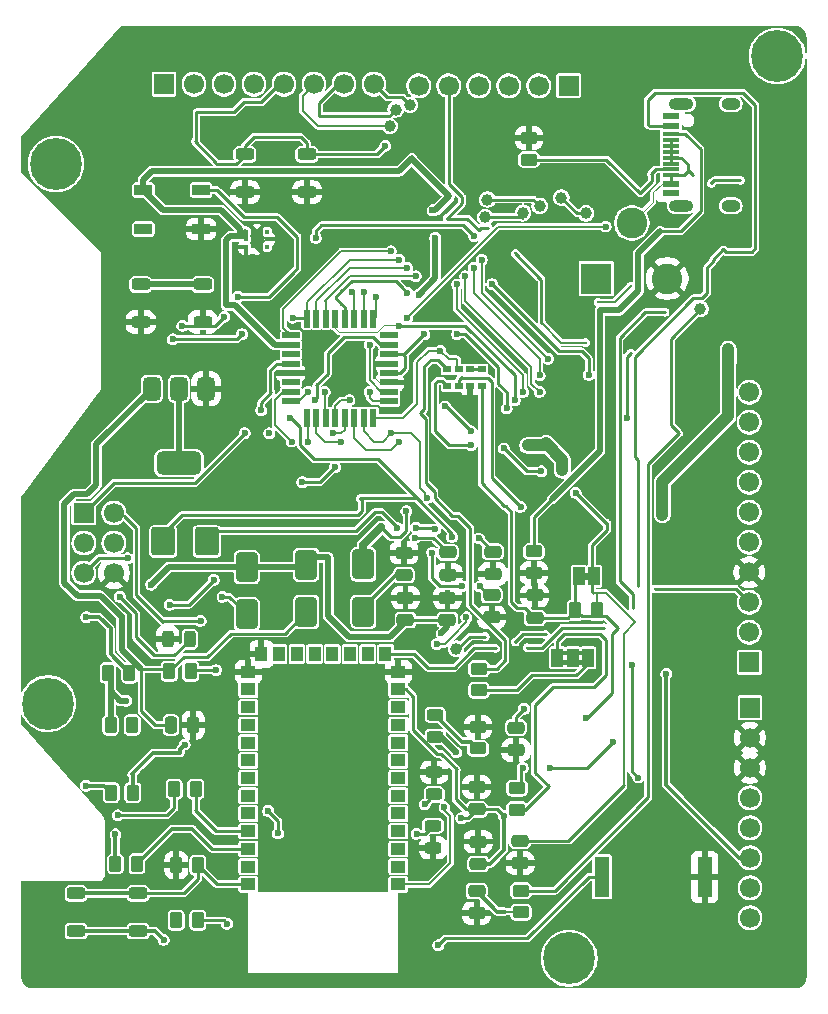
<source format=gbr>
%TF.GenerationSoftware,KiCad,Pcbnew,9.0.2-9.0.2-0~ubuntu22.04.1*%
%TF.CreationDate,2025-06-26T08:40:54+05:30*%
%TF.ProjectId,ARDUNIO_ADV,41524455-4e49-44f5-9f41-44562e6b6963,rev?*%
%TF.SameCoordinates,Original*%
%TF.FileFunction,Copper,L1,Top*%
%TF.FilePolarity,Positive*%
%FSLAX46Y46*%
G04 Gerber Fmt 4.6, Leading zero omitted, Abs format (unit mm)*
G04 Created by KiCad (PCBNEW 9.0.2-9.0.2-0~ubuntu22.04.1) date 2025-06-26 08:40:54*
%MOMM*%
%LPD*%
G01*
G04 APERTURE LIST*
G04 Aperture macros list*
%AMRoundRect*
0 Rectangle with rounded corners*
0 $1 Rounding radius*
0 $2 $3 $4 $5 $6 $7 $8 $9 X,Y pos of 4 corners*
0 Add a 4 corners polygon primitive as box body*
4,1,4,$2,$3,$4,$5,$6,$7,$8,$9,$2,$3,0*
0 Add four circle primitives for the rounded corners*
1,1,$1+$1,$2,$3*
1,1,$1+$1,$4,$5*
1,1,$1+$1,$6,$7*
1,1,$1+$1,$8,$9*
0 Add four rect primitives between the rounded corners*
20,1,$1+$1,$2,$3,$4,$5,0*
20,1,$1+$1,$4,$5,$6,$7,0*
20,1,$1+$1,$6,$7,$8,$9,0*
20,1,$1+$1,$8,$9,$2,$3,0*%
G04 Aperture macros list end*
%TA.AperFunction,EtchedComponent*%
%ADD10C,0.000000*%
%TD*%
%TA.AperFunction,SMDPad,CuDef*%
%ADD11RoundRect,0.250000X-0.262500X-0.450000X0.262500X-0.450000X0.262500X0.450000X-0.262500X0.450000X0*%
%TD*%
%TA.AperFunction,SMDPad,CuDef*%
%ADD12RoundRect,0.250000X-0.475000X0.250000X-0.475000X-0.250000X0.475000X-0.250000X0.475000X0.250000X0*%
%TD*%
%TA.AperFunction,SMDPad,CuDef*%
%ADD13RoundRect,0.250000X0.475000X-0.250000X0.475000X0.250000X-0.475000X0.250000X-0.475000X-0.250000X0*%
%TD*%
%TA.AperFunction,SMDPad,CuDef*%
%ADD14RoundRect,0.250000X0.650000X-1.000000X0.650000X1.000000X-0.650000X1.000000X-0.650000X-1.000000X0*%
%TD*%
%TA.AperFunction,SMDPad,CuDef*%
%ADD15RoundRect,0.250000X-0.525000X-0.250000X0.525000X-0.250000X0.525000X0.250000X-0.525000X0.250000X0*%
%TD*%
%TA.AperFunction,ComponentPad*%
%ADD16C,0.700000*%
%TD*%
%TA.AperFunction,ComponentPad*%
%ADD17C,4.400000*%
%TD*%
%TA.AperFunction,SMDPad,CuDef*%
%ADD18R,1.450000X0.600000*%
%TD*%
%TA.AperFunction,SMDPad,CuDef*%
%ADD19R,1.450000X0.300000*%
%TD*%
%TA.AperFunction,HeatsinkPad*%
%ADD20O,2.100000X1.000000*%
%TD*%
%TA.AperFunction,HeatsinkPad*%
%ADD21O,1.600000X1.000000*%
%TD*%
%TA.AperFunction,ComponentPad*%
%ADD22R,2.600000X2.600000*%
%TD*%
%TA.AperFunction,ComponentPad*%
%ADD23C,2.600000*%
%TD*%
%TA.AperFunction,ComponentPad*%
%ADD24R,1.700000X1.700000*%
%TD*%
%TA.AperFunction,ComponentPad*%
%ADD25C,1.700000*%
%TD*%
%TA.AperFunction,SMDPad,CuDef*%
%ADD26RoundRect,0.250000X0.450000X-0.262500X0.450000X0.262500X-0.450000X0.262500X-0.450000X-0.262500X0*%
%TD*%
%TA.AperFunction,SMDPad,CuDef*%
%ADD27RoundRect,0.250000X0.262500X0.450000X-0.262500X0.450000X-0.262500X-0.450000X0.262500X-0.450000X0*%
%TD*%
%TA.AperFunction,SMDPad,CuDef*%
%ADD28R,1.300000X3.400000*%
%TD*%
%TA.AperFunction,SMDPad,CuDef*%
%ADD29RoundRect,0.250000X-0.450000X0.262500X-0.450000X-0.262500X0.450000X-0.262500X0.450000X0.262500X0*%
%TD*%
%TA.AperFunction,SMDPad,CuDef*%
%ADD30RoundRect,0.250000X-0.250000X-0.475000X0.250000X-0.475000X0.250000X0.475000X-0.250000X0.475000X0*%
%TD*%
%TA.AperFunction,SMDPad,CuDef*%
%ADD31RoundRect,0.093750X-0.093750X-0.106250X0.093750X-0.106250X0.093750X0.106250X-0.093750X0.106250X0*%
%TD*%
%TA.AperFunction,HeatsinkPad*%
%ADD32C,0.500000*%
%TD*%
%TA.AperFunction,HeatsinkPad*%
%ADD33R,1.000000X1.600000*%
%TD*%
%TA.AperFunction,SMDPad,CuDef*%
%ADD34RoundRect,0.090000X-0.660000X-0.360000X0.660000X-0.360000X0.660000X0.360000X-0.660000X0.360000X0*%
%TD*%
%TA.AperFunction,SMDPad,CuDef*%
%ADD35RoundRect,0.375000X-0.375000X0.625000X-0.375000X-0.625000X0.375000X-0.625000X0.375000X0.625000X0*%
%TD*%
%TA.AperFunction,SMDPad,CuDef*%
%ADD36RoundRect,0.500000X-1.400000X0.500000X-1.400000X-0.500000X1.400000X-0.500000X1.400000X0.500000X0*%
%TD*%
%TA.AperFunction,SMDPad,CuDef*%
%ADD37RoundRect,0.243750X0.456250X-0.243750X0.456250X0.243750X-0.456250X0.243750X-0.456250X-0.243750X0*%
%TD*%
%TA.AperFunction,SMDPad,CuDef*%
%ADD38R,1.000000X1.500000*%
%TD*%
%TA.AperFunction,SMDPad,CuDef*%
%ADD39RoundRect,0.250000X0.750000X0.950000X-0.750000X0.950000X-0.750000X-0.950000X0.750000X-0.950000X0*%
%TD*%
%TA.AperFunction,SMDPad,CuDef*%
%ADD40R,1.300000X1.000000*%
%TD*%
%TA.AperFunction,SMDPad,CuDef*%
%ADD41R,1.000000X1.300000*%
%TD*%
%TA.AperFunction,SMDPad,CuDef*%
%ADD42RoundRect,0.243750X-0.243750X-0.456250X0.243750X-0.456250X0.243750X0.456250X-0.243750X0.456250X0*%
%TD*%
%TA.AperFunction,SMDPad,CuDef*%
%ADD43RoundRect,0.068750X0.666250X0.206250X-0.666250X0.206250X-0.666250X-0.206250X0.666250X-0.206250X0*%
%TD*%
%TA.AperFunction,SMDPad,CuDef*%
%ADD44RoundRect,0.068750X0.206250X0.666250X-0.206250X0.666250X-0.206250X-0.666250X0.206250X-0.666250X0*%
%TD*%
%TA.AperFunction,SMDPad,CuDef*%
%ADD45RoundRect,0.243750X-0.456250X0.243750X-0.456250X-0.243750X0.456250X-0.243750X0.456250X0.243750X0*%
%TD*%
%TA.AperFunction,SMDPad,CuDef*%
%ADD46R,0.720000X0.600000*%
%TD*%
%TA.AperFunction,ViaPad*%
%ADD47C,0.600000*%
%TD*%
%TA.AperFunction,ViaPad*%
%ADD48C,0.300000*%
%TD*%
%TA.AperFunction,ViaPad*%
%ADD49C,1.000000*%
%TD*%
%TA.AperFunction,Conductor*%
%ADD50C,0.100000*%
%TD*%
%TA.AperFunction,Conductor*%
%ADD51C,0.250000*%
%TD*%
%TA.AperFunction,Conductor*%
%ADD52C,0.500000*%
%TD*%
%TA.AperFunction,Conductor*%
%ADD53C,0.400000*%
%TD*%
%TA.AperFunction,Conductor*%
%ADD54C,0.300000*%
%TD*%
%TA.AperFunction,Conductor*%
%ADD55C,0.200000*%
%TD*%
%TA.AperFunction,Conductor*%
%ADD56C,0.150000*%
%TD*%
%TA.AperFunction,Conductor*%
%ADD57C,1.000000*%
%TD*%
%TA.AperFunction,Conductor*%
%ADD58C,0.700000*%
%TD*%
G04 APERTURE END LIST*
D10*
%TA.AperFunction,EtchedComponent*%
%TO.C,JP1*%
G36*
X154300000Y-116800000D02*
G01*
X153800000Y-116800000D01*
X153800000Y-116400000D01*
X154300000Y-116400000D01*
X154300000Y-116800000D01*
G37*
%TD.AperFunction*%
%TA.AperFunction,EtchedComponent*%
G36*
X154300000Y-117600000D02*
G01*
X153800000Y-117600000D01*
X153800000Y-117200000D01*
X154300000Y-117200000D01*
X154300000Y-117600000D01*
G37*
%TD.AperFunction*%
%TA.AperFunction,EtchedComponent*%
G36*
X155600000Y-116800000D02*
G01*
X155100000Y-116800000D01*
X155100000Y-116400000D01*
X155600000Y-116400000D01*
X155600000Y-116800000D01*
G37*
%TD.AperFunction*%
%TA.AperFunction,EtchedComponent*%
G36*
X155600000Y-117600000D02*
G01*
X155100000Y-117600000D01*
X155100000Y-117200000D01*
X155600000Y-117200000D01*
X155600000Y-117600000D01*
G37*
%TD.AperFunction*%
%TA.AperFunction,EtchedComponent*%
%TO.C,JP2*%
G36*
X156114800Y-110409000D02*
G01*
X155614800Y-110409000D01*
X155614800Y-109809000D01*
X156114800Y-109809000D01*
X156114800Y-110409000D01*
G37*
%TD.AperFunction*%
%TD*%
D11*
%TO.P,R12,1*%
%TO.N,Net-(D8-A)*%
X115980200Y-134442200D03*
%TO.P,R12,2*%
%TO.N,STATE*%
X117805200Y-134442200D03*
%TD*%
D12*
%TO.P,C3,1*%
%TO.N,PB6*%
X147929600Y-108031200D03*
%TO.P,C3,2*%
%TO.N,GND*%
X147929600Y-109931200D03*
%TD*%
D13*
%TO.P,C11,1*%
%TO.N,Vl*%
X151485600Y-113634600D03*
%TO.P,C11,2*%
%TO.N,GND*%
X151485600Y-111734600D03*
%TD*%
D12*
%TO.P,C1,1*%
%TO.N,GND*%
X140538200Y-111912400D03*
%TO.P,C1,2*%
%TO.N,5V*%
X140538200Y-113812400D03*
%TD*%
D14*
%TO.P,D5,1,K*%
%TO.N,Net-(D5-K)*%
X132130800Y-113131600D03*
%TO.P,D5,2,A*%
%TO.N,5V*%
X132130800Y-109131600D03*
%TD*%
D15*
%TO.P,EN,1,A*%
%TO.N,RST*%
X118110000Y-85395200D03*
X123360000Y-85395200D03*
%TO.P,EN,2,B*%
%TO.N,GND*%
X118110000Y-88595200D03*
X123360000Y-88595200D03*
%TD*%
D16*
%TO.P,H4,1*%
%TO.N,N/C*%
X109300000Y-75200000D03*
X109783274Y-74033274D03*
X109783274Y-76366726D03*
X110950000Y-73550000D03*
D17*
X110950000Y-75200000D03*
D16*
X110950000Y-76850000D03*
X112116726Y-74033274D03*
X112116726Y-76366726D03*
X112600000Y-75200000D03*
%TD*%
D18*
%TO.P,USB-C,A1*%
%TO.N,N/C*%
X162985000Y-77660000D03*
%TO.P,USB-C,A4*%
X162985000Y-76860000D03*
D19*
%TO.P,USB-C,A5,CC1*%
%TO.N,Net-(J2-CC1)*%
X162985000Y-75660000D03*
%TO.P,USB-C,A6*%
%TO.N,N/C*%
X162985000Y-74660000D03*
%TO.P,USB-C,A7*%
X162985000Y-74160000D03*
%TO.P,USB-C,A8*%
X162985000Y-73160000D03*
D18*
%TO.P,USB-C,A9,VBUS*%
%TO.N,5V*%
X162985000Y-71960000D03*
%TO.P,USB-C,A12,GND*%
%TO.N,GND*%
X162985000Y-71160000D03*
%TO.P,USB-C,B1*%
%TO.N,N/C*%
X162985000Y-71160000D03*
%TO.P,USB-C,B4*%
X162985000Y-71960000D03*
D19*
%TO.P,USB-C,B5,CC2*%
%TO.N,Net-(J2-CC2)*%
X162985000Y-72660000D03*
%TO.P,USB-C,B6*%
%TO.N,N/C*%
X162985000Y-73660000D03*
%TO.P,USB-C,B7*%
X162985000Y-75160000D03*
%TO.P,USB-C,B8*%
X162985000Y-76160000D03*
D18*
%TO.P,USB-C,B9,VBUS*%
%TO.N,5V*%
X162985000Y-76860000D03*
%TO.P,USB-C,B12,GND*%
%TO.N,GND*%
X162985000Y-77660000D03*
D20*
%TO.P,USB-C,S1,SHIELD*%
%TO.N,Net-(J2-SHIELD)*%
X163900000Y-78730000D03*
D21*
X168080000Y-78730000D03*
D20*
X163900000Y-70090000D03*
D21*
X168080000Y-70090000D03*
%TD*%
D22*
%TO.P,12V IN,1*%
%TO.N,Vin*%
X156700000Y-84900000D03*
D23*
%TO.P,12V IN,2*%
%TO.N,GND*%
X162700000Y-84900000D03*
%TO.P,12V IN,3*%
%TO.N,N/C*%
X159700000Y-80200000D03*
%TD*%
D24*
%TO.P,J3-1,1,Pin_1*%
%TO.N,A0*%
X154360000Y-68570000D03*
D25*
%TO.P,J3-1,2,Pin_2*%
%TO.N,A1*%
X151820000Y-68570000D03*
%TO.P,J3-1,3,Pin_3*%
%TO.N,A2*%
X149280000Y-68570000D03*
%TO.P,J3-1,4,Pin_4*%
%TO.N,A3*%
X146740000Y-68570000D03*
%TO.P,J3-1,5,Pin_5*%
%TO.N,A4*%
X144200000Y-68570000D03*
%TO.P,J3-1,6,Pin_6*%
%TO.N,A5*%
X141660000Y-68570000D03*
%TD*%
D26*
%TO.P,R14,1*%
%TO.N,Net-(J2-CC1)*%
X151000000Y-74825000D03*
%TO.P,R14,2*%
%TO.N,GND*%
X151000000Y-73000000D03*
%TD*%
D27*
%TO.P,R10,1*%
%TO.N,Net-(U5-PIO[8])*%
X122783600Y-128143000D03*
%TO.P,R10,2*%
%TO.N,Net-(D7-A)*%
X120958600Y-128143000D03*
%TD*%
D28*
%TO.P,BZ1,1,+*%
%TO.N,Net-(BZ1-+)*%
X157162000Y-135559800D03*
%TO.P,BZ1,2,-*%
%TO.N,GND*%
X165862000Y-135559800D03*
%TD*%
D24*
%TO.P,J2-1,1,Pin_1*%
%TO.N,D7*%
X120090000Y-68440000D03*
D25*
%TO.P,J2-1,2,Pin_2*%
%TO.N,D6*%
X122630000Y-68440000D03*
%TO.P,J2-1,3,Pin_3*%
%TO.N,D5*%
X125170000Y-68440000D03*
%TO.P,J2-1,4,Pin_4*%
%TO.N,D4*%
X127710000Y-68440000D03*
%TO.P,J2-1,5,Pin_5*%
%TO.N,D3*%
X130250000Y-68440000D03*
%TO.P,J2-1,6,Pin_6*%
%TO.N,D2*%
X132790000Y-68440000D03*
%TO.P,J2-1,7,Pin_7*%
%TO.N,TX*%
X135330000Y-68440000D03*
%TO.P,J2-1,8,Pin_8*%
%TO.N,RX*%
X137870000Y-68440000D03*
%TD*%
D29*
%TO.P,R15,1*%
%TO.N,Net-(J2-SHIELD)*%
X150317200Y-136732000D03*
%TO.P,R15,2*%
%TO.N,Net-(C13-Pad1)*%
X150317200Y-138557000D03*
%TD*%
D30*
%TO.P,C7,1*%
%TO.N,Net-(D5-K)*%
X120680400Y-122707400D03*
%TO.P,C7,2*%
%TO.N,GND*%
X122580400Y-122707400D03*
%TD*%
D15*
%TO.P,D3,1,A*%
%TO.N,D3*%
X126931600Y-74397000D03*
X132181600Y-74397000D03*
%TO.P,D3,2,B*%
%TO.N,GND*%
X126931600Y-77597000D03*
X132181600Y-77597000D03*
%TD*%
D12*
%TO.P,C4,1*%
%TO.N,PB7*%
X144145000Y-108082000D03*
%TO.P,C4,2*%
%TO.N,GND*%
X144145000Y-109982000D03*
%TD*%
D11*
%TO.P,R7,1*%
%TO.N,5V*%
X115573800Y-122707400D03*
%TO.P,R7,2*%
%TO.N,D2*%
X117398800Y-122707400D03*
%TD*%
D14*
%TO.P,D3,1,K*%
%TO.N,Net-(D3-K)*%
X136982200Y-113106200D03*
%TO.P,D3,2,A*%
%TO.N,Vin*%
X136982200Y-109106200D03*
%TD*%
D31*
%TO.P,U2,1,OUT*%
%TO.N,5V*%
X127053800Y-80919800D03*
%TO.P,U2,2,SNS*%
X127053800Y-81569800D03*
%TO.P,U2,3,GND*%
%TO.N,GND*%
X127053800Y-82219800D03*
%TO.P,U2,4,EN*%
%TO.N,Net-(D3-K)*%
X128828800Y-82219800D03*
%TO.P,U2,5,GND*%
%TO.N,GND*%
X128828800Y-81569800D03*
%TO.P,U2,6,IN*%
%TO.N,Net-(D3-K)*%
X128828800Y-80919800D03*
D32*
%TO.P,U2,7,PAD*%
%TO.N,GND*%
X127941300Y-81019800D03*
D33*
X127941300Y-81569800D03*
D32*
X127941300Y-82119800D03*
%TD*%
D34*
%TO.P,RGB-D13,1,VDD*%
%TO.N,5V*%
X118338600Y-77395800D03*
%TO.P,RGB-D13,2,DOUT*%
%TO.N,unconnected-(D4-DOUT-Pad2)*%
X118338600Y-80695800D03*
%TO.P,RGB-D13,3,VSS*%
%TO.N,GND*%
X123238600Y-80695800D03*
%TO.P,RGB-D13,4,DIN*%
%TO.N,Net-(D4-DIN)*%
X123238600Y-77395800D03*
%TD*%
D13*
%TO.P,C10,1*%
%TO.N,GND*%
X149885400Y-124815600D03*
%TO.P,C10,2*%
%TO.N,Vl*%
X149885400Y-122915600D03*
%TD*%
%TO.P,C8,1*%
%TO.N,3.3v*%
X146558000Y-129844800D03*
%TO.P,C8,2*%
%TO.N,GND*%
X146558000Y-127944800D03*
%TD*%
D26*
%TO.P,R6,1*%
%TO.N,Net-(JP1-B)*%
X146761200Y-119761000D03*
%TO.P,R6,2*%
%TO.N,SDA*%
X146761200Y-117936000D03*
%TD*%
D27*
%TO.P,R1,1*%
%TO.N,RST*%
X117170200Y-118287800D03*
%TO.P,R1,2*%
%TO.N,5V*%
X115345200Y-118287800D03*
%TD*%
D29*
%TO.P,R13,1*%
%TO.N,Net-(J2-CC2)*%
X151409400Y-108004600D03*
%TO.P,R13,2*%
%TO.N,GND*%
X151409400Y-109829600D03*
%TD*%
D15*
%TO.P,EN-BT,1,A*%
%TO.N,Net-(SW3A-A)*%
X112656800Y-136957200D03*
X117906800Y-136957200D03*
%TO.P,EN-BT,2,B*%
%TO.N,3.3v*%
X112656800Y-140157200D03*
X117906800Y-140157200D03*
%TD*%
D35*
%TO.P,U3,1,GND*%
%TO.N,GND*%
X123661200Y-94233200D03*
%TO.P,U3,2,VO*%
%TO.N,3.3v*%
X121361200Y-94233200D03*
D36*
X121361200Y-100533200D03*
D35*
%TO.P,U3,3,VI*%
%TO.N,Net-(D5-K)*%
X119061200Y-94233200D03*
%TD*%
D37*
%TO.P,BT,1,K*%
%TO.N,GND*%
X142875000Y-133096000D03*
%TO.P,BT,2,A*%
%TO.N,Net-(D8-A)*%
X142875000Y-131221000D03*
%TD*%
D12*
%TO.P,C13,1*%
%TO.N,Net-(C13-Pad1)*%
X146558000Y-136753600D03*
%TO.P,C13,2*%
%TO.N,GND*%
X146558000Y-138653600D03*
%TD*%
D27*
%TO.P,R9,1*%
%TO.N,Net-(JP2-B)*%
X156718000Y-113004600D03*
%TO.P,R9,2*%
%TO.N,Vl*%
X154893000Y-113004600D03*
%TD*%
D38*
%TO.P,JP1,1,A*%
%TO.N,Net-(JP1-A)*%
X153400000Y-117000000D03*
%TO.P,JP1,2,C*%
%TO.N,VCC*%
X154700000Y-117000000D03*
%TO.P,JP1,3,B*%
%TO.N,Net-(JP1-B)*%
X156000000Y-117000000D03*
%TD*%
D13*
%TO.P,C5,1*%
%TO.N,Net-(D3-K)*%
X140411200Y-110007400D03*
%TO.P,C5,2*%
%TO.N,GND*%
X140411200Y-108107400D03*
%TD*%
D24*
%TO.P,J1-1,1,Pin_1*%
%TO.N,A5*%
X169650000Y-117390000D03*
D25*
%TO.P,J1-1,2,Pin_2*%
%TO.N,A4*%
X169650000Y-114850000D03*
%TO.P,J1-1,3,Pin_3*%
%TO.N,5V*%
X169650000Y-112310000D03*
%TO.P,J1-1,4,Pin_4*%
%TO.N,GND*%
X169650000Y-109770000D03*
%TO.P,J1-1,5,Pin_5*%
%TO.N,D8*%
X169650000Y-107230000D03*
%TO.P,J1-1,6,Pin_6*%
%TO.N,D9*%
X169650000Y-104690000D03*
%TO.P,J1-1,7,Pin_7*%
%TO.N,D10*%
X169650000Y-102150000D03*
%TO.P,J1-1,8,Pin_8*%
%TO.N,D11*%
X169650000Y-99610000D03*
%TO.P,J1-1,9,Pin_9*%
%TO.N,D12*%
X169650000Y-97070000D03*
%TO.P,J1-1,10,Pin_10*%
%TO.N,D13*%
X169650000Y-94530000D03*
%TD*%
D39*
%TO.P,16Mhz,1,1*%
%TO.N,PB7*%
X123723400Y-107162600D03*
%TO.P,16Mhz,2,2*%
%TO.N,PB6*%
X120023400Y-107162600D03*
%TD*%
D27*
%TO.P,R11,1*%
%TO.N,Net-(SW3A-A)*%
X122961400Y-134569200D03*
%TO.P,R11,2*%
%TO.N,GND*%
X121136400Y-134569200D03*
%TD*%
D11*
%TO.P,R3,1*%
%TO.N,D13*%
X115624600Y-128422400D03*
%TO.P,R3,2*%
%TO.N,Net-(D4-DIN)*%
X117449600Y-128422400D03*
%TD*%
D16*
%TO.P,H2,1*%
%TO.N,N/C*%
X152750000Y-142450000D03*
X153233274Y-141283274D03*
X153233274Y-143616726D03*
X154400000Y-140800000D03*
D17*
X154400000Y-142450000D03*
D16*
X154400000Y-144100000D03*
X155566726Y-141283274D03*
X155566726Y-143616726D03*
X156050000Y-142450000D03*
%TD*%
D12*
%TO.P,C12,1*%
%TO.N,Net-(JP2-B)*%
X150241000Y-132491400D03*
%TO.P,C12,2*%
%TO.N,GND*%
X150241000Y-134391400D03*
%TD*%
D40*
%TO.P,U5,1,UART-TX*%
%TO.N,TX*%
X139940000Y-136190000D03*
%TO.P,U5,2,UART-RX*%
%TO.N,RX*%
X139940000Y-134690000D03*
%TO.P,U5,3,~{UART}-CTS*%
%TO.N,unconnected-(U5-~{UART}-CTS-Pad3)*%
X139940000Y-133190000D03*
%TO.P,U5,4,~{UART}-RTS*%
%TO.N,unconnected-(U5-~{UART}-RTS-Pad4)*%
X139940000Y-131690000D03*
%TO.P,U5,5,PCM-CLK*%
%TO.N,unconnected-(U5-PCM-CLK-Pad5)*%
X139940000Y-130190000D03*
%TO.P,U5,6,PCM-OUT*%
%TO.N,unconnected-(U5-PCM-OUT-Pad6)*%
X139940000Y-128690000D03*
%TO.P,U5,7,PCM-IN*%
%TO.N,unconnected-(U5-PCM-IN-Pad7)*%
X139940000Y-127190000D03*
%TO.P,U5,8,PCN-SYNC*%
%TO.N,unconnected-(U5-PCN-SYNC-Pad8)*%
X139940000Y-125690000D03*
%TO.P,U5,9,AIO[0]*%
%TO.N,unconnected-(U5-AIO[0]-Pad9)*%
X139940000Y-124190000D03*
%TO.P,U5,10,AIO[1]*%
%TO.N,unconnected-(U5-AIO[1]-Pad10)*%
X139940000Y-122690000D03*
%TO.P,U5,11,~{RESETB}*%
%TO.N,unconnected-(U5-~{RESETB}-Pad11)*%
X139940000Y-121190000D03*
%TO.P,U5,12,3.3_VCC*%
%TO.N,3.3v*%
X139940000Y-119690000D03*
%TO.P,U5,13,GND*%
%TO.N,GND*%
X139940000Y-118190000D03*
D41*
%TO.P,U5,14*%
%TO.N,N/C*%
X138840000Y-116690000D03*
%TO.P,U5,15,USB_-*%
%TO.N,unconnected-(U5-USB_--Pad15)*%
X137340000Y-116690000D03*
%TO.P,U5,16,~{SPI_CSB}*%
%TO.N,unconnected-(U5-~{SPI_CSB}-Pad16)*%
X135840000Y-116690000D03*
%TO.P,U5,17,SPI_MOSI*%
%TO.N,unconnected-(U5-SPI_MOSI-Pad17)*%
X134340000Y-116690000D03*
%TO.P,U5,18,SPI_MISO*%
%TO.N,unconnected-(U5-SPI_MISO-Pad18)*%
X132840000Y-116690000D03*
%TO.P,U5,19,SPI_CLK*%
%TO.N,unconnected-(U5-SPI_CLK-Pad19)*%
X131340000Y-116690000D03*
%TO.P,U5,20,USB_+*%
%TO.N,unconnected-(U5-USB_+-Pad20)*%
X129840000Y-116690000D03*
%TO.P,U5,21,GND*%
%TO.N,GND*%
X128340000Y-116690000D03*
D40*
%TO.P,U5,22,GND*%
X127240000Y-118190000D03*
%TO.P,U5,23,PIO[0]*%
%TO.N,unconnected-(U5-PIO[0]-Pad23)*%
X127240000Y-119690000D03*
%TO.P,U5,24,PIO[1]*%
%TO.N,unconnected-(U5-PIO[1]-Pad24)*%
X127240000Y-121190000D03*
%TO.P,U5,25,PIO[2]*%
%TO.N,unconnected-(U5-PIO[2]-Pad25)*%
X127240000Y-122690000D03*
%TO.P,U5,26,PIO[3]*%
%TO.N,unconnected-(U5-PIO[3]-Pad26)*%
X127240000Y-124190000D03*
%TO.P,U5,27,PIO[4]*%
%TO.N,unconnected-(U5-PIO[4]-Pad27)*%
X127240000Y-125690000D03*
%TO.P,U5,28,PIO[5]*%
%TO.N,unconnected-(U5-PIO[5]-Pad28)*%
X127240000Y-127190000D03*
%TO.P,U5,29,PIO[6]*%
%TO.N,unconnected-(U5-PIO[6]-Pad29)*%
X127240000Y-128690000D03*
%TO.P,U5,30,PIO[7]*%
%TO.N,unconnected-(U5-PIO[7]-Pad30)*%
X127240000Y-130190000D03*
%TO.P,U5,31,PIO[8]*%
%TO.N,Net-(U5-PIO[8])*%
X127240000Y-131690000D03*
%TO.P,U5,32,PIO[9]*%
%TO.N,STATE*%
X127240000Y-133190000D03*
%TO.P,U5,33,PIO[10]*%
%TO.N,unconnected-(U5-PIO[10]-Pad33)*%
X127240000Y-134690000D03*
%TO.P,U5,34,PIO[11]*%
%TO.N,Net-(SW3A-A)*%
X127240000Y-136190000D03*
%TD*%
D42*
%TO.P,BT-PWR,1,K*%
%TO.N,GND*%
X120398300Y-115443000D03*
%TO.P,BT-PWR,2,A*%
%TO.N,Net-(D7-A)*%
X122273300Y-115443000D03*
%TD*%
D43*
%TO.P,U1,1,PD3*%
%TO.N,D3*%
X139170000Y-95300000D03*
%TO.P,U1,2,PD4*%
%TO.N,D4*%
X139170000Y-94500000D03*
%TO.P,U1,3,GND*%
%TO.N,GND*%
X139170000Y-93700000D03*
%TO.P,U1,4,VCC*%
%TO.N,5V*%
X139170000Y-92900000D03*
%TO.P,U1,5,GND__1*%
%TO.N,GND*%
X139170000Y-92100000D03*
%TO.P,U1,6,VCC__1*%
%TO.N,5V*%
X139170000Y-91300000D03*
%TO.P,U1,7,PB6*%
%TO.N,PB6*%
X139170000Y-90500000D03*
%TO.P,U1,8,PB7*%
%TO.N,PB7*%
X139170000Y-89700000D03*
D44*
%TO.P,U1,9,PD5*%
%TO.N,D5*%
X137800000Y-88330000D03*
%TO.P,U1,10,PD6*%
%TO.N,D6*%
X137000000Y-88330000D03*
%TO.P,U1,11,PD7*%
%TO.N,D7*%
X136200000Y-88330000D03*
%TO.P,U1,12,PB0*%
%TO.N,D8*%
X135400000Y-88330000D03*
%TO.P,U1,13,PB1*%
%TO.N,D9*%
X134600000Y-88330000D03*
%TO.P,U1,14,PB2*%
%TO.N,D10*%
X133800000Y-88330000D03*
%TO.P,U1,15,PB3*%
%TO.N,D11*%
X133000000Y-88330000D03*
%TO.P,U1,16,PB4*%
%TO.N,D12*%
X132200000Y-88330000D03*
D43*
%TO.P,U1,17,PB5*%
%TO.N,D13*%
X130830000Y-89700000D03*
%TO.P,U1,18,AVCC*%
%TO.N,5V*%
X130830000Y-90500000D03*
%TO.P,U1,19,ADC6*%
%TO.N,unconnected-(U1-ADC6-Pad19)*%
X130830000Y-91300000D03*
%TO.P,U1,20,AREF*%
%TO.N,Net-(U1-AREF)*%
X130830000Y-92100000D03*
%TO.P,U1,21,GND__2*%
%TO.N,GND*%
X130830000Y-92900000D03*
%TO.P,U1,22,ADC7*%
%TO.N,unconnected-(U1-ADC7-Pad22)*%
X130830000Y-93700000D03*
%TO.P,U1,23,PC0*%
%TO.N,A0*%
X130830000Y-94500000D03*
%TO.P,U1,24,PC1*%
%TO.N,A1*%
X130830000Y-95300000D03*
D44*
%TO.P,U1,25,PC2*%
%TO.N,A2*%
X132200000Y-96670000D03*
%TO.P,U1,26,PC3*%
%TO.N,A3*%
X133000000Y-96670000D03*
%TO.P,U1,27,PC4*%
%TO.N,A4*%
X133800000Y-96670000D03*
%TO.P,U1,28,PC5*%
%TO.N,A5*%
X134600000Y-96670000D03*
%TO.P,U1,29,PC6/~{RESET}*%
%TO.N,RST*%
X135400000Y-96670000D03*
%TO.P,U1,30,PD0*%
%TO.N,RX*%
X136200000Y-96670000D03*
%TO.P,U1,31,PD1*%
%TO.N,TX*%
X137000000Y-96670000D03*
%TO.P,U1,32,PD2*%
%TO.N,D2*%
X137800000Y-96670000D03*
%TD*%
D26*
%TO.P,R5,1*%
%TO.N,Net-(JP1-A)*%
X149987000Y-129866400D03*
%TO.P,R5,2*%
%TO.N,SCL*%
X149987000Y-128041400D03*
%TD*%
D13*
%TO.P,C9,1*%
%TO.N,3.3v*%
X146685000Y-134467600D03*
%TO.P,C9,2*%
%TO.N,GND*%
X146685000Y-132567600D03*
%TD*%
D38*
%TO.P,JP2,1,A*%
%TO.N,Vl*%
X155214800Y-110109000D03*
%TO.P,JP2,2,B*%
%TO.N,Net-(JP2-B)*%
X156514800Y-110109000D03*
%TD*%
D24*
%TO.P,J1,1,Pin_1*%
%TO.N,D12*%
X113309400Y-104749600D03*
D25*
%TO.P,J1,2,Pin_2*%
%TO.N,Net-(D1-K)*%
X115849400Y-104749600D03*
%TO.P,J1,3,Pin_3*%
%TO.N,D13*%
X113309400Y-107289600D03*
%TO.P,J1,4,Pin_4*%
%TO.N,D11*%
X115849400Y-107289600D03*
%TO.P,J1,5,Pin_5*%
%TO.N,RST*%
X113309400Y-109829600D03*
%TO.P,J1,6,Pin_6*%
%TO.N,GND*%
X115849400Y-109829600D03*
%TD*%
D11*
%TO.P,R4,1*%
%TO.N,Net-(D5-K)*%
X120526800Y-118160800D03*
%TO.P,R4,2*%
%TO.N,Net-(D6-A)*%
X122351800Y-118160800D03*
%TD*%
D24*
%TO.P,J4-1,1,Pin_1*%
%TO.N,Vin*%
X169700000Y-121240000D03*
D25*
%TO.P,J4-1,2,Pin_2*%
%TO.N,GND*%
X169700000Y-123780000D03*
%TO.P,J4-1,3,Pin_3*%
X169700000Y-126320000D03*
%TO.P,J4-1,4,Pin_4*%
%TO.N,5V*%
X169700000Y-128860000D03*
%TO.P,J4-1,5,Pin_5*%
%TO.N,3.3v*%
X169700000Y-131400000D03*
%TO.P,J4-1,6,Pin_6*%
%TO.N,RST*%
X169700000Y-133940000D03*
%TO.P,J4-1,7,Pin_7*%
%TO.N,5V*%
X169700000Y-136480000D03*
%TO.P,J4-1,8,Pin_8*%
X169700000Y-139020000D03*
%TD*%
D14*
%TO.P,D1,1,K*%
%TO.N,Net-(D1-K)*%
X127101600Y-113334800D03*
%TO.P,D1,2,A*%
%TO.N,5V*%
X127101600Y-109334800D03*
%TD*%
D13*
%TO.P,C6,1*%
%TO.N,5V*%
X144094200Y-113817400D03*
%TO.P,C6,2*%
%TO.N,GND*%
X144094200Y-111917400D03*
%TD*%
D29*
%TO.P,R2,1*%
%TO.N,GND*%
X146685000Y-122863600D03*
%TO.P,R2,2*%
%TO.N,Net-(D2-K)*%
X146685000Y-124688600D03*
%TD*%
D12*
%TO.P,C2,1*%
%TO.N,Net-(U1-AREF)*%
X147828000Y-111688800D03*
%TO.P,C2,2*%
%TO.N,GND*%
X147828000Y-113588800D03*
%TD*%
D11*
%TO.P,R8,1*%
%TO.N,D6*%
X121136400Y-139242800D03*
%TO.P,R8,2*%
%TO.N,Net-(BZ1-+)*%
X122961400Y-139242800D03*
%TD*%
D45*
%TO.P,PWR,1,K*%
%TO.N,Net-(D2-K)*%
X143052800Y-121843800D03*
%TO.P,PWR,2,A*%
%TO.N,5V*%
X143052800Y-123718800D03*
%TD*%
D16*
%TO.P,H1,1*%
%TO.N,N/C*%
X170366726Y-66066726D03*
X170850000Y-64900000D03*
X170850000Y-67233452D03*
X172016726Y-64416726D03*
D17*
X172016726Y-66066726D03*
D16*
X172016726Y-67716726D03*
X173183452Y-64900000D03*
X173183452Y-67233452D03*
X173666726Y-66066726D03*
%TD*%
D45*
%TO.P,5V-LDO,1,K*%
%TO.N,GND*%
X142976600Y-126699800D03*
%TO.P,5V-LDO,2,A*%
%TO.N,Net-(D6-A)*%
X142976600Y-128574800D03*
%TD*%
D16*
%TO.P,H3,1*%
%TO.N,N/C*%
X108616726Y-120883274D03*
X109100000Y-119716548D03*
X109100000Y-122050000D03*
X110266726Y-119233274D03*
D17*
X110266726Y-120883274D03*
D16*
X110266726Y-122533274D03*
X111433452Y-119716548D03*
X111433452Y-122050000D03*
X111916726Y-120883274D03*
%TD*%
D46*
%TO.P,U4,1,SDA*%
%TO.N,SDA*%
X144090000Y-92600000D03*
%TO.P,U4,2,INT*%
%TO.N,D2*%
X145060000Y-92600000D03*
%TO.P,U4,3,LDR*%
%TO.N,Net-(U4-LDR)*%
X146030000Y-92600000D03*
%TO.P,U4,4,LED_K*%
X147000000Y-92600000D03*
%TO.P,U4,5,LED_A*%
%TO.N,Vl*%
X147000000Y-94000000D03*
%TO.P,U4,6,GND*%
%TO.N,GND*%
X146030000Y-94000000D03*
%TO.P,U4,7,SCL*%
%TO.N,SCL*%
X145060000Y-94000000D03*
%TO.P,U4,8,VDD*%
%TO.N,Net-(JP2-B)*%
X144090000Y-94000000D03*
%TD*%
D47*
%TO.N,Net-(BZ1-+)*%
X125425200Y-139522200D03*
X143306800Y-141351000D03*
D48*
%TO.N,5V*%
X144830800Y-116370000D03*
X149830000Y-115670000D03*
X161640000Y-111190000D03*
X147280000Y-115210000D03*
D47*
X141655800Y-86258400D03*
X144830800Y-125018800D03*
D48*
X152400000Y-115030000D03*
X164920000Y-76160000D03*
X157350000Y-114470000D03*
X160230000Y-110830000D03*
D47*
X143586200Y-114935000D03*
D48*
X159820000Y-112770000D03*
D47*
X142824200Y-79121000D03*
X118999000Y-110820200D03*
D48*
X148180000Y-116200000D03*
X150840000Y-116160000D03*
X162510000Y-87750000D03*
X166420000Y-76830000D03*
X168890000Y-76570000D03*
D47*
X143052800Y-81457800D03*
X142138400Y-89636600D03*
X116890800Y-120650000D03*
D49*
X144830800Y-116240000D03*
D47*
%TO.N,Net-(U1-AREF)*%
X128320800Y-96062800D03*
X131800600Y-102133400D03*
X134569200Y-100863400D03*
X146812000Y-110972600D03*
X141427200Y-106019600D03*
X143052800Y-106146600D03*
X142798800Y-108102400D03*
X145313400Y-110947200D03*
%TO.N,PB6*%
X144475200Y-106781600D03*
X130759200Y-96748600D03*
X132867400Y-95148400D03*
X146761200Y-106908600D03*
%TO.N,PB7*%
X139801600Y-106019600D03*
X141376400Y-106832400D03*
%TO.N,3.3v*%
X120065800Y-140893800D03*
X145262600Y-130581400D03*
X148869400Y-130403600D03*
%TO.N,Vl*%
X150571200Y-121335800D03*
X155803600Y-122148600D03*
%TO.N,Net-(JP2-B)*%
X152044400Y-101219000D03*
X146100800Y-99009200D03*
X148869400Y-99288600D03*
X154940000Y-103047800D03*
%TO.N,Net-(D1-K)*%
X123190000Y-113893600D03*
X125044200Y-111861600D03*
%TO.N,Vin*%
X140614400Y-104597200D03*
X150876000Y-99034600D03*
X153822400Y-101142800D03*
D49*
X167850000Y-90850000D03*
D47*
X138480800Y-105943400D03*
D49*
X162280000Y-104920000D03*
D47*
%TO.N,Net-(D4-DIN)*%
X126365000Y-86436200D03*
X125196600Y-88138000D03*
X121640600Y-88900000D03*
X121843800Y-124358400D03*
%TO.N,Net-(D6-A)*%
X142163800Y-129413000D03*
X124485400Y-118059200D03*
%TO.N,Net-(D7-A)*%
X116357400Y-111861600D03*
X116179600Y-130352800D03*
%TO.N,Net-(D8-A)*%
X129743200Y-131876800D03*
X141478000Y-131927600D03*
X128905000Y-129971800D03*
X115980200Y-131953000D03*
%TO.N,RST*%
X120573800Y-112522000D03*
X129000000Y-98000000D03*
X134400000Y-98000000D03*
X162620000Y-118364000D03*
X113512600Y-113563400D03*
X117017800Y-108585000D03*
X124307600Y-110413800D03*
%TO.N,D13*%
X152600000Y-91700000D03*
X147000000Y-83300000D03*
X139300000Y-82600000D03*
X113487200Y-127847000D03*
%TO.N,D12*%
X151900000Y-93100000D03*
X126923800Y-97993200D03*
X140000000Y-83300000D03*
X130987800Y-88214200D03*
X146300000Y-84000000D03*
%TO.N,D11*%
X145600000Y-84700000D03*
X146354800Y-81305400D03*
X120853200Y-90043000D03*
X147878800Y-85369400D03*
X140700000Y-84000000D03*
X126695200Y-89611200D03*
X132943600Y-81457800D03*
X151900000Y-94500000D03*
X156057600Y-93065600D03*
%TO.N,D10*%
X150500000Y-94500000D03*
X141400000Y-84700000D03*
X144900000Y-85400000D03*
%TO.N,D9*%
X140000000Y-88900000D03*
X149800000Y-95200000D03*
%TO.N,A5*%
X143891000Y-95732600D03*
X146100800Y-97840800D03*
X135800000Y-95200000D03*
%TO.N,D8*%
X140700000Y-86100000D03*
X144900000Y-89600000D03*
X149100000Y-95900000D03*
D48*
%TO.N,A4*%
X159612500Y-91212500D03*
D47*
X159308800Y-96748600D03*
X133700000Y-94500000D03*
D48*
X149830000Y-82770000D03*
X147530000Y-80600000D03*
X144050000Y-79820000D03*
X152100000Y-88700000D03*
X155780000Y-90320000D03*
D49*
%TO.N,Net-(J2-SHIELD)*%
X165500000Y-87460000D03*
D47*
%TO.N,TX*%
X143179800Y-115849400D03*
X142367000Y-103479600D03*
D49*
X139700000Y-70590000D03*
D47*
X145694400Y-113588800D03*
X143840200Y-129667000D03*
D49*
X147300000Y-79710000D03*
D47*
X139300000Y-98000000D03*
D49*
X150500000Y-79330000D03*
D47*
%TO.N,D5*%
X138000000Y-86500000D03*
%TO.N,D7*%
X136000000Y-86000000D03*
%TO.N,D3*%
X138836400Y-73660000D03*
X137500000Y-94500000D03*
%TO.N,D6*%
X137000000Y-86000000D03*
%TO.N,RX*%
X140000000Y-98700000D03*
D49*
X147470000Y-78210000D03*
X140920000Y-70200000D03*
X151900000Y-78740000D03*
%TO.N,D2*%
X139210000Y-71990000D03*
D47*
X143500000Y-91000000D03*
%TO.N,D4*%
X137500000Y-90500000D03*
%TO.N,A3*%
X135100000Y-98700000D03*
D49*
X155820000Y-79380000D03*
X153730000Y-78040000D03*
D47*
%TO.N,A1*%
X132300000Y-94500000D03*
X140700000Y-88200000D03*
X157500000Y-80500000D03*
%TO.N,A2*%
X132300000Y-98700000D03*
D48*
%TO.N,A0*%
X156850000Y-86900000D03*
D47*
X130900000Y-98700000D03*
D48*
X159600000Y-85550000D03*
D47*
%TO.N,SCL*%
X150291800Y-104241600D03*
X158140400Y-124155200D03*
X150469600Y-126339600D03*
X159689800Y-117602000D03*
X152755600Y-126365000D03*
X160248600Y-127152400D03*
%TD*%
D50*
%TO.N,*%
X161500000Y-78400000D02*
X161500000Y-77600000D01*
X162240000Y-76860000D02*
X162985000Y-76860000D01*
X161500000Y-77600000D02*
X162240000Y-76860000D01*
X159700000Y-80200000D02*
X161500000Y-78400000D01*
D51*
%TO.N,GND*%
X152000000Y-112000000D02*
X152000000Y-111500000D01*
D50*
X137950000Y-92300000D02*
X138150000Y-92100000D01*
X137950000Y-93350000D02*
X137950000Y-92300000D01*
X139170000Y-93700000D02*
X138300000Y-93700000D01*
D52*
X126931600Y-77597000D02*
X132181600Y-77597000D01*
D50*
X138300000Y-93700000D02*
X137950000Y-93350000D01*
D53*
X140893800Y-108381800D02*
X140639800Y-108127800D01*
D50*
X138150000Y-92100000D02*
X139170000Y-92100000D01*
D51*
%TO.N,Net-(BZ1-+)*%
X122961400Y-139242800D02*
X125145800Y-139242800D01*
X157162000Y-135559800D02*
X156057600Y-135559800D01*
X143891000Y-140766800D02*
X143306800Y-141351000D01*
X150850600Y-140766800D02*
X143891000Y-140766800D01*
X125145800Y-139242800D02*
X125425200Y-139522200D01*
X156057600Y-135559800D02*
X150850600Y-140766800D01*
%TO.N,5V*%
X160230000Y-110880000D02*
X160260000Y-110910000D01*
X160230000Y-100260000D02*
X160230000Y-110830000D01*
X147280000Y-115210000D02*
X145990800Y-115210000D01*
D52*
X134000000Y-113476800D02*
X135737600Y-115214400D01*
X135737600Y-115214400D02*
X139268200Y-115214400D01*
D51*
X164920000Y-86560000D02*
X159940000Y-91540000D01*
D52*
X120484400Y-109334800D02*
X118999000Y-110820200D01*
D51*
X145990000Y-116550000D02*
X146340000Y-116200000D01*
X145990800Y-115210000D02*
X144830800Y-116370000D01*
X158660000Y-110490000D02*
X158660000Y-89940000D01*
D52*
X127101600Y-109334800D02*
X131927600Y-109334800D01*
D51*
X169850000Y-82670000D02*
X167690000Y-82670000D01*
D52*
X126949200Y-80961900D02*
X126991300Y-80919800D01*
D51*
X166560000Y-83340000D02*
X166560000Y-83470000D01*
X169130000Y-69170000D02*
X170170000Y-70210000D01*
X144690000Y-117850000D02*
X145990000Y-116550000D01*
D52*
X129463600Y-90500000D02*
X126136400Y-87172800D01*
D51*
X165630000Y-86560000D02*
X164920000Y-86560000D01*
X164460000Y-75230000D02*
X163890000Y-74660000D01*
X161660000Y-69170000D02*
X169130000Y-69170000D01*
D52*
X116386600Y-120650000D02*
X115573800Y-119837200D01*
D51*
X140100000Y-92900000D02*
X140500000Y-92500000D01*
X158660000Y-89940000D02*
X160850000Y-87750000D01*
X150840000Y-116160000D02*
X152100000Y-116160000D01*
X161190000Y-71960000D02*
X161030000Y-71800000D01*
X144089200Y-113812400D02*
X144094200Y-113817400D01*
X138840000Y-116690000D02*
X141300000Y-116690000D01*
X167460000Y-82440000D02*
X166560000Y-83340000D01*
X152400000Y-115030000D02*
X150470000Y-115030000D01*
X161640000Y-111190000D02*
X168530000Y-111190000D01*
D52*
X120038400Y-79095600D02*
X118338600Y-77395800D01*
X126136400Y-87172800D02*
X125374400Y-87172800D01*
X125374400Y-87172800D02*
X125374400Y-81661000D01*
D51*
X161030000Y-69800000D02*
X161660000Y-69170000D01*
X160850000Y-87750000D02*
X162510000Y-87750000D01*
D52*
X131927600Y-109334800D02*
X132130800Y-109131600D01*
X143530800Y-123718800D02*
X144830800Y-125018800D01*
D51*
X166090000Y-86100000D02*
X165630000Y-86560000D01*
D52*
X127101600Y-109334800D02*
X120484400Y-109334800D01*
D51*
X162985000Y-76160000D02*
X162985000Y-76860000D01*
D52*
X144246600Y-77952600D02*
X143078200Y-79121000D01*
D51*
X167690000Y-82670000D02*
X167460000Y-82440000D01*
D52*
X124942600Y-79095600D02*
X120038400Y-79095600D01*
D51*
X152100000Y-116160000D02*
X153780000Y-114480000D01*
X166680000Y-76570000D02*
X166420000Y-76830000D01*
X162985000Y-71960000D02*
X161190000Y-71960000D01*
X139170000Y-91300000D02*
X140411200Y-91300000D01*
D52*
X143078200Y-79121000D02*
X142824200Y-79121000D01*
X143052800Y-123718800D02*
X143530800Y-123718800D01*
D51*
X159820000Y-111650000D02*
X158660000Y-110490000D01*
X162985000Y-74660000D02*
X162985000Y-74160000D01*
D52*
X139268200Y-115214400D02*
X140538200Y-113944400D01*
X143586200Y-114935000D02*
X144094200Y-114427000D01*
X118338600Y-77395800D02*
X118338600Y-76530200D01*
X141084300Y-74714100D02*
X141084300Y-74790300D01*
D51*
X164570000Y-75810000D02*
X164460000Y-75810000D01*
X161030000Y-71800000D02*
X161030000Y-69800000D01*
D52*
X125704600Y-81330800D02*
X126517400Y-81330800D01*
X141084300Y-74790300D02*
X144246600Y-77952600D01*
D51*
X162985000Y-75160000D02*
X162985000Y-74660000D01*
X139170000Y-92900000D02*
X140100000Y-92900000D01*
D52*
X143052800Y-84861400D02*
X141655800Y-86258400D01*
X144094200Y-114427000D02*
X144094200Y-113817400D01*
X143052800Y-81457800D02*
X143052800Y-84861400D01*
D51*
X164110000Y-76160000D02*
X164460000Y-75810000D01*
X166560000Y-83470000D02*
X166090000Y-83940000D01*
X164920000Y-76160000D02*
X164570000Y-75810000D01*
X142138400Y-89662000D02*
X142138400Y-89636600D01*
X146340000Y-116200000D02*
X148180000Y-116200000D01*
X141300000Y-116690000D02*
X142460000Y-117850000D01*
X164460000Y-75810000D02*
X164460000Y-75230000D01*
X166090000Y-83940000D02*
X166090000Y-86100000D01*
X139170000Y-91300000D02*
X140300000Y-91300000D01*
X159940000Y-99970000D02*
X160230000Y-100260000D01*
D52*
X115573800Y-118516400D02*
X115345200Y-118287800D01*
X118338600Y-76530200D02*
X119049800Y-75819000D01*
X126517400Y-80670400D02*
X124942600Y-79095600D01*
D51*
X142460000Y-117850000D02*
X144690000Y-117850000D01*
X140538200Y-113812400D02*
X140213000Y-113812400D01*
D52*
X130830000Y-90500000D02*
X129463600Y-90500000D01*
D51*
X162985000Y-74160000D02*
X162985000Y-73160000D01*
D52*
X126517400Y-81330800D02*
X126517400Y-80670400D01*
D51*
X162985000Y-76160000D02*
X164110000Y-76160000D01*
D52*
X126949200Y-81330800D02*
X126949200Y-80961900D01*
D51*
X153780000Y-114480000D02*
X157340000Y-114480000D01*
D52*
X115573800Y-119837200D02*
X115573800Y-122707400D01*
X126517400Y-81330800D02*
X126949200Y-81330800D01*
X115573800Y-119837200D02*
X115573800Y-118516400D01*
X139979400Y-75819000D02*
X141084300Y-74714100D01*
D51*
X168890000Y-76570000D02*
X166680000Y-76570000D01*
X142074600Y-89636600D02*
X140411200Y-91300000D01*
X163890000Y-74660000D02*
X162985000Y-74660000D01*
X170170000Y-82350000D02*
X169850000Y-82670000D01*
X157340000Y-114480000D02*
X157350000Y-114470000D01*
D52*
X116890800Y-120650000D02*
X116386600Y-120650000D01*
D51*
X160230000Y-110830000D02*
X160230000Y-110880000D01*
X159820000Y-112770000D02*
X159820000Y-111650000D01*
D52*
X132500000Y-108500000D02*
X134000000Y-108500000D01*
D51*
X140500000Y-91500000D02*
X140500000Y-92500000D01*
D52*
X140538200Y-113944400D02*
X140538200Y-113812400D01*
X134000000Y-108500000D02*
X134000000Y-113476800D01*
D51*
X142138400Y-89636600D02*
X142074600Y-89636600D01*
X150470000Y-115030000D02*
X149830000Y-115670000D01*
D52*
X119049800Y-75819000D02*
X139979400Y-75819000D01*
D51*
X168530000Y-111190000D02*
X169650000Y-112310000D01*
D52*
X125374400Y-81661000D02*
X125704600Y-81330800D01*
D51*
X170170000Y-70210000D02*
X170170000Y-82350000D01*
X140411200Y-91300000D02*
X140500400Y-91300000D01*
X159940000Y-91540000D02*
X159940000Y-99970000D01*
X140300000Y-91300000D02*
X140500000Y-91500000D01*
X140538200Y-113812400D02*
X144089200Y-113812400D01*
%TO.N,Net-(U1-AREF)*%
X133299200Y-102133400D02*
X134569200Y-100863400D01*
X129108200Y-94462600D02*
X129184400Y-94538800D01*
X131800600Y-102133400D02*
X133299200Y-102133400D01*
X129184400Y-94538800D02*
X128320800Y-95402400D01*
X142925800Y-106019600D02*
X143052800Y-106146600D01*
X130830000Y-92100000D02*
X129692800Y-92100000D01*
X143052800Y-106146600D02*
X143002000Y-106146600D01*
X147528200Y-111688800D02*
X146812000Y-110972600D01*
X142798800Y-110286800D02*
X142798800Y-108102400D01*
X129692800Y-92100000D02*
X129108200Y-92684600D01*
X143230600Y-110718600D02*
X142798800Y-110286800D01*
X147828000Y-111688800D02*
X147528200Y-111688800D01*
X147828000Y-111688800D02*
X147452000Y-111688800D01*
X145313400Y-110947200D02*
X143459200Y-110947200D01*
X129108200Y-92684600D02*
X129108200Y-94462600D01*
X143459200Y-110947200D02*
X143230600Y-110718600D01*
X141427200Y-106019600D02*
X142925800Y-106019600D01*
X128320800Y-95402400D02*
X128320800Y-96062800D01*
%TO.N,PB6*%
X146761200Y-106908600D02*
X146807000Y-106908600D01*
X136855200Y-103703200D02*
X136652000Y-103500000D01*
X136499600Y-104927400D02*
X136855200Y-104571800D01*
X121589800Y-104927400D02*
X136499600Y-104927400D01*
X132867400Y-95148400D02*
X133019800Y-94996000D01*
X146807000Y-106908600D02*
X147929600Y-108031200D01*
X133959600Y-92964000D02*
X133959600Y-91236800D01*
X132791200Y-100177600D02*
X131622800Y-99009200D01*
X131622800Y-97510600D02*
X130937000Y-96824800D01*
X141500000Y-103500000D02*
X138177600Y-100177600D01*
X132969000Y-93954600D02*
X133959600Y-92964000D01*
X133019800Y-94005400D02*
X132969000Y-93954600D01*
X144475200Y-106781600D02*
X144475200Y-106524800D01*
X120023400Y-107162600D02*
X120023400Y-106493800D01*
X133959600Y-91236800D02*
X135356600Y-89839800D01*
X136652000Y-103500000D02*
X141500000Y-103500000D01*
X138429800Y-90500000D02*
X139170000Y-90500000D01*
X144475200Y-106524800D02*
X144500000Y-106500000D01*
X130937000Y-96824800D02*
X130860800Y-96748600D01*
X133019800Y-94996000D02*
X133019800Y-94005400D01*
X130860800Y-96748600D02*
X130759200Y-96748600D01*
X120023400Y-106493800D02*
X121589800Y-104927400D01*
X131622800Y-98221800D02*
X131622800Y-97510600D01*
X137769600Y-89839800D02*
X138429800Y-90500000D01*
X135356600Y-89839800D02*
X137769600Y-89839800D01*
X136855200Y-104571800D02*
X136855200Y-103703200D01*
X141500000Y-103500000D02*
X144500000Y-106500000D01*
X131622800Y-99009200D02*
X131622800Y-98221800D01*
X138177600Y-100177600D02*
X132791200Y-100177600D01*
%TO.N,PB7*%
X138557000Y-104673400D02*
X139598400Y-105714800D01*
X139598400Y-105714800D02*
X139801600Y-105918000D01*
X137947400Y-104673400D02*
X138557000Y-104673400D01*
X123723400Y-107162600D02*
X124587000Y-106299000D01*
X124587000Y-106299000D02*
X136321800Y-106299000D01*
X141376400Y-106832400D02*
X142895400Y-106832400D01*
X136321800Y-106299000D02*
X137947400Y-104673400D01*
X142895400Y-106832400D02*
X144145000Y-108082000D01*
X139801600Y-105918000D02*
X139801600Y-106019600D01*
%TO.N,Net-(D3-K)*%
X140411200Y-110007400D02*
X139674600Y-110007400D01*
X139674600Y-110007400D02*
X136982200Y-112699800D01*
X136982200Y-112699800D02*
X136982200Y-113106200D01*
%TO.N,Net-(D5-K)*%
X125755400Y-114960400D02*
X123774200Y-116941600D01*
D52*
X112776000Y-111760000D02*
X114731800Y-111760000D01*
D51*
X118175000Y-118000000D02*
X120366000Y-118000000D01*
X132130800Y-113131600D02*
X130302000Y-114960400D01*
D52*
X116500000Y-113500000D02*
X116500000Y-116325000D01*
X116500000Y-116325000D02*
X118175000Y-118000000D01*
X111658400Y-103962200D02*
X111658400Y-110642400D01*
X112471200Y-103149400D02*
X111658400Y-103962200D01*
D51*
X118175000Y-121527800D02*
X119354600Y-122707400D01*
X119354600Y-122707400D02*
X120680400Y-122707400D01*
X118100000Y-118075000D02*
X118175000Y-118000000D01*
X130302000Y-114960400D02*
X125755400Y-114960400D01*
X121746000Y-116941600D02*
X120526800Y-118160800D01*
D52*
X114350800Y-102412800D02*
X113614200Y-103149400D01*
X114350800Y-98943600D02*
X114350800Y-102412800D01*
X111658400Y-110642400D02*
X112776000Y-111760000D01*
D51*
X118175000Y-118000000D02*
X118175000Y-121527800D01*
X123774200Y-116941600D02*
X121746000Y-116941600D01*
X120440200Y-118440200D02*
X120000000Y-118000000D01*
D52*
X114731800Y-111760000D02*
X116471800Y-113500000D01*
X116471800Y-113500000D02*
X116500000Y-113500000D01*
X119061200Y-94233200D02*
X114350800Y-98943600D01*
X112953800Y-103149400D02*
X112471200Y-103149400D01*
D51*
X120366000Y-118000000D02*
X120526800Y-118160800D01*
D52*
X113614200Y-103149400D02*
X112953800Y-103149400D01*
X113360200Y-103149400D02*
X112953800Y-103149400D01*
D51*
%TO.N,3.3v*%
X145643600Y-129844800D02*
X146558000Y-129844800D01*
D54*
X119329200Y-140157200D02*
X120065800Y-140893800D01*
D51*
X141198600Y-120294400D02*
X140594200Y-119690000D01*
X120040400Y-140919200D02*
X120065800Y-140893800D01*
D54*
X112656800Y-140157200D02*
X117906800Y-140157200D01*
D51*
X145821400Y-130581400D02*
X146558000Y-129844800D01*
X141198600Y-123113800D02*
X141198600Y-120294400D01*
X144805400Y-129006600D02*
X145643600Y-129844800D01*
X143230600Y-125145800D02*
X141198600Y-123113800D01*
X143560800Y-125145800D02*
X144881600Y-126466600D01*
X143230600Y-125145800D02*
X143560800Y-125145800D01*
D52*
X121361200Y-94233200D02*
X121361200Y-100533200D01*
D54*
X148869400Y-133273800D02*
X148869400Y-130403600D01*
X147675600Y-134467600D02*
X148869400Y-133273800D01*
X146685000Y-134467600D02*
X147675600Y-134467600D01*
D51*
X144805400Y-126542800D02*
X144805400Y-129006600D01*
D54*
X117906800Y-140157200D02*
X119329200Y-140157200D01*
D51*
X140594200Y-119690000D02*
X139940000Y-119690000D01*
X148310600Y-129844800D02*
X148869400Y-130403600D01*
X146558000Y-129844800D02*
X148310600Y-129844800D01*
X144881600Y-126466600D02*
X144805400Y-126542800D01*
X145262600Y-130581400D02*
X145821400Y-130581400D01*
%TO.N,Vl*%
X150627000Y-112776000D02*
X149961600Y-112776000D01*
X158500000Y-114500000D02*
X157500000Y-113500000D01*
X148915200Y-104165400D02*
X147000000Y-102250200D01*
X158000000Y-115000000D02*
X158500000Y-114500000D01*
X154893000Y-110430800D02*
X154893000Y-113004600D01*
X149885400Y-122915600D02*
X149885400Y-122021600D01*
X149504400Y-112318800D02*
X149504400Y-104648000D01*
X157500000Y-113500000D02*
X155500000Y-113500000D01*
X147000000Y-94000000D02*
X147000000Y-99949000D01*
X154263000Y-113634600D02*
X154893000Y-113004600D01*
X147000000Y-102250200D02*
X147000000Y-99949000D01*
X151485600Y-113634600D02*
X150627000Y-112776000D01*
X149021800Y-104165400D02*
X148915200Y-104165400D01*
X155214800Y-110109000D02*
X154893000Y-110430800D01*
X149504400Y-104648000D02*
X149021800Y-104165400D01*
X151485600Y-113634600D02*
X154263000Y-113634600D01*
X156000000Y-122000000D02*
X158000000Y-120000000D01*
X149961600Y-112776000D02*
X149504400Y-112318800D01*
X155500000Y-113500000D02*
X154587500Y-112587500D01*
X158000000Y-120000000D02*
X158000000Y-115000000D01*
X149885400Y-122021600D02*
X150571200Y-121335800D01*
%TO.N,Net-(JP2-B)*%
X150799800Y-101219000D02*
X148869400Y-99288600D01*
X152044400Y-101219000D02*
X150799800Y-101219000D01*
X157607000Y-106193000D02*
X157607000Y-105587800D01*
X143027400Y-93776800D02*
X143256000Y-93548200D01*
D55*
X160000000Y-114000000D02*
X157500000Y-111500000D01*
D51*
X143256000Y-93548200D02*
X143638200Y-93548200D01*
D55*
X156768800Y-111500000D02*
X156412500Y-111500000D01*
D51*
X143027400Y-97790000D02*
X143027400Y-93776800D01*
X156300000Y-107500000D02*
X156300000Y-111387500D01*
D55*
X156768800Y-112953800D02*
X156718000Y-113004600D01*
X157500000Y-111500000D02*
X156768800Y-111500000D01*
X156768800Y-111500000D02*
X156768800Y-112953800D01*
D51*
X150241000Y-132491400D02*
X154321400Y-132491400D01*
X154321400Y-132491400D02*
X159000000Y-127812800D01*
X156300000Y-111387500D02*
X156412500Y-111500000D01*
D56*
X144090000Y-94000000D02*
X143987200Y-94000000D01*
D51*
X144246600Y-99009200D02*
X143027400Y-97790000D01*
X157607000Y-105587800D02*
X157480000Y-105587800D01*
X143638200Y-93548200D02*
X144090000Y-94000000D01*
X156300000Y-107500000D02*
X157607000Y-106193000D01*
X146100800Y-99009200D02*
X144246600Y-99009200D01*
X157480000Y-105587800D02*
X154940000Y-103047800D01*
D55*
X159000000Y-127812800D02*
X159000000Y-115000000D01*
X159000000Y-115000000D02*
X160000000Y-114000000D01*
D54*
%TO.N,Net-(C13-Pad1)*%
X148304400Y-138500000D02*
X148945600Y-138500000D01*
X146558000Y-136753600D02*
X148304400Y-138500000D01*
D55*
X150260200Y-138500000D02*
X150317200Y-138557000D01*
X148900000Y-138500000D02*
X148945600Y-138500000D01*
X148945600Y-138500000D02*
X150260200Y-138500000D01*
D51*
%TO.N,Net-(D1-K)*%
X117754400Y-106984800D02*
X117754400Y-111709200D01*
X125628400Y-111861600D02*
X127101600Y-113334800D01*
X120548400Y-113893600D02*
X123190000Y-113893600D01*
X119938800Y-113893600D02*
X120548400Y-113893600D01*
X117754400Y-106045000D02*
X117754400Y-106984800D01*
X117754400Y-111709200D02*
X118325900Y-112280700D01*
X118325900Y-112280700D02*
X120015000Y-113969800D01*
X116738400Y-105029000D02*
X117754400Y-106045000D01*
X125044200Y-111861600D02*
X125628400Y-111861600D01*
D54*
%TO.N,Net-(D2-K)*%
X146100800Y-124104400D02*
X145313400Y-124104400D01*
X145313400Y-124104400D02*
X143052800Y-121843800D01*
X146685000Y-124688600D02*
X146100800Y-124104400D01*
D57*
%TO.N,Vin*%
X152222200Y-99034600D02*
X150876000Y-99034600D01*
X153822400Y-100228400D02*
X152425400Y-98831400D01*
X162280000Y-104920000D02*
X162280000Y-102090000D01*
D51*
X139344400Y-106807000D02*
X138480800Y-105943400D01*
D58*
X136982200Y-107442000D02*
X138480800Y-105943400D01*
X136982200Y-109106200D02*
X136982200Y-107442000D01*
D57*
X153822400Y-101142800D02*
X153822400Y-100228400D01*
X167850000Y-90850000D02*
X167870000Y-90870000D01*
X167860000Y-96510000D02*
X167860000Y-92020000D01*
X152425400Y-98831400D02*
X152222200Y-99034600D01*
X167860000Y-92020000D02*
X167870000Y-92020000D01*
D51*
X140614400Y-106273600D02*
X140081000Y-106807000D01*
X140081000Y-106807000D02*
X139344400Y-106807000D01*
X140614400Y-104597200D02*
X140614400Y-106273600D01*
D57*
X162280000Y-102090000D02*
X167860000Y-96510000D01*
X167870000Y-92020000D02*
X167870000Y-90870000D01*
D51*
%TO.N,Net-(D4-DIN)*%
X131343400Y-81356200D02*
X131394200Y-81356200D01*
D54*
X121488200Y-124714000D02*
X121843800Y-124358400D01*
X117348000Y-126873000D02*
X119176800Y-125044200D01*
X119176800Y-125044200D02*
X121488200Y-125044200D01*
D51*
X124434600Y-88900000D02*
X121640600Y-88900000D01*
D54*
X117449600Y-126974600D02*
X117348000Y-126873000D01*
D51*
X129692400Y-79705200D02*
X131343400Y-81356200D01*
X131394200Y-84023200D02*
X130987800Y-84429600D01*
X130987800Y-84429600D02*
X128981200Y-86436200D01*
X128981200Y-86436200D02*
X126365000Y-86436200D01*
X125196600Y-88138000D02*
X124434600Y-88900000D01*
X124563600Y-77395800D02*
X126873000Y-79705200D01*
X131394200Y-81356200D02*
X131394200Y-84023200D01*
X123238600Y-77395800D02*
X124563600Y-77395800D01*
D54*
X121488200Y-125044200D02*
X121488200Y-124714000D01*
D51*
X126873000Y-79705200D02*
X129692400Y-79705200D01*
D54*
X117449600Y-128422400D02*
X117449600Y-126974600D01*
%TO.N,Net-(D6-A)*%
X122351800Y-118160800D02*
X122478800Y-118160800D01*
D51*
X122453400Y-118059200D02*
X122351800Y-118160800D01*
X142646400Y-128930400D02*
X142163800Y-129413000D01*
D54*
X122478800Y-118160800D02*
X122504200Y-118135400D01*
D51*
X124485400Y-118059200D02*
X122453400Y-118059200D01*
%TO.N,Net-(D7-A)*%
X120345200Y-130352800D02*
X116179600Y-130352800D01*
X122273300Y-115521500D02*
X120980200Y-116814600D01*
X119253000Y-116814600D02*
X117703600Y-115265200D01*
X120958600Y-128143000D02*
X120929400Y-128172200D01*
X120980200Y-116814600D02*
X119253000Y-116814600D01*
X117703600Y-113207800D02*
X116357400Y-111861600D01*
X120958600Y-129739400D02*
X120345200Y-130352800D01*
X122273300Y-115443000D02*
X122273300Y-115521500D01*
X120958600Y-128143000D02*
X120958600Y-129739400D01*
X117703600Y-115265200D02*
X117703600Y-113207800D01*
%TO.N,Net-(D8-A)*%
X129743200Y-130810000D02*
X128905000Y-129971800D01*
D54*
X115980200Y-134442200D02*
X115980200Y-131953000D01*
D51*
X142168400Y-131927600D02*
X141478000Y-131927600D01*
X142875000Y-131221000D02*
X142168400Y-131927600D01*
X129743200Y-131876800D02*
X129743200Y-130810000D01*
D54*
%TO.N,RST*%
X117170200Y-118287800D02*
X115570000Y-116687600D01*
D52*
X123082028Y-85395200D02*
X123221014Y-85534186D01*
D54*
X168800000Y-133940000D02*
X162620000Y-127760000D01*
X114604800Y-113563400D02*
X113512600Y-113563400D01*
X169700000Y-133940000D02*
X168800000Y-133940000D01*
D55*
X135400000Y-96670000D02*
X135400000Y-97700000D01*
D51*
X122199400Y-112522000D02*
X124307600Y-110413800D01*
D54*
X115570000Y-114528600D02*
X114604800Y-113563400D01*
D51*
X114554000Y-108585000D02*
X117017800Y-108585000D01*
X113309400Y-109829600D02*
X114554000Y-108585000D01*
D52*
X118110000Y-85395200D02*
X123082028Y-85395200D01*
D55*
X135100000Y-98000000D02*
X134400000Y-98000000D01*
D54*
X115570000Y-116687600D02*
X115570000Y-114528600D01*
D55*
X135400000Y-97700000D02*
X135100000Y-98000000D01*
D54*
X162620000Y-127760000D02*
X162620000Y-118364000D01*
D51*
X120573800Y-112522000D02*
X122199400Y-112522000D01*
D55*
%TO.N,D13*%
X147000000Y-86100000D02*
X147000000Y-83300000D01*
D54*
X115049200Y-127847000D02*
X113487200Y-127847000D01*
X115624600Y-128422400D02*
X115049200Y-127847000D01*
D55*
X130200000Y-89070000D02*
X130830000Y-89700000D01*
X130200000Y-87500000D02*
X130200000Y-89070000D01*
X135100000Y-82600000D02*
X130200000Y-87500000D01*
X139300000Y-82600000D02*
X135100000Y-82600000D01*
X152600000Y-91700000D02*
X147000000Y-86100000D01*
D51*
%TO.N,D12*%
X115849400Y-102209600D02*
X122707400Y-102209600D01*
D55*
X132200000Y-86900000D02*
X132200000Y-88330000D01*
D51*
X122707400Y-102209600D02*
X126923800Y-97993200D01*
D55*
X151900000Y-93100000D02*
X151900000Y-91700000D01*
X135800000Y-83300000D02*
X132200000Y-86900000D01*
D51*
X132084200Y-88214200D02*
X132200000Y-88330000D01*
D55*
X151900000Y-91700000D02*
X146300000Y-86100000D01*
D51*
X130987800Y-88214200D02*
X132084200Y-88214200D01*
D55*
X140000000Y-83300000D02*
X135800000Y-83300000D01*
X146300000Y-86100000D02*
X146300000Y-84000000D01*
D51*
X113309400Y-104749600D02*
X115849400Y-102209600D01*
D55*
%TO.N,D11*%
X135800000Y-84000000D02*
X133000000Y-86800000D01*
X151200000Y-93800000D02*
X151200000Y-92400000D01*
X140700000Y-84000000D02*
X135800000Y-84000000D01*
D51*
X145440400Y-80391000D02*
X146354800Y-81305400D01*
X147878800Y-85369400D02*
X153568400Y-91059000D01*
X132943600Y-80848200D02*
X133400800Y-80391000D01*
X153695400Y-91059000D02*
X155448000Y-91059000D01*
X126263400Y-90043000D02*
X126695200Y-89611200D01*
X153568400Y-91059000D02*
X153695400Y-91059000D01*
X120853200Y-90043000D02*
X126263400Y-90043000D01*
D55*
X151900000Y-94500000D02*
X151200000Y-93800000D01*
X133000000Y-86800000D02*
X133000000Y-88330000D01*
D51*
X156057600Y-91668600D02*
X156057600Y-93065600D01*
D55*
X151200000Y-92400000D02*
X145600000Y-86800000D01*
D51*
X155448000Y-91059000D02*
X156057600Y-91668600D01*
D55*
X145600000Y-86800000D02*
X145600000Y-84700000D01*
D51*
X132943600Y-81457800D02*
X132943600Y-80848200D01*
X133400800Y-80391000D02*
X145440400Y-80391000D01*
D55*
%TO.N,D10*%
X133700000Y-86800000D02*
X133800000Y-86900000D01*
X144900000Y-87500000D02*
X144900000Y-85400000D01*
X150500000Y-94500000D02*
X150500000Y-93100000D01*
X150500000Y-93100000D02*
X144900000Y-87500000D01*
X133800000Y-86900000D02*
X133800000Y-88330000D01*
X141400000Y-84700000D02*
X135800000Y-84700000D01*
X135800000Y-84700000D02*
X133700000Y-86800000D01*
D50*
%TO.N,D9*%
X138700000Y-88800000D02*
X139900000Y-88800000D01*
D51*
X149800000Y-95200000D02*
X149800000Y-93100000D01*
D50*
X138100000Y-89400000D02*
X138700000Y-88800000D01*
D51*
X149800000Y-93100000D02*
X145600000Y-88900000D01*
D50*
X139900000Y-88800000D02*
X140000000Y-88900000D01*
X134600000Y-88330000D02*
X134600000Y-89100000D01*
X134900000Y-89400000D02*
X138100000Y-89400000D01*
X134600000Y-89100000D02*
X134900000Y-89400000D01*
D51*
X145600000Y-88900000D02*
X140000000Y-88900000D01*
%TO.N,A5*%
X146100800Y-97840800D02*
X143992600Y-95732600D01*
X143992600Y-95732600D02*
X143891000Y-95732600D01*
D55*
X135100000Y-95200000D02*
X134600000Y-95700000D01*
X135800000Y-95200000D02*
X135100000Y-95200000D01*
X134600000Y-95700000D02*
X134600000Y-96670000D01*
D51*
%TO.N,D8*%
X136093200Y-85125000D02*
X135976040Y-85125000D01*
X139725000Y-85125000D02*
X136093200Y-85125000D01*
X135400000Y-87317800D02*
X135102600Y-87020400D01*
X135976040Y-85125000D02*
X135112320Y-85988720D01*
X140241100Y-85641100D02*
X140000000Y-85400000D01*
X148400000Y-93800000D02*
X148400000Y-92400000D01*
X135112320Y-85988720D02*
X134620000Y-86481040D01*
X145600000Y-89600000D02*
X144900000Y-89600000D01*
X148400000Y-92400000D02*
X145600000Y-89600000D01*
X134620000Y-86481040D02*
X134620000Y-86537800D01*
X140700000Y-86100000D02*
X140241100Y-85641100D01*
X149100000Y-94500000D02*
X148400000Y-93800000D01*
X134620000Y-86537800D02*
X135102600Y-87020400D01*
X140241100Y-85641100D02*
X139725000Y-85125000D01*
X149100000Y-95900000D02*
X149100000Y-94500000D01*
X135400000Y-88330000D02*
X135400000Y-87317800D01*
%TO.N,A4*%
X145760000Y-79820000D02*
X146720000Y-80780000D01*
X149830000Y-82770000D02*
X152050000Y-84990000D01*
D55*
X133700000Y-94500000D02*
X133700000Y-96570000D01*
D51*
X144200000Y-68570000D02*
X144200000Y-76860000D01*
X146900000Y-80600000D02*
X147530000Y-80600000D01*
X144050000Y-79820000D02*
X145760000Y-79820000D01*
D55*
X133700000Y-96570000D02*
X133800000Y-96670000D01*
D51*
X146720000Y-80780000D02*
X146900000Y-80600000D01*
X152050000Y-84990000D02*
X152050000Y-88660000D01*
X145330000Y-77990000D02*
X145330000Y-78540000D01*
D55*
X152100000Y-88700000D02*
X153720000Y-90320000D01*
X153720000Y-90320000D02*
X155780000Y-90320000D01*
D51*
X145330000Y-78540000D02*
X144050000Y-79820000D01*
X159308800Y-91516200D02*
X159612500Y-91212500D01*
X159308800Y-96748600D02*
X159308800Y-91516200D01*
X144200000Y-76860000D02*
X145330000Y-77990000D01*
%TO.N,Net-(J2-CC2)*%
X163830000Y-80910000D02*
X162150000Y-80910000D01*
D52*
X157000000Y-99500000D02*
X157000000Y-87600000D01*
X160250000Y-85950000D02*
X160250000Y-82750000D01*
D51*
X165520000Y-73970000D02*
X165520000Y-79220000D01*
X162985000Y-72660000D02*
X164210000Y-72660000D01*
X151409400Y-108004600D02*
X151409400Y-105090600D01*
D52*
X157000000Y-87600000D02*
X158600000Y-87600000D01*
D51*
X151409400Y-105090600D02*
X152951500Y-103548500D01*
D52*
X160250000Y-82750000D02*
X162090000Y-80910000D01*
D51*
X165520000Y-79220000D02*
X163830000Y-80910000D01*
D52*
X152951500Y-103548500D02*
X157000000Y-99500000D01*
D51*
X164210000Y-72660000D02*
X165520000Y-73970000D01*
D52*
X158600000Y-87600000D02*
X160250000Y-85950000D01*
D51*
%TO.N,Net-(J2-CC1)*%
X160420000Y-77690000D02*
X161435000Y-76675000D01*
X161710000Y-75660000D02*
X161320000Y-76050000D01*
X162985000Y-75660000D02*
X161710000Y-75660000D01*
X151000000Y-74825000D02*
X157555000Y-74825000D01*
X161320000Y-76050000D02*
X161435000Y-76165000D01*
X157555000Y-74825000D02*
X160420000Y-77690000D01*
X161435000Y-76165000D02*
X161435000Y-76675000D01*
%TO.N,Net-(J2-SHIELD)*%
X163000000Y-90000000D02*
X165500000Y-87500000D01*
X153183600Y-136732000D02*
X161086800Y-128828800D01*
X165500000Y-87500000D02*
X165500000Y-87460000D01*
X161086800Y-100609400D02*
X163703000Y-97993200D01*
X161086800Y-128828800D02*
X161086800Y-100609400D01*
X163703000Y-97993200D02*
X163000000Y-97290200D01*
X165530000Y-87430000D02*
X165500000Y-87460000D01*
X163000000Y-97290200D02*
X163000000Y-90000000D01*
X150317200Y-136732000D02*
X153183600Y-136732000D01*
D55*
%TO.N,TX*%
X143865600Y-115849400D02*
X143179800Y-115849400D01*
D51*
X133190000Y-71100000D02*
X133220000Y-71130000D01*
X150500000Y-79700000D02*
X150500000Y-79330000D01*
D55*
X139940000Y-136190000D02*
X142549600Y-136190000D01*
X137900000Y-98700000D02*
X138600000Y-98700000D01*
X140988600Y-98000000D02*
X139300000Y-98000000D01*
X142163800Y-103098600D02*
X141732000Y-102666800D01*
D51*
X150440000Y-79760000D02*
X150500000Y-79700000D01*
D55*
X137000000Y-96670000D02*
X137000000Y-97800000D01*
D51*
X147300000Y-79710000D02*
X150390000Y-79710000D01*
D55*
X141732000Y-98729800D02*
X140995400Y-97993200D01*
X145694400Y-114020600D02*
X144576800Y-115138200D01*
X142549600Y-136190000D02*
X144348200Y-134391400D01*
X144576800Y-115138200D02*
X143865600Y-115849400D01*
D51*
X139160000Y-71130000D02*
X139700000Y-70590000D01*
D55*
X144348200Y-130403600D02*
X143840200Y-129895600D01*
D51*
X150390000Y-79710000D02*
X150440000Y-79760000D01*
D55*
X142367000Y-103479600D02*
X142163800Y-103276400D01*
X137000000Y-97800000D02*
X137900000Y-98700000D01*
X138600000Y-98700000D02*
X139300000Y-98000000D01*
X143840200Y-129895600D02*
X143840200Y-129667000D01*
D51*
X133190000Y-70060000D02*
X133190000Y-71100000D01*
D55*
X141732000Y-102666800D02*
X141732000Y-98729800D01*
D51*
X135330000Y-68440000D02*
X134810000Y-68440000D01*
X133220000Y-71130000D02*
X139160000Y-71130000D01*
D55*
X142163800Y-103276400D02*
X142163800Y-103098600D01*
X140995400Y-97993200D02*
X140988600Y-98000000D01*
D51*
X134810000Y-68440000D02*
X133190000Y-70060000D01*
D55*
X145694400Y-113588800D02*
X145694400Y-114020600D01*
X144348200Y-134391400D02*
X144348200Y-130403600D01*
%TO.N,D5*%
X138000000Y-88130000D02*
X137800000Y-88330000D01*
X138000000Y-86500000D02*
X138000000Y-88130000D01*
%TO.N,D7*%
X136200000Y-88330000D02*
X136200000Y-86200000D01*
X136200000Y-86200000D02*
X136000000Y-86000000D01*
D51*
%TO.N,D3*%
X129840000Y-68440000D02*
X128330000Y-69950000D01*
X125980000Y-70820000D02*
X122840000Y-70820000D01*
X126931600Y-73647000D02*
X126931600Y-74397000D01*
X126850000Y-69950000D02*
X125980000Y-70820000D01*
X132181600Y-74397000D02*
X132181600Y-73397000D01*
X124520000Y-75210000D02*
X126176000Y-75210000D01*
X126176000Y-75210000D02*
X126210000Y-75244000D01*
X132181600Y-73397000D02*
X131681600Y-72897000D01*
X126210000Y-75244000D02*
X126931600Y-74522400D01*
X122710000Y-73290000D02*
X124520000Y-75100000D01*
X126931600Y-74522400D02*
X126931600Y-74397000D01*
X122840000Y-70820000D02*
X122840000Y-73160000D01*
X131681600Y-72897000D02*
X127681600Y-72897000D01*
D55*
X137800000Y-95300000D02*
X139170000Y-95300000D01*
D51*
X138099400Y-74397000D02*
X138836400Y-73660000D01*
X130250000Y-68440000D02*
X129840000Y-68440000D01*
X127681600Y-72897000D02*
X126931600Y-73647000D01*
D55*
X137500000Y-95000000D02*
X137800000Y-95300000D01*
D51*
X132181600Y-74397000D02*
X138099400Y-74397000D01*
D55*
X138000000Y-68500000D02*
X138000000Y-69000000D01*
X137500000Y-94500000D02*
X137500000Y-95000000D01*
D51*
X122840000Y-73160000D02*
X122710000Y-73290000D01*
X124520000Y-75100000D02*
X124520000Y-75210000D01*
X128330000Y-69950000D02*
X126850000Y-69950000D01*
D55*
%TO.N,D6*%
X137000000Y-86000000D02*
X137000000Y-88330000D01*
%TO.N,RX*%
X137200000Y-99400000D02*
X139300000Y-99400000D01*
X136200000Y-98400000D02*
X137200000Y-99400000D01*
D51*
X138990000Y-69560000D02*
X140280000Y-69560000D01*
X147470000Y-78210000D02*
X151370000Y-78210000D01*
X151370000Y-78210000D02*
X151900000Y-78740000D01*
D55*
X136200000Y-96670000D02*
X136200000Y-98400000D01*
D51*
X137870000Y-68440000D02*
X138990000Y-69560000D01*
X140280000Y-69560000D02*
X140920000Y-70200000D01*
D55*
X139300000Y-99400000D02*
X140000000Y-98700000D01*
%TO.N,D2*%
X141500000Y-95500000D02*
X141500000Y-92000000D01*
X144900000Y-92440000D02*
X145060000Y-92600000D01*
X131820000Y-70690000D02*
X131820000Y-69410000D01*
X141500000Y-92000000D02*
X142500000Y-91000000D01*
X137800000Y-96670000D02*
X140330000Y-96670000D01*
X144200000Y-91700000D02*
X143500000Y-91000000D01*
X131820000Y-69410000D02*
X132790000Y-68440000D01*
X139210000Y-71990000D02*
X133120000Y-71990000D01*
X142500000Y-91000000D02*
X143500000Y-91000000D01*
X144900000Y-92440000D02*
X144900000Y-91700000D01*
X133120000Y-71990000D02*
X131820000Y-70690000D01*
X140330000Y-96670000D02*
X141500000Y-95500000D01*
X144900000Y-91700000D02*
X144200000Y-91700000D01*
%TO.N,D4*%
X138500000Y-94500000D02*
X137500000Y-93500000D01*
X139170000Y-94500000D02*
X138500000Y-94500000D01*
X137500000Y-93500000D02*
X137500000Y-90500000D01*
%TO.N,A3*%
X133700000Y-98700000D02*
X133000000Y-98000000D01*
D51*
X153730000Y-78040000D02*
X155070000Y-79380000D01*
D55*
X135100000Y-98700000D02*
X133700000Y-98700000D01*
X133000000Y-98000000D02*
X133000000Y-96670000D01*
D51*
X155070000Y-79380000D02*
X155820000Y-79380000D01*
D55*
%TO.N,A1*%
X148400000Y-80500000D02*
X140700000Y-88200000D01*
X132300000Y-94500000D02*
X131500000Y-95300000D01*
X157500000Y-80500000D02*
X148400000Y-80500000D01*
X131500000Y-95300000D02*
X130830000Y-95300000D01*
%TO.N,A2*%
X132300000Y-98700000D02*
X132300000Y-96770000D01*
X132300000Y-96770000D02*
X132200000Y-96670000D01*
%TO.N,A0*%
X129500000Y-95200000D02*
X130200000Y-94500000D01*
X156850000Y-86900000D02*
X158250000Y-86900000D01*
X130900000Y-98700000D02*
X129500000Y-97300000D01*
X129500000Y-97300000D02*
X129500000Y-95200000D01*
X130200000Y-94500000D02*
X130830000Y-94500000D01*
X158250000Y-86900000D02*
X159600000Y-85550000D01*
D51*
%TO.N,Net-(JP1-B)*%
X156000000Y-117500000D02*
X155000000Y-118500000D01*
X149987000Y-119761000D02*
X146761200Y-119761000D01*
X155000000Y-118500000D02*
X151248000Y-118500000D01*
X156000000Y-117000000D02*
X156000000Y-117500000D01*
X151248000Y-118500000D02*
X149987000Y-119761000D01*
%TO.N,Net-(JP1-A)*%
X156500000Y-119500000D02*
X157500000Y-118500000D01*
X157500000Y-118500000D02*
X157500000Y-115500000D01*
X153000000Y-119500000D02*
X156500000Y-119500000D01*
X153400000Y-115600000D02*
X153400000Y-117000000D01*
X150676600Y-129866400D02*
X152654000Y-127889000D01*
X154000000Y-115000000D02*
X153400000Y-115600000D01*
X152654000Y-127889000D02*
X151500000Y-126735000D01*
X157500000Y-115500000D02*
X157000000Y-115000000D01*
X151500000Y-126735000D02*
X151500000Y-124612400D01*
X151500000Y-121000000D02*
X153000000Y-119500000D01*
X151500000Y-125000000D02*
X151500000Y-124612400D01*
X149987000Y-129866400D02*
X150676600Y-129866400D01*
X151500000Y-124612400D02*
X151500000Y-121000000D01*
X157000000Y-115000000D02*
X154000000Y-115000000D01*
%TO.N,SCL*%
X147523200Y-93319600D02*
X147828000Y-93624400D01*
X145060000Y-93522200D02*
X145313400Y-93268800D01*
X147828000Y-93624400D02*
X147828000Y-96697800D01*
X155930600Y-126365000D02*
X158140400Y-124155200D01*
X145364200Y-93319600D02*
X147523200Y-93319600D01*
X145313400Y-93268800D02*
X145364200Y-93319600D01*
X147828000Y-101777800D02*
X150291800Y-104241600D01*
X149987000Y-128041400D02*
X150342600Y-127685800D01*
X152755600Y-126365000D02*
X155930600Y-126365000D01*
X159689800Y-126593600D02*
X160248600Y-127152400D01*
X145060000Y-94000000D02*
X145060000Y-93522200D01*
X150342600Y-127685800D02*
X150342600Y-126517400D01*
X159689800Y-117602000D02*
X159689800Y-126593600D01*
X150342600Y-126517400D02*
X150342600Y-126466600D01*
X150342600Y-126466600D02*
X150469600Y-126339600D01*
X147828000Y-96697800D02*
X147828000Y-101777800D01*
%TO.N,SDA*%
X146761200Y-117936000D02*
X148281400Y-117936000D01*
X146000000Y-112500000D02*
X146000000Y-106000000D01*
X142240000Y-96799400D02*
X141757400Y-96316800D01*
X144500000Y-105000000D02*
X143000000Y-103500000D01*
X143000000Y-102944200D02*
X142240000Y-102184200D01*
X149000000Y-117217400D02*
X149000000Y-115500000D01*
X143260200Y-91770200D02*
X144090000Y-92600000D01*
X142138400Y-95935800D02*
X142138400Y-92329000D01*
X146000000Y-106000000D02*
X145000000Y-105000000D01*
X142697200Y-91770200D02*
X143260200Y-91770200D01*
X143000000Y-103500000D02*
X143000000Y-102944200D01*
X145000000Y-105000000D02*
X144500000Y-105000000D01*
X142138400Y-92329000D02*
X142697200Y-91770200D01*
X148281400Y-117936000D02*
X149000000Y-117217400D01*
X141757400Y-96316800D02*
X142138400Y-95935800D01*
X142240000Y-102184200D02*
X142240000Y-96799400D01*
X149000000Y-115500000D02*
X146000000Y-112500000D01*
%TO.N,Net-(U5-PIO[8])*%
X122783600Y-128143000D02*
X122783600Y-129895600D01*
X122758200Y-129921000D02*
X124527200Y-131690000D01*
X122783600Y-129895600D02*
X122758200Y-129921000D01*
X124527200Y-131690000D02*
X127240000Y-131690000D01*
D54*
%TO.N,Net-(SW3A-A)*%
X112656800Y-136957200D02*
X117906800Y-136957200D01*
D51*
X122961400Y-134569200D02*
X122961400Y-135763000D01*
X122961400Y-135763000D02*
X121767200Y-136957200D01*
X127240000Y-136190000D02*
X124582200Y-136190000D01*
X121767200Y-136957200D02*
X117906800Y-136957200D01*
X124582200Y-136190000D02*
X122961400Y-134569200D01*
%TO.N,STATE*%
X124190000Y-133190000D02*
X127240000Y-133190000D01*
D54*
X117805200Y-134442200D02*
X120747400Y-131500000D01*
X120747400Y-131500000D02*
X122500000Y-131500000D01*
D51*
X122500000Y-131500000D02*
X124190000Y-133190000D01*
%TO.N,Net-(U4-LDR)*%
X147000000Y-92600000D02*
X146030000Y-92600000D01*
%TD*%
%TA.AperFunction,Conductor*%
%TO.N,GND*%
G36*
X167300196Y-69509852D02*
G01*
X167314548Y-69544500D01*
X167300196Y-69579148D01*
X167235884Y-69643459D01*
X167235883Y-69643460D01*
X167159223Y-69758192D01*
X167106420Y-69885670D01*
X167106417Y-69885681D01*
X167079500Y-70021001D01*
X167079500Y-70158998D01*
X167106417Y-70294318D01*
X167106420Y-70294329D01*
X167157086Y-70416648D01*
X167159225Y-70421811D01*
X167190137Y-70468074D01*
X167235883Y-70536539D01*
X167333460Y-70634116D01*
X167370687Y-70658990D01*
X167448189Y-70710775D01*
X167575672Y-70763580D01*
X167575678Y-70763581D01*
X167575681Y-70763582D01*
X167711001Y-70790499D01*
X167711007Y-70790500D01*
X168448993Y-70790500D01*
X168584328Y-70763580D01*
X168711811Y-70710775D01*
X168826542Y-70634114D01*
X168924114Y-70536542D01*
X169000775Y-70421811D01*
X169053580Y-70294328D01*
X169080500Y-70158993D01*
X169080500Y-70021007D01*
X169078338Y-70010137D01*
X169053582Y-69885681D01*
X169053579Y-69885670D01*
X169053508Y-69885499D01*
X169000775Y-69758189D01*
X168944761Y-69674358D01*
X168924116Y-69643460D01*
X168859804Y-69579148D01*
X168845452Y-69544500D01*
X168859804Y-69509852D01*
X168894452Y-69495500D01*
X168974877Y-69495500D01*
X169009525Y-69509852D01*
X169830148Y-70330475D01*
X169844500Y-70365123D01*
X169844500Y-82194877D01*
X169830148Y-82229525D01*
X169729525Y-82330148D01*
X169694877Y-82344500D01*
X167845123Y-82344500D01*
X167810475Y-82330148D01*
X167659862Y-82179535D01*
X167585640Y-82136682D01*
X167585637Y-82136681D01*
X167502856Y-82114500D01*
X167502853Y-82114500D01*
X167417147Y-82114500D01*
X167417144Y-82114500D01*
X167334362Y-82136681D01*
X167334359Y-82136682D01*
X167260137Y-82179535D01*
X167260137Y-82179536D01*
X166299536Y-83140137D01*
X166299535Y-83140137D01*
X166256682Y-83214359D01*
X166256682Y-83214360D01*
X166246998Y-83250501D01*
X166234500Y-83297143D01*
X166234500Y-83314877D01*
X166220148Y-83349525D01*
X165829536Y-83740137D01*
X165829535Y-83740137D01*
X165786682Y-83814359D01*
X165786682Y-83814360D01*
X165778361Y-83845414D01*
X165764500Y-83897143D01*
X165764500Y-85944877D01*
X165750148Y-85979525D01*
X165509525Y-86220148D01*
X165474877Y-86234500D01*
X164965866Y-86234500D01*
X164965850Y-86234499D01*
X164962853Y-86234499D01*
X164877148Y-86234499D01*
X164877146Y-86234499D01*
X164794363Y-86256681D01*
X164794359Y-86256682D01*
X164720137Y-86299535D01*
X164720137Y-86299536D01*
X164659533Y-86360140D01*
X160003794Y-91015877D01*
X159969146Y-91030229D01*
X159934498Y-91015877D01*
X159926711Y-91005730D01*
X159923114Y-90999500D01*
X159912975Y-90981938D01*
X159843062Y-90912025D01*
X159829914Y-90904434D01*
X159757440Y-90862590D01*
X159757436Y-90862589D01*
X159661938Y-90837000D01*
X159661935Y-90837000D01*
X159563065Y-90837000D01*
X159563062Y-90837000D01*
X159467563Y-90862589D01*
X159467559Y-90862590D01*
X159381937Y-90912025D01*
X159381937Y-90912026D01*
X159312026Y-90981937D01*
X159312025Y-90981937D01*
X159262590Y-91067559D01*
X159262588Y-91067565D01*
X159253352Y-91102036D01*
X159240670Y-91124002D01*
X159069148Y-91295525D01*
X159034500Y-91309877D01*
X158999852Y-91295525D01*
X158985500Y-91260877D01*
X158985500Y-90095122D01*
X158999852Y-90060474D01*
X160970474Y-88089852D01*
X161005122Y-88075500D01*
X162309654Y-88075500D01*
X162334152Y-88082064D01*
X162365062Y-88099910D01*
X162388937Y-88106307D01*
X162460562Y-88125500D01*
X162460565Y-88125500D01*
X162559437Y-88125500D01*
X162616841Y-88110118D01*
X162654938Y-88099910D01*
X162740562Y-88050475D01*
X162810475Y-87980562D01*
X162859910Y-87894938D01*
X162877127Y-87830685D01*
X162885500Y-87799437D01*
X162885500Y-87700562D01*
X162859910Y-87605063D01*
X162859909Y-87605059D01*
X162822094Y-87539563D01*
X162810475Y-87519438D01*
X162740562Y-87449525D01*
X162713944Y-87434157D01*
X162654940Y-87400090D01*
X162654936Y-87400089D01*
X162559438Y-87374500D01*
X162559435Y-87374500D01*
X162460565Y-87374500D01*
X162460562Y-87374500D01*
X162365063Y-87400089D01*
X162360065Y-87402975D01*
X162334152Y-87417935D01*
X162309654Y-87424500D01*
X160895866Y-87424500D01*
X160895850Y-87424499D01*
X160892853Y-87424499D01*
X160807147Y-87424499D01*
X160807145Y-87424499D01*
X160724362Y-87446681D01*
X160724358Y-87446682D01*
X160687250Y-87468108D01*
X160650143Y-87489531D01*
X160650134Y-87489538D01*
X158399536Y-89740137D01*
X158399535Y-89740137D01*
X158356682Y-89814359D01*
X158356681Y-89814361D01*
X158340605Y-89874361D01*
X158334500Y-89897144D01*
X158334500Y-110532856D01*
X158356681Y-110615637D01*
X158356682Y-110615640D01*
X158386657Y-110667557D01*
X158399535Y-110689862D01*
X158945173Y-111235500D01*
X159480148Y-111770474D01*
X159494500Y-111805122D01*
X159494500Y-112569653D01*
X159487936Y-112594149D01*
X159475078Y-112616423D01*
X159470088Y-112625066D01*
X159444500Y-112720562D01*
X159444500Y-112819438D01*
X159470409Y-112916130D01*
X159465514Y-112953312D01*
X159435761Y-112976142D01*
X159398579Y-112971247D01*
X159388431Y-112963460D01*
X157684513Y-111259542D01*
X157684507Y-111259537D01*
X157668884Y-111250518D01*
X157668884Y-111250517D01*
X157668882Y-111250517D01*
X157615991Y-111219979D01*
X157615987Y-111219978D01*
X157539564Y-111199500D01*
X157539562Y-111199500D01*
X156808362Y-111199500D01*
X156674500Y-111199500D01*
X156639852Y-111185148D01*
X156625500Y-111150500D01*
X156625500Y-111108500D01*
X156639852Y-111073852D01*
X156674500Y-111059500D01*
X157034545Y-111059500D01*
X157034548Y-111059500D01*
X157093031Y-111047867D01*
X157159352Y-111003552D01*
X157203667Y-110937231D01*
X157215300Y-110878748D01*
X157215300Y-109339252D01*
X157203667Y-109280769D01*
X157164800Y-109222601D01*
X157159352Y-109214447D01*
X157119595Y-109187882D01*
X157093031Y-109170133D01*
X157034548Y-109158500D01*
X157034545Y-109158500D01*
X156674500Y-109158500D01*
X156639852Y-109144148D01*
X156625500Y-109109500D01*
X156625500Y-107655123D01*
X156639852Y-107620475D01*
X157867464Y-106392863D01*
X157867465Y-106392862D01*
X157910318Y-106318639D01*
X157932499Y-106235856D01*
X157932500Y-106235856D01*
X157932500Y-105544944D01*
X157932499Y-105544943D01*
X157912418Y-105470001D01*
X157910318Y-105462162D01*
X157910317Y-105462161D01*
X157910317Y-105462159D01*
X157867464Y-105387937D01*
X157806862Y-105327335D01*
X157732640Y-105284482D01*
X157732636Y-105284481D01*
X157649856Y-105262300D01*
X157649853Y-105262300D01*
X157635123Y-105262300D01*
X157600475Y-105247948D01*
X155454852Y-103102325D01*
X155440500Y-103067677D01*
X155440500Y-102981905D01*
X155440499Y-102981904D01*
X155406392Y-102854615D01*
X155406391Y-102854611D01*
X155340499Y-102740485D01*
X155247314Y-102647300D01*
X155133188Y-102581408D01*
X155133184Y-102581407D01*
X155005895Y-102547300D01*
X155005892Y-102547300D01*
X154874108Y-102547300D01*
X154874105Y-102547300D01*
X154746815Y-102581407D01*
X154746811Y-102581408D01*
X154632685Y-102647300D01*
X154632685Y-102647301D01*
X154539501Y-102740485D01*
X154539500Y-102740485D01*
X154473608Y-102854611D01*
X154473607Y-102854615D01*
X154439500Y-102981904D01*
X154439500Y-103113695D01*
X154473607Y-103240984D01*
X154473608Y-103240988D01*
X154517398Y-103316833D01*
X154539500Y-103355114D01*
X154632686Y-103448300D01*
X154674457Y-103472417D01*
X154746811Y-103514191D01*
X154746813Y-103514191D01*
X154746814Y-103514192D01*
X154847207Y-103541092D01*
X154874104Y-103548299D01*
X154874105Y-103548300D01*
X154874108Y-103548300D01*
X154959877Y-103548300D01*
X154994525Y-103562652D01*
X157267148Y-105835275D01*
X157281500Y-105869923D01*
X157281500Y-106037877D01*
X157267148Y-106072525D01*
X156039536Y-107300137D01*
X156039535Y-107300137D01*
X155996683Y-107374357D01*
X155996682Y-107374361D01*
X155987374Y-107409100D01*
X155987374Y-107409101D01*
X155974500Y-107457145D01*
X155974500Y-109122374D01*
X155960148Y-109157022D01*
X155950894Y-109164280D01*
X155943515Y-109168751D01*
X155936569Y-109170133D01*
X155891130Y-109200494D01*
X155890194Y-109201062D01*
X155872644Y-109203752D01*
X155855241Y-109207214D01*
X155853842Y-109206634D01*
X155853124Y-109206745D01*
X155851849Y-109205809D01*
X155837577Y-109199898D01*
X155828446Y-109193797D01*
X155793031Y-109170133D01*
X155734548Y-109158500D01*
X154695052Y-109158500D01*
X154636569Y-109170133D01*
X154570247Y-109214447D01*
X154525933Y-109280769D01*
X154514300Y-109339252D01*
X154514300Y-110878748D01*
X154525933Y-110937231D01*
X154559242Y-110987081D01*
X154567500Y-111014303D01*
X154567500Y-112064593D01*
X154553148Y-112099241D01*
X154534684Y-112110843D01*
X154417621Y-112151805D01*
X154417614Y-112151808D01*
X154308349Y-112232449D01*
X154227708Y-112341714D01*
X154227704Y-112341723D01*
X154182853Y-112469900D01*
X154182853Y-112469901D01*
X154180000Y-112500324D01*
X154180000Y-113236977D01*
X154165648Y-113271625D01*
X154142525Y-113294748D01*
X154107877Y-113309100D01*
X152446233Y-113309100D01*
X152411585Y-113294748D01*
X152399983Y-113276284D01*
X152363394Y-113171721D01*
X152363391Y-113171714D01*
X152282750Y-113062449D01*
X152173485Y-112981808D01*
X152173476Y-112981804D01*
X152045298Y-112936953D01*
X152014875Y-112934100D01*
X152014866Y-112934100D01*
X151265723Y-112934100D01*
X151231075Y-112919748D01*
X151129574Y-112818247D01*
X151115222Y-112783599D01*
X151129574Y-112748951D01*
X151164222Y-112734599D01*
X151235600Y-112734599D01*
X151735600Y-112734599D01*
X152010580Y-112734599D01*
X152113293Y-112724106D01*
X152279722Y-112668957D01*
X152428943Y-112576917D01*
X152552917Y-112452943D01*
X152644957Y-112303722D01*
X152700106Y-112137293D01*
X152710600Y-112034581D01*
X152710600Y-111984600D01*
X151735600Y-111984600D01*
X151735600Y-112734599D01*
X151235600Y-112734599D01*
X151235600Y-111984600D01*
X150260601Y-111984600D01*
X150260601Y-112034580D01*
X150271093Y-112137293D01*
X150326242Y-112303722D01*
X150370686Y-112375776D01*
X150376660Y-112412800D01*
X150354705Y-112443205D01*
X150328981Y-112450500D01*
X150116723Y-112450500D01*
X150082075Y-112436148D01*
X149844252Y-112198325D01*
X149829900Y-112163677D01*
X149829900Y-110142080D01*
X150209401Y-110142080D01*
X150219893Y-110244793D01*
X150275042Y-110411222D01*
X150367082Y-110560443D01*
X150491056Y-110684417D01*
X150617543Y-110762435D01*
X150639498Y-110792840D01*
X150633524Y-110829864D01*
X150617543Y-110845845D01*
X150542256Y-110892282D01*
X150418282Y-111016256D01*
X150326242Y-111165477D01*
X150271093Y-111331906D01*
X150260600Y-111434618D01*
X150260600Y-111484600D01*
X151235600Y-111484600D01*
X151235600Y-110897100D01*
X151208400Y-110897100D01*
X151173752Y-110882748D01*
X151159400Y-110848100D01*
X151159400Y-110679600D01*
X151659400Y-110679600D01*
X151686600Y-110679600D01*
X151721248Y-110693952D01*
X151735600Y-110728600D01*
X151735600Y-111484600D01*
X152710599Y-111484600D01*
X152710599Y-111434619D01*
X152700106Y-111331906D01*
X152644957Y-111165477D01*
X152552917Y-111016256D01*
X152428943Y-110892282D01*
X152277456Y-110798844D01*
X152255501Y-110768439D01*
X152261475Y-110731415D01*
X152277457Y-110715434D01*
X152327740Y-110684420D01*
X152451717Y-110560443D01*
X152543757Y-110411222D01*
X152598906Y-110244793D01*
X152609400Y-110142081D01*
X152609400Y-110079600D01*
X151659400Y-110079600D01*
X151659400Y-110679600D01*
X151159400Y-110679600D01*
X151159400Y-110079600D01*
X150209401Y-110079600D01*
X150209401Y-110142080D01*
X149829900Y-110142080D01*
X149829900Y-109517118D01*
X150209400Y-109517118D01*
X150209400Y-109579600D01*
X151159400Y-109579600D01*
X151659400Y-109579600D01*
X152609399Y-109579600D01*
X152609399Y-109517119D01*
X152598906Y-109414406D01*
X152543757Y-109247977D01*
X152451717Y-109098756D01*
X152327743Y-108974782D01*
X152178522Y-108882742D01*
X152012093Y-108827593D01*
X151909381Y-108817100D01*
X151659400Y-108817100D01*
X151659400Y-109579600D01*
X151159400Y-109579600D01*
X151159400Y-108817100D01*
X150909419Y-108817100D01*
X150806706Y-108827593D01*
X150640277Y-108882742D01*
X150491056Y-108974782D01*
X150367082Y-109098756D01*
X150275042Y-109247977D01*
X150219893Y-109414406D01*
X150209400Y-109517118D01*
X149829900Y-109517118D01*
X149829900Y-104605810D01*
X149844252Y-104571162D01*
X149878900Y-104556810D01*
X149913548Y-104571162D01*
X149984486Y-104642100D01*
X150015746Y-104660148D01*
X150098611Y-104707991D01*
X150098613Y-104707991D01*
X150098614Y-104707992D01*
X150183650Y-104730777D01*
X150225904Y-104742099D01*
X150225905Y-104742100D01*
X150225908Y-104742100D01*
X150357695Y-104742100D01*
X150357695Y-104742099D01*
X150484986Y-104707992D01*
X150599114Y-104642100D01*
X150692300Y-104548914D01*
X150758192Y-104434786D01*
X150792299Y-104307495D01*
X150792300Y-104307495D01*
X150792300Y-104175705D01*
X150792299Y-104175704D01*
X150767312Y-104082451D01*
X150758192Y-104048414D01*
X150758191Y-104048413D01*
X150758191Y-104048411D01*
X150692299Y-103934285D01*
X150599114Y-103841100D01*
X150484988Y-103775208D01*
X150484984Y-103775207D01*
X150357695Y-103741100D01*
X150357692Y-103741100D01*
X150271923Y-103741100D01*
X150237275Y-103726748D01*
X148167852Y-101657325D01*
X148153500Y-101622677D01*
X148153500Y-99222704D01*
X148368900Y-99222704D01*
X148368900Y-99354495D01*
X148403007Y-99481784D01*
X148403008Y-99481788D01*
X148458971Y-99578716D01*
X148468900Y-99595914D01*
X148562086Y-99689100D01*
X148595137Y-99708182D01*
X148676211Y-99754991D01*
X148676213Y-99754991D01*
X148676214Y-99754992D01*
X148756894Y-99776610D01*
X148803504Y-99789099D01*
X148803505Y-99789100D01*
X148803508Y-99789100D01*
X148889277Y-99789100D01*
X148923925Y-99803452D01*
X150599938Y-101479465D01*
X150674161Y-101522318D01*
X150739453Y-101539812D01*
X150756943Y-101544499D01*
X150756944Y-101544500D01*
X150756947Y-101544500D01*
X151641790Y-101544500D01*
X151676438Y-101558852D01*
X151737086Y-101619500D01*
X151777742Y-101642973D01*
X151851211Y-101685391D01*
X151851213Y-101685391D01*
X151851214Y-101685392D01*
X151951607Y-101712292D01*
X151978504Y-101719499D01*
X151978505Y-101719500D01*
X151978508Y-101719500D01*
X152110295Y-101719500D01*
X152110295Y-101719499D01*
X152237586Y-101685392D01*
X152351714Y-101619500D01*
X152444900Y-101526314D01*
X152510792Y-101412186D01*
X152544899Y-101284895D01*
X152544900Y-101284895D01*
X152544900Y-101153105D01*
X152544899Y-101153104D01*
X152527941Y-101089816D01*
X152510792Y-101025814D01*
X152510791Y-101025813D01*
X152510791Y-101025811D01*
X152469017Y-100953457D01*
X152444900Y-100911686D01*
X152351714Y-100818500D01*
X152237588Y-100752608D01*
X152237584Y-100752607D01*
X152110295Y-100718500D01*
X152110292Y-100718500D01*
X151978508Y-100718500D01*
X151978505Y-100718500D01*
X151851215Y-100752607D01*
X151851211Y-100752608D01*
X151737085Y-100818500D01*
X151737085Y-100818501D01*
X151676438Y-100879148D01*
X151641790Y-100893500D01*
X150954923Y-100893500D01*
X150920275Y-100879148D01*
X149384252Y-99343125D01*
X149369900Y-99308477D01*
X149369900Y-99222705D01*
X149369899Y-99222704D01*
X149346356Y-99134839D01*
X149335792Y-99095414D01*
X149335791Y-99095413D01*
X149335791Y-99095411D01*
X149269899Y-98981285D01*
X149176714Y-98888100D01*
X149062588Y-98822208D01*
X149062584Y-98822207D01*
X148935295Y-98788100D01*
X148935292Y-98788100D01*
X148803508Y-98788100D01*
X148803505Y-98788100D01*
X148676215Y-98822207D01*
X148676211Y-98822208D01*
X148562085Y-98888100D01*
X148562085Y-98888101D01*
X148468901Y-98981285D01*
X148468900Y-98981285D01*
X148403008Y-99095411D01*
X148403007Y-99095415D01*
X148368900Y-99222704D01*
X148153500Y-99222704D01*
X148153500Y-94132123D01*
X148167852Y-94097475D01*
X148202500Y-94083123D01*
X148237148Y-94097475D01*
X148760148Y-94620475D01*
X148774500Y-94655123D01*
X148774500Y-95497390D01*
X148760148Y-95532038D01*
X148699501Y-95592685D01*
X148699500Y-95592685D01*
X148633608Y-95706811D01*
X148633607Y-95706815D01*
X148599500Y-95834104D01*
X148599500Y-95965895D01*
X148633607Y-96093184D01*
X148633608Y-96093188D01*
X148694695Y-96198991D01*
X148699500Y-96207314D01*
X148792686Y-96300500D01*
X148827327Y-96320500D01*
X148906811Y-96366391D01*
X148906813Y-96366391D01*
X148906814Y-96366392D01*
X148920709Y-96370115D01*
X149034104Y-96400499D01*
X149034105Y-96400500D01*
X149034108Y-96400500D01*
X149165895Y-96400500D01*
X149165895Y-96400499D01*
X149293186Y-96366392D01*
X149407314Y-96300500D01*
X149500500Y-96207314D01*
X149566392Y-96093186D01*
X149600499Y-95965895D01*
X149600500Y-95965895D01*
X149600500Y-95834105D01*
X149573975Y-95735115D01*
X149573562Y-95733573D01*
X149578457Y-95696392D01*
X149608210Y-95673562D01*
X149633573Y-95673562D01*
X149657580Y-95679994D01*
X149734105Y-95700500D01*
X149734108Y-95700500D01*
X149865895Y-95700500D01*
X149865895Y-95700499D01*
X149993186Y-95666392D01*
X150107314Y-95600500D01*
X150200500Y-95507314D01*
X150257563Y-95408478D01*
X150266391Y-95393188D01*
X150266391Y-95393187D01*
X150266392Y-95393186D01*
X150300499Y-95265895D01*
X150300500Y-95265895D01*
X150300500Y-95134105D01*
X150279994Y-95057580D01*
X150273562Y-95033573D01*
X150278457Y-94996392D01*
X150308210Y-94973562D01*
X150333573Y-94973562D01*
X150357580Y-94979994D01*
X150434105Y-95000500D01*
X150434108Y-95000500D01*
X150565895Y-95000500D01*
X150565895Y-95000499D01*
X150693186Y-94966392D01*
X150807314Y-94900500D01*
X150900500Y-94807314D01*
X150966392Y-94693186D01*
X151000499Y-94565895D01*
X151000500Y-94565895D01*
X151000500Y-94434105D01*
X151000499Y-94434104D01*
X150975000Y-94338940D01*
X150966392Y-94306814D01*
X150966391Y-94306813D01*
X150966391Y-94306811D01*
X150912878Y-94214126D01*
X150900500Y-94192686D01*
X150814852Y-94107038D01*
X150800500Y-94072390D01*
X150800500Y-93060436D01*
X150786142Y-93006856D01*
X150780021Y-92984011D01*
X150780020Y-92984009D01*
X150780020Y-92984008D01*
X150754939Y-92940568D01*
X150740460Y-92915489D01*
X150684511Y-92859540D01*
X145214852Y-87389881D01*
X145200500Y-87355233D01*
X145200500Y-85827610D01*
X145214852Y-85792962D01*
X145215852Y-85791962D01*
X145250500Y-85777610D01*
X145285148Y-85791962D01*
X145299500Y-85826610D01*
X145299500Y-86839563D01*
X145319950Y-86915883D01*
X145319979Y-86915989D01*
X145333589Y-86939562D01*
X145333590Y-86939563D01*
X145359537Y-86984507D01*
X145359542Y-86984513D01*
X150885148Y-92510119D01*
X150899500Y-92544767D01*
X150899500Y-93839563D01*
X150919979Y-93915989D01*
X150919979Y-93915991D01*
X150946858Y-93962546D01*
X150946859Y-93962547D01*
X150959540Y-93984511D01*
X150959542Y-93984513D01*
X151385148Y-94410119D01*
X151399500Y-94444767D01*
X151399500Y-94565895D01*
X151433607Y-94693184D01*
X151433608Y-94693188D01*
X151494989Y-94799501D01*
X151499500Y-94807314D01*
X151592686Y-94900500D01*
X151599500Y-94904434D01*
X151706811Y-94966391D01*
X151706813Y-94966391D01*
X151706814Y-94966392D01*
X151776813Y-94985148D01*
X151834104Y-95000499D01*
X151834105Y-95000500D01*
X151834108Y-95000500D01*
X151965895Y-95000500D01*
X151965895Y-95000499D01*
X152093186Y-94966392D01*
X152207314Y-94900500D01*
X152300500Y-94807314D01*
X152366392Y-94693186D01*
X152400499Y-94565895D01*
X152400500Y-94565895D01*
X152400500Y-94434105D01*
X152400499Y-94434104D01*
X152375000Y-94338940D01*
X152366392Y-94306814D01*
X152366391Y-94306813D01*
X152366391Y-94306811D01*
X152312878Y-94214126D01*
X152300500Y-94192686D01*
X152207314Y-94099500D01*
X152203807Y-94097475D01*
X152093188Y-94033608D01*
X152093184Y-94033607D01*
X151965895Y-93999500D01*
X151965892Y-93999500D01*
X151844767Y-93999500D01*
X151810119Y-93985148D01*
X151514852Y-93689881D01*
X151500500Y-93655233D01*
X151500500Y-93526610D01*
X151514852Y-93491962D01*
X151549500Y-93477610D01*
X151584148Y-93491962D01*
X151592686Y-93500500D01*
X151633725Y-93524194D01*
X151706811Y-93566391D01*
X151706813Y-93566391D01*
X151706814Y-93566392D01*
X151746169Y-93576937D01*
X151834104Y-93600499D01*
X151834105Y-93600500D01*
X151834108Y-93600500D01*
X151965895Y-93600500D01*
X151965895Y-93600499D01*
X152093186Y-93566392D01*
X152093694Y-93566099D01*
X152108478Y-93557563D01*
X152207314Y-93500500D01*
X152300500Y-93407314D01*
X152359758Y-93304677D01*
X152366391Y-93293188D01*
X152366391Y-93293187D01*
X152366392Y-93293186D01*
X152400499Y-93165895D01*
X152400500Y-93165895D01*
X152400500Y-93034105D01*
X152400499Y-93034104D01*
X152385528Y-92978230D01*
X152366392Y-92906814D01*
X152366391Y-92906813D01*
X152366391Y-92906811D01*
X152300499Y-92792685D01*
X152214852Y-92707038D01*
X152200500Y-92672390D01*
X152200500Y-92126610D01*
X152214852Y-92091962D01*
X152249500Y-92077610D01*
X152284148Y-92091962D01*
X152292686Y-92100500D01*
X152320087Y-92116320D01*
X152406811Y-92166391D01*
X152406813Y-92166391D01*
X152406814Y-92166392D01*
X152507207Y-92193292D01*
X152534104Y-92200499D01*
X152534105Y-92200500D01*
X152534108Y-92200500D01*
X152665895Y-92200500D01*
X152665895Y-92200499D01*
X152793186Y-92166392D01*
X152907314Y-92100500D01*
X153000500Y-92007314D01*
X153066392Y-91893186D01*
X153100499Y-91765895D01*
X153100500Y-91765895D01*
X153100500Y-91634105D01*
X153100499Y-91634104D01*
X153087076Y-91584008D01*
X153066392Y-91506814D01*
X153066391Y-91506813D01*
X153066391Y-91506811D01*
X153012475Y-91413427D01*
X153000500Y-91392686D01*
X152907314Y-91299500D01*
X152900429Y-91295525D01*
X152793188Y-91233608D01*
X152793184Y-91233607D01*
X152665895Y-91199500D01*
X152665892Y-91199500D01*
X152544767Y-91199500D01*
X152510119Y-91185148D01*
X147314852Y-85989881D01*
X147300500Y-85955233D01*
X147300500Y-85517131D01*
X147314852Y-85482483D01*
X147349500Y-85468131D01*
X147384148Y-85482483D01*
X147396830Y-85504449D01*
X147412406Y-85562581D01*
X147412408Y-85562588D01*
X147473995Y-85669257D01*
X147478300Y-85676714D01*
X147571486Y-85769900D01*
X147595529Y-85783781D01*
X147685611Y-85835791D01*
X147685613Y-85835791D01*
X147685614Y-85835792D01*
X147786007Y-85862692D01*
X147812904Y-85869899D01*
X147812905Y-85869900D01*
X147812908Y-85869900D01*
X147898677Y-85869900D01*
X147933325Y-85884252D01*
X153307934Y-91258861D01*
X153307935Y-91258862D01*
X153368538Y-91319465D01*
X153395704Y-91335149D01*
X153442759Y-91362317D01*
X153442761Y-91362317D01*
X153442762Y-91362318D01*
X153477504Y-91371627D01*
X153525543Y-91384499D01*
X153525544Y-91384500D01*
X153525547Y-91384500D01*
X153652547Y-91384500D01*
X155292877Y-91384500D01*
X155327525Y-91398852D01*
X155717748Y-91789074D01*
X155732100Y-91823722D01*
X155732100Y-92662990D01*
X155717748Y-92697638D01*
X155657101Y-92758285D01*
X155657100Y-92758285D01*
X155591208Y-92872411D01*
X155591207Y-92872415D01*
X155557100Y-92999704D01*
X155557100Y-93131495D01*
X155591207Y-93258784D01*
X155591208Y-93258788D01*
X155641144Y-93345278D01*
X155657100Y-93372914D01*
X155750286Y-93466100D01*
X155783278Y-93485148D01*
X155864411Y-93531991D01*
X155864413Y-93531991D01*
X155864414Y-93531992D01*
X155964807Y-93558892D01*
X155991704Y-93566099D01*
X155991705Y-93566100D01*
X155991708Y-93566100D01*
X156123495Y-93566100D01*
X156123495Y-93566099D01*
X156250786Y-93531992D01*
X156264293Y-93524194D01*
X156271782Y-93519870D01*
X156364914Y-93466100D01*
X156458100Y-93372914D01*
X156458100Y-93372912D01*
X156460054Y-93370367D01*
X156460759Y-93370908D01*
X156487811Y-93350145D01*
X156524994Y-93355034D01*
X156547828Y-93384784D01*
X156549500Y-93397473D01*
X156549500Y-99293100D01*
X156535148Y-99327748D01*
X154605286Y-101257609D01*
X154570638Y-101271961D01*
X154535990Y-101257609D01*
X154521638Y-101222961D01*
X154522581Y-101213396D01*
X154522900Y-101211793D01*
X154522900Y-100159407D01*
X154517918Y-100134359D01*
X154495982Y-100024080D01*
X154495980Y-100024073D01*
X154485816Y-99999535D01*
X154468066Y-99956682D01*
X154443175Y-99896589D01*
X154380943Y-99803452D01*
X154366516Y-99781860D01*
X154268942Y-99684286D01*
X152871942Y-98287285D01*
X152821625Y-98253665D01*
X152757211Y-98210625D01*
X152757208Y-98210623D01*
X152757207Y-98210623D01*
X152629729Y-98157820D01*
X152629720Y-98157818D01*
X152494397Y-98130900D01*
X152494394Y-98130900D01*
X152356406Y-98130900D01*
X152243524Y-98153353D01*
X152243523Y-98153353D01*
X152221079Y-98157817D01*
X152221074Y-98157818D01*
X152093590Y-98210624D01*
X151978857Y-98287285D01*
X151946395Y-98319748D01*
X151911747Y-98334100D01*
X150807001Y-98334100D01*
X150671681Y-98361017D01*
X150671670Y-98361020D01*
X150544192Y-98413823D01*
X150429460Y-98490483D01*
X150331883Y-98588060D01*
X150255223Y-98702792D01*
X150202420Y-98830270D01*
X150202417Y-98830281D01*
X150175500Y-98965601D01*
X150175500Y-99103598D01*
X150202417Y-99238918D01*
X150202420Y-99238929D01*
X150250288Y-99354492D01*
X150255225Y-99366411D01*
X150270800Y-99389720D01*
X150331883Y-99481139D01*
X150429460Y-99578716D01*
X150458344Y-99598015D01*
X150544189Y-99655375D01*
X150671672Y-99708180D01*
X150671678Y-99708181D01*
X150671681Y-99708182D01*
X150807001Y-99735099D01*
X150807007Y-99735100D01*
X152291193Y-99735100D01*
X152291194Y-99735100D01*
X152304915Y-99732370D01*
X152341697Y-99739685D01*
X152349124Y-99745780D01*
X153107548Y-100504204D01*
X153121900Y-100538852D01*
X153121900Y-101211798D01*
X153148817Y-101347118D01*
X153148820Y-101347129D01*
X153199046Y-101468385D01*
X153201625Y-101474611D01*
X153232537Y-101520874D01*
X153278283Y-101589339D01*
X153375860Y-101686916D01*
X153421502Y-101717413D01*
X153490589Y-101763575D01*
X153618072Y-101816380D01*
X153618078Y-101816381D01*
X153618081Y-101816382D01*
X153753401Y-101843299D01*
X153753407Y-101843300D01*
X153891393Y-101843300D01*
X153892996Y-101842981D01*
X153893537Y-101843088D01*
X153893789Y-101843064D01*
X153893796Y-101843140D01*
X153929779Y-101850293D01*
X153950618Y-101881473D01*
X153943306Y-101918256D01*
X153937209Y-101925686D01*
X152591012Y-103271884D01*
X152591011Y-103271885D01*
X152531701Y-103374611D01*
X152531700Y-103374613D01*
X152501001Y-103489187D01*
X152501001Y-103518376D01*
X152486649Y-103553024D01*
X151148936Y-104890737D01*
X151148935Y-104890737D01*
X151106082Y-104964959D01*
X151106081Y-104964962D01*
X151099642Y-104988994D01*
X151083900Y-105047743D01*
X151083900Y-107242600D01*
X151069548Y-107277248D01*
X151034900Y-107291600D01*
X150905124Y-107291600D01*
X150874701Y-107294453D01*
X150874700Y-107294453D01*
X150746523Y-107339304D01*
X150746514Y-107339308D01*
X150637249Y-107419949D01*
X150556608Y-107529214D01*
X150556604Y-107529223D01*
X150511753Y-107657400D01*
X150511753Y-107657401D01*
X150508900Y-107687824D01*
X150508900Y-108321375D01*
X150511753Y-108351798D01*
X150511753Y-108351799D01*
X150556604Y-108479976D01*
X150556608Y-108479985D01*
X150637249Y-108589250D01*
X150746514Y-108669891D01*
X150746517Y-108669892D01*
X150746518Y-108669893D01*
X150746520Y-108669893D01*
X150746523Y-108669895D01*
X150786819Y-108683995D01*
X150874701Y-108714746D01*
X150905134Y-108717600D01*
X150905144Y-108717600D01*
X151913656Y-108717600D01*
X151913666Y-108717600D01*
X151944099Y-108714746D01*
X152072282Y-108669893D01*
X152092832Y-108654727D01*
X152181550Y-108589250D01*
X152262191Y-108479985D01*
X152262191Y-108479984D01*
X152262193Y-108479982D01*
X152307046Y-108351799D01*
X152309900Y-108321366D01*
X152309900Y-107687834D01*
X152307046Y-107657401D01*
X152306352Y-107655419D01*
X152262195Y-107529223D01*
X152262191Y-107529214D01*
X152181550Y-107419949D01*
X152072285Y-107339308D01*
X152072276Y-107339304D01*
X151944098Y-107294453D01*
X151913675Y-107291600D01*
X151913666Y-107291600D01*
X151783900Y-107291600D01*
X151749252Y-107277248D01*
X151734900Y-107242600D01*
X151734900Y-105245722D01*
X151749252Y-105211074D01*
X152946975Y-104013351D01*
X152981623Y-103998999D01*
X153010812Y-103998999D01*
X153010812Y-103998998D01*
X153125387Y-103968299D01*
X153228114Y-103908989D01*
X157360490Y-99776614D01*
X157419799Y-99673886D01*
X157421729Y-99666682D01*
X157450500Y-99559309D01*
X157450500Y-88099500D01*
X157464852Y-88064852D01*
X157499500Y-88050500D01*
X158659311Y-88050500D01*
X158703326Y-88038705D01*
X158769352Y-88021014D01*
X158769353Y-88021014D01*
X158770863Y-88020609D01*
X158773887Y-88019799D01*
X158876614Y-87960489D01*
X160610489Y-86226614D01*
X160645547Y-86165892D01*
X160658847Y-86142856D01*
X160669798Y-86123888D01*
X160669798Y-86123887D01*
X160669799Y-86123886D01*
X160690810Y-86045474D01*
X160700500Y-86009311D01*
X160700500Y-85017974D01*
X160899999Y-85017974D01*
X160930801Y-85251927D01*
X160991867Y-85479827D01*
X160991869Y-85479833D01*
X161082165Y-85697829D01*
X161200142Y-85902169D01*
X161200152Y-85902184D01*
X161262720Y-85983723D01*
X161262721Y-85983724D01*
X161984152Y-85262292D01*
X161991049Y-85278942D01*
X162078599Y-85409970D01*
X162190030Y-85521401D01*
X162321058Y-85608951D01*
X162337706Y-85615847D01*
X161616275Y-86337278D01*
X161697815Y-86399847D01*
X161697830Y-86399857D01*
X161902171Y-86517834D01*
X161902170Y-86517834D01*
X162120166Y-86608130D01*
X162120172Y-86608132D01*
X162348072Y-86669198D01*
X162582025Y-86700000D01*
X162817974Y-86700000D01*
X163051927Y-86669198D01*
X163279827Y-86608132D01*
X163279833Y-86608130D01*
X163497829Y-86517834D01*
X163702169Y-86399857D01*
X163702177Y-86399852D01*
X163783723Y-86337278D01*
X163783724Y-86337278D01*
X163062293Y-85615847D01*
X163078942Y-85608951D01*
X163209970Y-85521401D01*
X163321401Y-85409970D01*
X163408951Y-85278942D01*
X163415847Y-85262293D01*
X164137277Y-85983724D01*
X164137278Y-85983723D01*
X164199852Y-85902177D01*
X164199857Y-85902169D01*
X164317834Y-85697829D01*
X164408130Y-85479833D01*
X164408132Y-85479827D01*
X164469198Y-85251927D01*
X164500000Y-85017974D01*
X164500000Y-84782025D01*
X164469198Y-84548072D01*
X164408132Y-84320172D01*
X164408130Y-84320166D01*
X164317834Y-84102170D01*
X164199857Y-83897830D01*
X164199847Y-83897815D01*
X164137278Y-83816275D01*
X163415846Y-84537706D01*
X163408951Y-84521058D01*
X163321401Y-84390030D01*
X163209970Y-84278599D01*
X163078942Y-84191049D01*
X163062292Y-84184152D01*
X163783724Y-83462721D01*
X163783723Y-83462720D01*
X163702184Y-83400152D01*
X163702169Y-83400142D01*
X163497828Y-83282165D01*
X163497829Y-83282165D01*
X163279833Y-83191869D01*
X163279827Y-83191867D01*
X163051927Y-83130801D01*
X162817974Y-83100000D01*
X162582026Y-83100000D01*
X162348072Y-83130801D01*
X162120172Y-83191867D01*
X162120166Y-83191869D01*
X161902170Y-83282165D01*
X161697830Y-83400142D01*
X161697815Y-83400153D01*
X161616275Y-83462720D01*
X161616275Y-83462721D01*
X162337706Y-84184152D01*
X162321058Y-84191049D01*
X162190030Y-84278599D01*
X162078599Y-84390030D01*
X161991049Y-84521058D01*
X161984152Y-84537706D01*
X161262721Y-83816275D01*
X161262720Y-83816275D01*
X161200153Y-83897815D01*
X161200142Y-83897830D01*
X161082165Y-84102170D01*
X160991869Y-84320166D01*
X160991867Y-84320172D01*
X160930801Y-84548072D01*
X160900000Y-84782025D01*
X160900000Y-85017974D01*
X160899999Y-85017974D01*
X160700500Y-85017974D01*
X160700500Y-82956899D01*
X160714852Y-82922251D01*
X162387251Y-81249852D01*
X162421899Y-81235500D01*
X163872856Y-81235500D01*
X163872856Y-81235499D01*
X163955639Y-81213318D01*
X164029862Y-81170465D01*
X165780465Y-79419862D01*
X165823318Y-79345639D01*
X165845499Y-79262856D01*
X165845500Y-79262856D01*
X165845500Y-78661001D01*
X167079500Y-78661001D01*
X167079500Y-78798998D01*
X167106417Y-78934318D01*
X167106420Y-78934329D01*
X167156604Y-79055483D01*
X167159225Y-79061811D01*
X167190137Y-79108074D01*
X167235883Y-79176539D01*
X167333460Y-79274116D01*
X167374222Y-79301352D01*
X167448189Y-79350775D01*
X167575672Y-79403580D01*
X167575678Y-79403581D01*
X167575681Y-79403582D01*
X167711001Y-79430499D01*
X167711007Y-79430500D01*
X168448993Y-79430500D01*
X168584328Y-79403580D01*
X168711811Y-79350775D01*
X168826542Y-79274114D01*
X168924114Y-79176542D01*
X169000775Y-79061811D01*
X169053580Y-78934328D01*
X169080500Y-78798993D01*
X169080500Y-78661007D01*
X169070697Y-78611723D01*
X169053582Y-78525681D01*
X169053579Y-78525670D01*
X169037372Y-78486542D01*
X169000775Y-78398189D01*
X168932654Y-78296239D01*
X168924116Y-78283460D01*
X168826539Y-78185883D01*
X168758074Y-78140137D01*
X168711811Y-78109225D01*
X168711808Y-78109223D01*
X168711807Y-78109223D01*
X168584329Y-78056420D01*
X168584318Y-78056417D01*
X168448998Y-78029500D01*
X168448993Y-78029500D01*
X167711007Y-78029500D01*
X167711001Y-78029500D01*
X167575681Y-78056417D01*
X167575670Y-78056420D01*
X167448192Y-78109223D01*
X167333460Y-78185883D01*
X167235883Y-78283460D01*
X167159223Y-78398192D01*
X167106420Y-78525670D01*
X167106417Y-78525681D01*
X167079500Y-78661001D01*
X165845500Y-78661001D01*
X165845500Y-76780562D01*
X166044500Y-76780562D01*
X166044500Y-76879437D01*
X166070089Y-76974936D01*
X166070090Y-76974940D01*
X166116861Y-77055948D01*
X166119525Y-77060562D01*
X166189438Y-77130475D01*
X166197856Y-77135335D01*
X166275059Y-77179909D01*
X166275061Y-77179909D01*
X166275062Y-77179910D01*
X166298937Y-77186307D01*
X166370562Y-77205500D01*
X166370565Y-77205500D01*
X166469437Y-77205500D01*
X166517186Y-77192705D01*
X166564938Y-77179910D01*
X166650562Y-77130475D01*
X166720475Y-77060562D01*
X166769910Y-76974938D01*
X166779147Y-76940460D01*
X166791833Y-76918492D01*
X166800479Y-76909848D01*
X166835123Y-76895500D01*
X168689654Y-76895500D01*
X168714152Y-76902064D01*
X168745062Y-76919910D01*
X168752101Y-76921796D01*
X168840562Y-76945500D01*
X168840565Y-76945500D01*
X168939437Y-76945500D01*
X168987186Y-76932705D01*
X169034938Y-76919910D01*
X169120562Y-76870475D01*
X169190475Y-76800562D01*
X169234389Y-76724500D01*
X169239909Y-76714940D01*
X169239909Y-76714939D01*
X169239910Y-76714938D01*
X169262897Y-76629151D01*
X169265500Y-76619437D01*
X169265500Y-76520562D01*
X169239910Y-76425063D01*
X169239909Y-76425059D01*
X169208200Y-76370138D01*
X169190475Y-76339438D01*
X169120562Y-76269525D01*
X169115636Y-76266681D01*
X169034940Y-76220090D01*
X169034936Y-76220089D01*
X168939438Y-76194500D01*
X168939435Y-76194500D01*
X168840565Y-76194500D01*
X168840562Y-76194500D01*
X168745063Y-76220089D01*
X168733250Y-76226909D01*
X168714152Y-76237935D01*
X168689654Y-76244500D01*
X166725866Y-76244500D01*
X166725850Y-76244499D01*
X166722853Y-76244499D01*
X166637148Y-76244499D01*
X166637146Y-76244499D01*
X166554363Y-76266681D01*
X166554359Y-76266682D01*
X166480139Y-76309534D01*
X166422329Y-76367344D01*
X166422328Y-76367343D01*
X166331502Y-76458170D01*
X166309536Y-76470852D01*
X166275065Y-76480088D01*
X166275059Y-76480090D01*
X166189437Y-76529525D01*
X166189437Y-76529526D01*
X166119526Y-76599437D01*
X166119525Y-76599437D01*
X166070090Y-76685059D01*
X166070089Y-76685063D01*
X166044500Y-76780562D01*
X165845500Y-76780562D01*
X165845500Y-74016809D01*
X165845501Y-74016796D01*
X165845501Y-73927145D01*
X165823318Y-73844362D01*
X165823318Y-73844361D01*
X165789414Y-73785639D01*
X165789413Y-73785637D01*
X165780469Y-73770144D01*
X165780466Y-73770141D01*
X165780465Y-73770138D01*
X165719862Y-73709535D01*
X165718156Y-73707829D01*
X165718145Y-73707819D01*
X164409862Y-72399535D01*
X164335640Y-72356682D01*
X164335637Y-72356681D01*
X164252856Y-72334500D01*
X164252853Y-72334500D01*
X163959171Y-72334500D01*
X163924523Y-72320148D01*
X163910171Y-72285500D01*
X163910406Y-72280704D01*
X163910500Y-72279748D01*
X163910500Y-71952886D01*
X163914407Y-71943451D01*
X163914610Y-71933242D01*
X163921231Y-71926978D01*
X163924852Y-71918238D01*
X163941648Y-71907254D01*
X163956175Y-71901571D01*
X163972047Y-71901885D01*
X163987832Y-71900188D01*
X163991335Y-71902266D01*
X163993671Y-71902313D01*
X163996667Y-71905430D01*
X164008675Y-71912555D01*
X164076635Y-71980515D01*
X164106908Y-71997993D01*
X164207862Y-72056280D01*
X164207864Y-72056280D01*
X164207865Y-72056281D01*
X164323303Y-72087212D01*
X164354230Y-72095499D01*
X164354231Y-72095500D01*
X164354234Y-72095500D01*
X164505769Y-72095500D01*
X164505769Y-72095499D01*
X164652135Y-72056281D01*
X164783365Y-71980515D01*
X164890515Y-71873365D01*
X164966281Y-71742135D01*
X165005499Y-71595769D01*
X165005500Y-71595769D01*
X165005500Y-71444231D01*
X165005499Y-71444230D01*
X164966281Y-71297866D01*
X164966280Y-71297862D01*
X164890514Y-71166634D01*
X164783365Y-71059485D01*
X164652137Y-70983719D01*
X164652133Y-70983718D01*
X164505769Y-70944500D01*
X164505766Y-70944500D01*
X164354234Y-70944500D01*
X164354231Y-70944500D01*
X164271682Y-70966618D01*
X164265117Y-70965753D01*
X164259000Y-70968288D01*
X164247181Y-70963392D01*
X164234500Y-70961723D01*
X164230469Y-70956469D01*
X164224352Y-70953936D01*
X164219456Y-70942117D01*
X164211670Y-70931970D01*
X164210000Y-70919288D01*
X164210000Y-70839500D01*
X164224352Y-70804852D01*
X164259000Y-70790500D01*
X164518993Y-70790500D01*
X164654328Y-70763580D01*
X164781811Y-70710775D01*
X164896542Y-70634114D01*
X164994114Y-70536542D01*
X165070775Y-70421811D01*
X165123580Y-70294328D01*
X165150500Y-70158993D01*
X165150500Y-70021007D01*
X165148338Y-70010137D01*
X165123582Y-69885681D01*
X165123579Y-69885670D01*
X165123508Y-69885499D01*
X165070775Y-69758189D01*
X165014761Y-69674358D01*
X164994116Y-69643460D01*
X164929804Y-69579148D01*
X164915452Y-69544500D01*
X164929804Y-69509852D01*
X164964452Y-69495500D01*
X167265548Y-69495500D01*
X167300196Y-69509852D01*
G37*
%TD.AperFunction*%
%TA.AperFunction,Conductor*%
G36*
X143139725Y-92110052D02*
G01*
X143515148Y-92485475D01*
X143529500Y-92520123D01*
X143529500Y-92919748D01*
X143541133Y-92978231D01*
X143546212Y-92985832D01*
X143585447Y-93044552D01*
X143609220Y-93060436D01*
X143651769Y-93088867D01*
X143710252Y-93100500D01*
X143710255Y-93100500D01*
X144469745Y-93100500D01*
X144469748Y-93100500D01*
X144528231Y-93088867D01*
X144547776Y-93075806D01*
X144584558Y-93068489D01*
X144602224Y-93075807D01*
X144621767Y-93088866D01*
X144621769Y-93088867D01*
X144680252Y-93100500D01*
X144903078Y-93100500D01*
X144937726Y-93114852D01*
X144952078Y-93149500D01*
X144937726Y-93184148D01*
X144799535Y-93322337D01*
X144756683Y-93396557D01*
X144756682Y-93396561D01*
X144738831Y-93463183D01*
X144716003Y-93492935D01*
X144691502Y-93499500D01*
X144680252Y-93499500D01*
X144621769Y-93511133D01*
X144602222Y-93524194D01*
X144565440Y-93531509D01*
X144547778Y-93524194D01*
X144541308Y-93519871D01*
X144528231Y-93511133D01*
X144469748Y-93499500D01*
X144469745Y-93499500D01*
X144070123Y-93499500D01*
X144035475Y-93485148D01*
X143838062Y-93287735D01*
X143763840Y-93244882D01*
X143763837Y-93244881D01*
X143681056Y-93222700D01*
X143681053Y-93222700D01*
X143298853Y-93222700D01*
X143213147Y-93222700D01*
X143213144Y-93222700D01*
X143130362Y-93244881D01*
X143130359Y-93244882D01*
X143056137Y-93287735D01*
X143056137Y-93287736D01*
X142766936Y-93576937D01*
X142766935Y-93576937D01*
X142724082Y-93651159D01*
X142724081Y-93651161D01*
X142711885Y-93696682D01*
X142711885Y-93696683D01*
X142701900Y-93733945D01*
X142701900Y-97832856D01*
X142724081Y-97915637D01*
X142724082Y-97915640D01*
X142761933Y-97981198D01*
X142766935Y-97989862D01*
X144046738Y-99269665D01*
X144087328Y-99293100D01*
X144105483Y-99303582D01*
X144120961Y-99312518D01*
X144177801Y-99327748D01*
X144203743Y-99334699D01*
X144203744Y-99334700D01*
X144203747Y-99334700D01*
X145698190Y-99334700D01*
X145732838Y-99349052D01*
X145793486Y-99409700D01*
X145835257Y-99433817D01*
X145907611Y-99475591D01*
X145907613Y-99475591D01*
X145907614Y-99475592D01*
X146008007Y-99502492D01*
X146034904Y-99509699D01*
X146034905Y-99509700D01*
X146034908Y-99509700D01*
X146166695Y-99509700D01*
X146166695Y-99509699D01*
X146293986Y-99475592D01*
X146408114Y-99409700D01*
X146501300Y-99316514D01*
X146567192Y-99202386D01*
X146574772Y-99174098D01*
X146578170Y-99161416D01*
X146601000Y-99131663D01*
X146638182Y-99126768D01*
X146667935Y-99149598D01*
X146674500Y-99174098D01*
X146674500Y-102293056D01*
X146696681Y-102375837D01*
X146696682Y-102375840D01*
X146739535Y-102450062D01*
X148653019Y-104363545D01*
X148653024Y-104363551D01*
X148654735Y-104365262D01*
X148715338Y-104425865D01*
X148715341Y-104425866D01*
X148715344Y-104425869D01*
X148730786Y-104434785D01*
X148730790Y-104434786D01*
X148789561Y-104468718D01*
X148843462Y-104483160D01*
X148872339Y-104490898D01*
X148872340Y-104490898D01*
X148872347Y-104490900D01*
X148872354Y-104490900D01*
X148872691Y-104490945D01*
X148872904Y-104491050D01*
X148875449Y-104491732D01*
X148875313Y-104492237D01*
X148900952Y-104504879D01*
X149164548Y-104768475D01*
X149178900Y-104803123D01*
X149178900Y-109335117D01*
X149164548Y-109369765D01*
X149129900Y-109384117D01*
X149095252Y-109369765D01*
X149088195Y-109360841D01*
X148996917Y-109212856D01*
X148872943Y-109088882D01*
X148723722Y-108996842D01*
X148557293Y-108941693D01*
X148454581Y-108931200D01*
X148179600Y-108931200D01*
X148179600Y-109882200D01*
X148165248Y-109916848D01*
X148130600Y-109931200D01*
X147929600Y-109931200D01*
X147929600Y-110132200D01*
X147915248Y-110166848D01*
X147880600Y-110181200D01*
X146704601Y-110181200D01*
X146704601Y-110231180D01*
X146715093Y-110333893D01*
X146743348Y-110419160D01*
X146740623Y-110456564D01*
X146712248Y-110481086D01*
X146709518Y-110481903D01*
X146618813Y-110506208D01*
X146618811Y-110506208D01*
X146504685Y-110572100D01*
X146504685Y-110572101D01*
X146409229Y-110667557D01*
X146407780Y-110666108D01*
X146380771Y-110681611D01*
X146344571Y-110671811D01*
X146325903Y-110639285D01*
X146325500Y-110633014D01*
X146325500Y-109631218D01*
X146704600Y-109631218D01*
X146704600Y-109681200D01*
X147679600Y-109681200D01*
X147679600Y-108931200D01*
X147404619Y-108931200D01*
X147301906Y-108941693D01*
X147135477Y-108996842D01*
X146986256Y-109088882D01*
X146862282Y-109212856D01*
X146770242Y-109362077D01*
X146715093Y-109528506D01*
X146704600Y-109631218D01*
X146325500Y-109631218D01*
X146325500Y-107299010D01*
X146339852Y-107264362D01*
X146374500Y-107250010D01*
X146409148Y-107264362D01*
X146453886Y-107309100D01*
X146466440Y-107316348D01*
X146568011Y-107374991D01*
X146568013Y-107374991D01*
X146568014Y-107374992D01*
X146635449Y-107393061D01*
X146695304Y-107409099D01*
X146695305Y-107409100D01*
X146826877Y-107409100D01*
X146861525Y-107423452D01*
X147018263Y-107580190D01*
X147032615Y-107614838D01*
X147029866Y-107631019D01*
X147006954Y-107696500D01*
X147006953Y-107696504D01*
X147004100Y-107726924D01*
X147004100Y-108335475D01*
X147006953Y-108365898D01*
X147006953Y-108365899D01*
X147051804Y-108494076D01*
X147051808Y-108494085D01*
X147132449Y-108603350D01*
X147241714Y-108683991D01*
X147241717Y-108683992D01*
X147241718Y-108683993D01*
X147241720Y-108683993D01*
X147241723Y-108683995D01*
X147369901Y-108728846D01*
X147400334Y-108731700D01*
X147400344Y-108731700D01*
X148458856Y-108731700D01*
X148458866Y-108731700D01*
X148489299Y-108728846D01*
X148617482Y-108683993D01*
X148726750Y-108603350D01*
X148756456Y-108563100D01*
X148807391Y-108494085D01*
X148807391Y-108494084D01*
X148807393Y-108494082D01*
X148852246Y-108365899D01*
X148855100Y-108335466D01*
X148855100Y-107726934D01*
X148852246Y-107696501D01*
X148849216Y-107687843D01*
X148807395Y-107568323D01*
X148807391Y-107568314D01*
X148726750Y-107459049D01*
X148617485Y-107378408D01*
X148617476Y-107378404D01*
X148489298Y-107333553D01*
X148458875Y-107330700D01*
X148458866Y-107330700D01*
X147709723Y-107330700D01*
X147675075Y-107316348D01*
X147276052Y-106917325D01*
X147261700Y-106882677D01*
X147261700Y-106842705D01*
X147261699Y-106842704D01*
X147227670Y-106715705D01*
X147227592Y-106715414D01*
X147227591Y-106715413D01*
X147227591Y-106715411D01*
X147176478Y-106626883D01*
X147161700Y-106601286D01*
X147068514Y-106508100D01*
X147055065Y-106500335D01*
X146954388Y-106442208D01*
X146954384Y-106442207D01*
X146827095Y-106408100D01*
X146827092Y-106408100D01*
X146695308Y-106408100D01*
X146695305Y-106408100D01*
X146568015Y-106442207D01*
X146568011Y-106442208D01*
X146453885Y-106508100D01*
X146453885Y-106508101D01*
X146409148Y-106552838D01*
X146374500Y-106567190D01*
X146339852Y-106552838D01*
X146325500Y-106518190D01*
X146325500Y-106046809D01*
X146325501Y-106046796D01*
X146325501Y-105957146D01*
X146307629Y-105890450D01*
X146303318Y-105874362D01*
X146303317Y-105874361D01*
X146303317Y-105874359D01*
X146288251Y-105848265D01*
X146266047Y-105809807D01*
X146260465Y-105800138D01*
X146199862Y-105739535D01*
X146198156Y-105737829D01*
X146198145Y-105737819D01*
X145199862Y-104739535D01*
X145125640Y-104696682D01*
X145125637Y-104696681D01*
X145042856Y-104674500D01*
X145042853Y-104674500D01*
X144655123Y-104674500D01*
X144620475Y-104660148D01*
X143339852Y-103379525D01*
X143325500Y-103344877D01*
X143325500Y-102901344D01*
X143325499Y-102901343D01*
X143312977Y-102854611D01*
X143303318Y-102818562D01*
X143303317Y-102818561D01*
X143303317Y-102818559D01*
X143260464Y-102744337D01*
X142579852Y-102063725D01*
X142565500Y-102029077D01*
X142565500Y-96756544D01*
X142565499Y-96756543D01*
X142554188Y-96714329D01*
X142543318Y-96673762D01*
X142543317Y-96673761D01*
X142543317Y-96673759D01*
X142500464Y-96599537D01*
X142252375Y-96351448D01*
X142238023Y-96316800D01*
X142252375Y-96282152D01*
X142317463Y-96217064D01*
X142398865Y-96135662D01*
X142416102Y-96105807D01*
X142441718Y-96061438D01*
X142463899Y-95978656D01*
X142463900Y-95978656D01*
X142463900Y-92484122D01*
X142478252Y-92449474D01*
X142817674Y-92110052D01*
X142852322Y-92095700D01*
X143105077Y-92095700D01*
X143139725Y-92110052D01*
G37*
%TD.AperFunction*%
%TA.AperFunction,Conductor*%
G36*
X142831691Y-103792018D02*
G01*
X144239534Y-105199861D01*
X144239535Y-105199862D01*
X144300138Y-105260465D01*
X144327304Y-105276149D01*
X144374359Y-105303317D01*
X144374361Y-105303317D01*
X144374362Y-105303318D01*
X144439651Y-105320812D01*
X144457143Y-105325499D01*
X144457144Y-105325500D01*
X144457147Y-105325500D01*
X144844877Y-105325500D01*
X144879525Y-105339852D01*
X145660148Y-106120474D01*
X145674500Y-106155122D01*
X145674500Y-110492883D01*
X145660148Y-110527531D01*
X145625500Y-110541883D01*
X145601000Y-110535318D01*
X145506587Y-110480808D01*
X145392415Y-110450215D01*
X145362663Y-110427385D01*
X145357768Y-110390202D01*
X145358586Y-110387469D01*
X145359506Y-110384692D01*
X145370000Y-110281981D01*
X145370000Y-110232000D01*
X144395000Y-110232000D01*
X144395000Y-110572700D01*
X144380648Y-110607348D01*
X144346000Y-110621700D01*
X143944000Y-110621700D01*
X143909352Y-110607348D01*
X143895000Y-110572700D01*
X143895000Y-109732000D01*
X144395000Y-109732000D01*
X145369999Y-109732000D01*
X145369999Y-109682019D01*
X145359506Y-109579306D01*
X145304357Y-109412877D01*
X145212317Y-109263656D01*
X145088343Y-109139682D01*
X144939122Y-109047642D01*
X144772693Y-108992493D01*
X144669981Y-108982000D01*
X144395000Y-108982000D01*
X144395000Y-109732000D01*
X143895000Y-109732000D01*
X143895000Y-108982000D01*
X143620019Y-108982000D01*
X143517306Y-108992493D01*
X143350877Y-109047642D01*
X143199227Y-109141181D01*
X143198271Y-109139631D01*
X143167536Y-109148296D01*
X143134816Y-109129968D01*
X143124300Y-109099636D01*
X143124300Y-108505010D01*
X143138651Y-108470363D01*
X143140961Y-108468053D01*
X143159425Y-108449588D01*
X143194072Y-108435236D01*
X143228720Y-108449587D01*
X143240323Y-108468053D01*
X143267204Y-108544876D01*
X143267208Y-108544885D01*
X143347849Y-108654150D01*
X143457114Y-108734791D01*
X143457117Y-108734792D01*
X143457118Y-108734793D01*
X143457120Y-108734793D01*
X143457123Y-108734795D01*
X143583741Y-108779100D01*
X143585301Y-108779646D01*
X143615734Y-108782500D01*
X143615744Y-108782500D01*
X144674256Y-108782500D01*
X144674266Y-108782500D01*
X144704699Y-108779646D01*
X144832882Y-108734793D01*
X144837075Y-108731699D01*
X144942150Y-108654150D01*
X145022791Y-108544885D01*
X145022791Y-108544884D01*
X145022793Y-108544882D01*
X145067646Y-108416699D01*
X145070500Y-108386266D01*
X145070500Y-107777734D01*
X145067646Y-107747301D01*
X145060522Y-107726943D01*
X145022795Y-107619123D01*
X145022791Y-107619114D01*
X144942150Y-107509849D01*
X144832885Y-107429208D01*
X144832876Y-107429204D01*
X144704698Y-107384353D01*
X144674275Y-107381500D01*
X144674266Y-107381500D01*
X143925123Y-107381500D01*
X143890475Y-107367148D01*
X143219506Y-106696179D01*
X143205154Y-106661531D01*
X143219506Y-106626883D01*
X143241474Y-106614200D01*
X143245986Y-106612992D01*
X143360114Y-106547100D01*
X143453300Y-106453914D01*
X143519192Y-106339786D01*
X143553299Y-106212495D01*
X143553300Y-106212495D01*
X143553300Y-106131922D01*
X143567652Y-106097274D01*
X143602300Y-106082922D01*
X143636948Y-106097274D01*
X144025880Y-106486206D01*
X144040232Y-106520854D01*
X144033668Y-106545353D01*
X144008808Y-106588414D01*
X144008806Y-106588418D01*
X143974700Y-106715704D01*
X143974700Y-106847495D01*
X144008807Y-106974784D01*
X144008808Y-106974788D01*
X144064404Y-107071081D01*
X144074700Y-107088914D01*
X144167886Y-107182100D01*
X144209657Y-107206217D01*
X144282011Y-107247991D01*
X144282013Y-107247991D01*
X144282014Y-107247992D01*
X144382407Y-107274892D01*
X144409304Y-107282099D01*
X144409305Y-107282100D01*
X144409308Y-107282100D01*
X144541095Y-107282100D01*
X144541095Y-107282099D01*
X144668386Y-107247992D01*
X144782514Y-107182100D01*
X144875700Y-107088914D01*
X144941592Y-106974786D01*
X144975699Y-106847495D01*
X144975700Y-106847495D01*
X144975700Y-106715705D01*
X144975699Y-106715704D01*
X144968492Y-106688807D01*
X144941592Y-106588414D01*
X144941591Y-106588413D01*
X144941591Y-106588411D01*
X144895223Y-106508101D01*
X144875700Y-106474286D01*
X144822683Y-106421269D01*
X144810001Y-106399306D01*
X144803318Y-106374361D01*
X144760465Y-106300139D01*
X142498846Y-104038519D01*
X142484494Y-104003871D01*
X142498846Y-103969223D01*
X142520807Y-103956542D01*
X142560186Y-103945992D01*
X142674314Y-103880100D01*
X142762396Y-103792017D01*
X142797043Y-103777666D01*
X142831691Y-103792018D01*
G37*
%TD.AperFunction*%
%TA.AperFunction,Conductor*%
G36*
X143515148Y-93888052D02*
G01*
X143529500Y-93922700D01*
X143529500Y-94319748D01*
X143541133Y-94378231D01*
X143542668Y-94380528D01*
X143585447Y-94444552D01*
X143604297Y-94457147D01*
X143651769Y-94488867D01*
X143710252Y-94500500D01*
X143710255Y-94500500D01*
X144469745Y-94500500D01*
X144469748Y-94500500D01*
X144528231Y-94488867D01*
X144547776Y-94475806D01*
X144584558Y-94468489D01*
X144602224Y-94475807D01*
X144621767Y-94488866D01*
X144621769Y-94488867D01*
X144680252Y-94500500D01*
X144680255Y-94500500D01*
X145177114Y-94500500D01*
X145211762Y-94514852D01*
X145223025Y-94532377D01*
X145226647Y-94542090D01*
X145312811Y-94657188D01*
X145427908Y-94743351D01*
X145562626Y-94793598D01*
X145622166Y-94800000D01*
X145780000Y-94800000D01*
X145780000Y-94049000D01*
X145794352Y-94014352D01*
X145829000Y-94000000D01*
X146231000Y-94000000D01*
X146265648Y-94014352D01*
X146280000Y-94049000D01*
X146280000Y-94800000D01*
X146437834Y-94800000D01*
X146497372Y-94793598D01*
X146497380Y-94793596D01*
X146608376Y-94752197D01*
X146645855Y-94753535D01*
X146671410Y-94780983D01*
X146674500Y-94798107D01*
X146674500Y-97675901D01*
X146660148Y-97710549D01*
X146625500Y-97724901D01*
X146590852Y-97710549D01*
X146578170Y-97688583D01*
X146567192Y-97647615D01*
X146567191Y-97647611D01*
X146520993Y-97567596D01*
X146501300Y-97533486D01*
X146408114Y-97440300D01*
X146293988Y-97374408D01*
X146293984Y-97374407D01*
X146166695Y-97340300D01*
X146166692Y-97340300D01*
X146080923Y-97340300D01*
X146046275Y-97325948D01*
X144402419Y-95682092D01*
X144389737Y-95660126D01*
X144357583Y-95540128D01*
X144357392Y-95539414D01*
X144357391Y-95539413D01*
X144357391Y-95539411D01*
X144302950Y-95445118D01*
X144291500Y-95425286D01*
X144198314Y-95332100D01*
X144185100Y-95324471D01*
X144084188Y-95266208D01*
X144084184Y-95266207D01*
X143956895Y-95232100D01*
X143956892Y-95232100D01*
X143825108Y-95232100D01*
X143825105Y-95232100D01*
X143697815Y-95266207D01*
X143697811Y-95266208D01*
X143583685Y-95332100D01*
X143583685Y-95332101D01*
X143490501Y-95425285D01*
X143490500Y-95425285D01*
X143444335Y-95505245D01*
X143414582Y-95528075D01*
X143377400Y-95523180D01*
X143354570Y-95493427D01*
X143352900Y-95480745D01*
X143352900Y-93931923D01*
X143367252Y-93897275D01*
X143376475Y-93888052D01*
X143411123Y-93873700D01*
X143480500Y-93873700D01*
X143515148Y-93888052D01*
G37*
%TD.AperFunction*%
%TA.AperFunction,Conductor*%
G36*
X144488068Y-89239852D02*
G01*
X144502420Y-89274500D01*
X144495855Y-89298998D01*
X144493034Y-89303886D01*
X144433608Y-89406811D01*
X144433607Y-89406815D01*
X144399500Y-89534104D01*
X144399500Y-89665895D01*
X144433607Y-89793184D01*
X144433608Y-89793188D01*
X144493628Y-89897144D01*
X144499500Y-89907314D01*
X144592686Y-90000500D01*
X144612085Y-90011700D01*
X144706811Y-90066391D01*
X144706813Y-90066391D01*
X144706814Y-90066392D01*
X144792820Y-90089437D01*
X144834104Y-90100499D01*
X144834105Y-90100500D01*
X144834108Y-90100500D01*
X144965895Y-90100500D01*
X144965895Y-90100499D01*
X145093186Y-90066392D01*
X145207314Y-90000500D01*
X145267962Y-89939852D01*
X145302610Y-89925500D01*
X145444877Y-89925500D01*
X145479525Y-89939852D01*
X148060148Y-92520475D01*
X148074500Y-92555123D01*
X148074500Y-93292277D01*
X148060148Y-93326925D01*
X148025500Y-93341277D01*
X147990852Y-93326925D01*
X147723062Y-93059135D01*
X147648840Y-93016282D01*
X147648837Y-93016281D01*
X147591069Y-93000802D01*
X147561316Y-92977972D01*
X147555693Y-92943912D01*
X147560500Y-92919748D01*
X147560500Y-92280252D01*
X147548867Y-92221769D01*
X147511396Y-92165690D01*
X147504552Y-92155447D01*
X147464795Y-92128882D01*
X147438231Y-92111133D01*
X147379748Y-92099500D01*
X146620252Y-92099500D01*
X146567204Y-92110052D01*
X146561769Y-92111133D01*
X146542222Y-92124194D01*
X146505440Y-92131509D01*
X146487778Y-92124194D01*
X146468231Y-92111133D01*
X146409748Y-92099500D01*
X145650252Y-92099500D01*
X145597204Y-92110052D01*
X145591769Y-92111133D01*
X145572222Y-92124194D01*
X145535440Y-92131509D01*
X145517778Y-92124194D01*
X145498231Y-92111133D01*
X145439748Y-92099500D01*
X145439745Y-92099500D01*
X145249500Y-92099500D01*
X145214852Y-92085148D01*
X145200500Y-92050500D01*
X145200500Y-91660436D01*
X145187335Y-91611306D01*
X145180021Y-91584011D01*
X145180020Y-91584009D01*
X145180020Y-91584008D01*
X145150437Y-91532770D01*
X145140460Y-91515489D01*
X145084511Y-91459540D01*
X145078709Y-91456190D01*
X145015990Y-91419979D01*
X144939564Y-91399500D01*
X144939562Y-91399500D01*
X144344767Y-91399500D01*
X144310119Y-91385148D01*
X144014852Y-91089881D01*
X144000500Y-91055233D01*
X144000500Y-90934105D01*
X144000499Y-90934104D01*
X143987579Y-90885886D01*
X143966392Y-90806814D01*
X143966391Y-90806813D01*
X143966391Y-90806811D01*
X143916257Y-90719978D01*
X143900500Y-90692686D01*
X143807314Y-90599500D01*
X143791932Y-90590619D01*
X143693188Y-90533608D01*
X143693184Y-90533607D01*
X143565895Y-90499500D01*
X143565892Y-90499500D01*
X143434108Y-90499500D01*
X143434105Y-90499500D01*
X143306815Y-90533607D01*
X143306811Y-90533608D01*
X143192685Y-90599500D01*
X143192685Y-90599501D01*
X143107038Y-90685148D01*
X143072390Y-90699500D01*
X142460435Y-90699500D01*
X142384013Y-90719977D01*
X142384010Y-90719978D01*
X142315488Y-90759540D01*
X142315488Y-90759541D01*
X141259541Y-91815488D01*
X141259540Y-91815488D01*
X141219979Y-91884008D01*
X141219979Y-91884010D01*
X141199500Y-91960436D01*
X141199500Y-95355233D01*
X141185148Y-95389881D01*
X140219881Y-96355148D01*
X140185233Y-96369500D01*
X138324499Y-96369500D01*
X138289851Y-96355148D01*
X138275499Y-96320500D01*
X138275499Y-95977235D01*
X138275499Y-95977234D01*
X138275499Y-95977232D01*
X138259878Y-95898694D01*
X138216720Y-95834104D01*
X138200368Y-95809631D01*
X138135636Y-95766379D01*
X138111306Y-95750122D01*
X138032769Y-95734500D01*
X138032765Y-95734500D01*
X137567235Y-95734500D01*
X137488693Y-95750122D01*
X137427223Y-95791196D01*
X137390441Y-95798512D01*
X137372777Y-95791196D01*
X137357034Y-95780677D01*
X137311306Y-95750122D01*
X137232769Y-95734500D01*
X137232765Y-95734500D01*
X136767235Y-95734500D01*
X136688693Y-95750122D01*
X136627223Y-95791196D01*
X136590441Y-95798512D01*
X136572777Y-95791196D01*
X136557034Y-95780677D01*
X136511306Y-95750122D01*
X136432769Y-95734500D01*
X136432766Y-95734500D01*
X136058088Y-95734500D01*
X136023440Y-95720148D01*
X136009088Y-95685500D01*
X136023440Y-95650852D01*
X136033583Y-95643068D01*
X136107314Y-95600500D01*
X136200500Y-95507314D01*
X136257563Y-95408478D01*
X136266391Y-95393188D01*
X136266391Y-95393187D01*
X136266392Y-95393186D01*
X136300499Y-95265895D01*
X136300500Y-95265895D01*
X136300500Y-95134105D01*
X136300499Y-95134104D01*
X136286673Y-95082506D01*
X136266392Y-95006814D01*
X136266391Y-95006813D01*
X136266391Y-95006811D01*
X136216257Y-94919978D01*
X136200500Y-94892686D01*
X136107314Y-94799500D01*
X136104901Y-94798107D01*
X135993188Y-94733608D01*
X135993184Y-94733607D01*
X135865895Y-94699500D01*
X135865892Y-94699500D01*
X135734108Y-94699500D01*
X135734105Y-94699500D01*
X135606815Y-94733607D01*
X135606811Y-94733608D01*
X135492685Y-94799500D01*
X135492685Y-94799501D01*
X135407038Y-94885148D01*
X135372390Y-94899500D01*
X135060435Y-94899500D01*
X134984013Y-94919977D01*
X134984010Y-94919978D01*
X134915488Y-94959540D01*
X134915488Y-94959541D01*
X134359541Y-95515488D01*
X134359540Y-95515488D01*
X134319979Y-95584008D01*
X134319979Y-95584010D01*
X134299500Y-95660436D01*
X134299500Y-95716710D01*
X134297579Y-95721345D01*
X134298559Y-95726269D01*
X134290617Y-95738154D01*
X134285148Y-95751358D01*
X134277723Y-95757452D01*
X134227222Y-95791196D01*
X134190440Y-95798513D01*
X134172778Y-95791197D01*
X134111306Y-95750122D01*
X134111305Y-95750121D01*
X134111303Y-95750120D01*
X134039941Y-95735926D01*
X134008758Y-95715091D01*
X134000500Y-95687868D01*
X134000500Y-94927610D01*
X134014852Y-94892962D01*
X134100499Y-94807315D01*
X134100500Y-94807314D01*
X134166392Y-94693186D01*
X134200499Y-94565895D01*
X134200500Y-94565895D01*
X134200500Y-94434105D01*
X134200499Y-94434104D01*
X134175000Y-94338940D01*
X134166392Y-94306814D01*
X134166391Y-94306813D01*
X134166391Y-94306811D01*
X134112878Y-94214126D01*
X134100500Y-94192686D01*
X134007314Y-94099500D01*
X134003807Y-94097475D01*
X133893188Y-94033608D01*
X133893184Y-94033607D01*
X133765895Y-93999500D01*
X133765892Y-93999500D01*
X133634108Y-93999500D01*
X133634105Y-93999500D01*
X133506815Y-94033607D01*
X133506811Y-94033608D01*
X133458868Y-94061289D01*
X133421686Y-94066184D01*
X133391933Y-94043354D01*
X133387038Y-94006172D01*
X133399718Y-93984208D01*
X134220065Y-93163862D01*
X134262918Y-93089639D01*
X134285099Y-93006856D01*
X134285100Y-93006856D01*
X134285100Y-91391923D01*
X134299452Y-91357275D01*
X135477075Y-90179652D01*
X135511723Y-90165300D01*
X137030441Y-90165300D01*
X137065089Y-90179652D01*
X137079441Y-90214300D01*
X137072876Y-90238800D01*
X137033608Y-90306811D01*
X137033607Y-90306815D01*
X136999500Y-90434104D01*
X136999500Y-90565895D01*
X137033607Y-90693184D01*
X137033608Y-90693188D01*
X137099500Y-90807314D01*
X137185148Y-90892962D01*
X137199500Y-90927610D01*
X137199500Y-93539563D01*
X137217317Y-93606057D01*
X137219979Y-93615989D01*
X137245952Y-93660975D01*
X137259537Y-93684507D01*
X137259542Y-93684513D01*
X137490881Y-93915852D01*
X137505233Y-93950500D01*
X137490881Y-93985148D01*
X137456233Y-93999500D01*
X137434105Y-93999500D01*
X137306815Y-94033607D01*
X137306811Y-94033608D01*
X137192685Y-94099500D01*
X137192685Y-94099501D01*
X137099501Y-94192685D01*
X137099500Y-94192685D01*
X137033608Y-94306811D01*
X137033607Y-94306815D01*
X136999500Y-94434104D01*
X136999500Y-94565895D01*
X137033607Y-94693184D01*
X137033608Y-94693188D01*
X137099500Y-94807314D01*
X137185148Y-94892962D01*
X137199500Y-94927610D01*
X137199500Y-95039563D01*
X137211007Y-95082508D01*
X137219979Y-95115989D01*
X137245642Y-95160438D01*
X137259537Y-95184507D01*
X137259539Y-95184509D01*
X137259540Y-95184511D01*
X137559540Y-95484511D01*
X137615489Y-95540460D01*
X137684011Y-95580021D01*
X137719478Y-95589524D01*
X137760436Y-95600500D01*
X137760438Y-95600500D01*
X137839562Y-95600500D01*
X138216711Y-95600500D01*
X138251359Y-95614852D01*
X138257453Y-95622277D01*
X138309631Y-95700368D01*
X138341026Y-95721345D01*
X138398694Y-95759878D01*
X138477231Y-95775500D01*
X139862768Y-95775499D01*
X139941306Y-95759878D01*
X140030368Y-95700368D01*
X140089878Y-95611306D01*
X140105500Y-95532769D01*
X140105499Y-95067232D01*
X140089878Y-94988694D01*
X140048802Y-94927222D01*
X140041486Y-94890441D01*
X140048803Y-94872777D01*
X140089878Y-94811306D01*
X140105500Y-94732769D01*
X140105499Y-94440704D01*
X140119851Y-94406057D01*
X140124670Y-94401831D01*
X140241886Y-94311887D01*
X140241887Y-94311886D01*
X140333051Y-94193079D01*
X140333052Y-94193077D01*
X140390361Y-94054722D01*
X140404148Y-93950000D01*
X139219000Y-93950000D01*
X139184352Y-93935648D01*
X139170000Y-93901000D01*
X139170000Y-93700000D01*
X138969000Y-93700000D01*
X138934352Y-93685648D01*
X138920000Y-93651000D01*
X138920000Y-93424499D01*
X138934352Y-93389851D01*
X138968998Y-93375499D01*
X139371000Y-93375499D01*
X139405648Y-93389851D01*
X139420000Y-93424499D01*
X139420000Y-93450000D01*
X140404148Y-93450000D01*
X140390361Y-93345277D01*
X140333052Y-93206922D01*
X140333051Y-93206920D01*
X140324631Y-93195947D01*
X140314924Y-93159722D01*
X140328856Y-93131470D01*
X140760465Y-92699862D01*
X140783211Y-92660465D01*
X140803318Y-92625638D01*
X140825499Y-92542856D01*
X140825500Y-92542856D01*
X140825500Y-91546809D01*
X140825501Y-91546796D01*
X140825501Y-91457147D01*
X140825245Y-91456190D01*
X140813785Y-91413425D01*
X140813785Y-91388062D01*
X140814566Y-91385148D01*
X140821486Y-91359321D01*
X140834165Y-91337360D01*
X142022469Y-90149055D01*
X142057116Y-90134704D01*
X142069801Y-90136374D01*
X142072508Y-90137100D01*
X142204295Y-90137100D01*
X142204295Y-90137099D01*
X142331586Y-90102992D01*
X142445714Y-90037100D01*
X142538900Y-89943914D01*
X142604792Y-89829786D01*
X142638899Y-89702495D01*
X142638900Y-89702495D01*
X142638900Y-89570705D01*
X142638899Y-89570704D01*
X142611174Y-89467232D01*
X142604792Y-89443414D01*
X142604791Y-89443413D01*
X142604791Y-89443411D01*
X142538899Y-89329285D01*
X142518762Y-89309148D01*
X142504410Y-89274500D01*
X142518762Y-89239852D01*
X142553410Y-89225500D01*
X144453420Y-89225500D01*
X144488068Y-89239852D01*
G37*
%TD.AperFunction*%
%TA.AperFunction,Conductor*%
G36*
X130584148Y-88518094D02*
G01*
X130586053Y-88520267D01*
X130587300Y-88521514D01*
X130680486Y-88614700D01*
X130718205Y-88636477D01*
X130794611Y-88680591D01*
X130794613Y-88680591D01*
X130794614Y-88680592D01*
X130895007Y-88707492D01*
X130921904Y-88714699D01*
X130921905Y-88714700D01*
X130921908Y-88714700D01*
X131053695Y-88714700D01*
X131053695Y-88714699D01*
X131180986Y-88680592D01*
X131295114Y-88614700D01*
X131355762Y-88554052D01*
X131390410Y-88539700D01*
X131675501Y-88539700D01*
X131710149Y-88554052D01*
X131724501Y-88588700D01*
X131724501Y-89022768D01*
X131738507Y-89093184D01*
X131740122Y-89101306D01*
X131799631Y-89190368D01*
X131830062Y-89210701D01*
X131888694Y-89249878D01*
X131967231Y-89265500D01*
X132432768Y-89265499D01*
X132511306Y-89249878D01*
X132572778Y-89208802D01*
X132609558Y-89201486D01*
X132627222Y-89208803D01*
X132630063Y-89210701D01*
X132674093Y-89240122D01*
X132688693Y-89249877D01*
X132688692Y-89249877D01*
X132688694Y-89249878D01*
X132767231Y-89265500D01*
X133232768Y-89265499D01*
X133311306Y-89249878D01*
X133372778Y-89208802D01*
X133409558Y-89201486D01*
X133427222Y-89208803D01*
X133430063Y-89210701D01*
X133474093Y-89240122D01*
X133488693Y-89249877D01*
X133488692Y-89249877D01*
X133488694Y-89249878D01*
X133567231Y-89265500D01*
X134032768Y-89265499D01*
X134111306Y-89249878D01*
X134172778Y-89208802D01*
X134209558Y-89201486D01*
X134227222Y-89208803D01*
X134230063Y-89210701D01*
X134274093Y-89240122D01*
X134288693Y-89249877D01*
X134288692Y-89249877D01*
X134288694Y-89249878D01*
X134367231Y-89265500D01*
X134390941Y-89265499D01*
X134425587Y-89279848D01*
X134425590Y-89279851D01*
X134687636Y-89541897D01*
X134758100Y-89612362D01*
X134758101Y-89612362D01*
X134758103Y-89612364D01*
X134850172Y-89650500D01*
X134967277Y-89650500D01*
X135001925Y-89664852D01*
X135016277Y-89699500D01*
X135001925Y-89734148D01*
X133699136Y-91036937D01*
X133699135Y-91036937D01*
X133656282Y-91111159D01*
X133656281Y-91111161D01*
X133644646Y-91154587D01*
X133634100Y-91193944D01*
X133634100Y-92808877D01*
X133619748Y-92843525D01*
X132708536Y-93754737D01*
X132708535Y-93754737D01*
X132665682Y-93828959D01*
X132665681Y-93828962D01*
X132643500Y-93911743D01*
X132643500Y-93997456D01*
X132651852Y-94028626D01*
X132646957Y-94065808D01*
X132617204Y-94088638D01*
X132580022Y-94083743D01*
X132493188Y-94033608D01*
X132493184Y-94033607D01*
X132365895Y-93999500D01*
X132365892Y-93999500D01*
X132234108Y-93999500D01*
X132234105Y-93999500D01*
X132106815Y-94033607D01*
X132106811Y-94033608D01*
X131992685Y-94099500D01*
X131992685Y-94099501D01*
X131899501Y-94192685D01*
X131899500Y-94192685D01*
X131853902Y-94271663D01*
X131824149Y-94294493D01*
X131786967Y-94289598D01*
X131764137Y-94259845D01*
X131763411Y-94256739D01*
X131749878Y-94188694D01*
X131708802Y-94127222D01*
X131701486Y-94090441D01*
X131708803Y-94072777D01*
X131749878Y-94011306D01*
X131765500Y-93932769D01*
X131765499Y-93640704D01*
X131779851Y-93606057D01*
X131784670Y-93601831D01*
X131901886Y-93511887D01*
X131901887Y-93511886D01*
X131993051Y-93393079D01*
X131993052Y-93393077D01*
X132050361Y-93254722D01*
X132064148Y-93150000D01*
X129595852Y-93150000D01*
X129609638Y-93254722D01*
X129666947Y-93393077D01*
X129666948Y-93393079D01*
X129758112Y-93511886D01*
X129758113Y-93511887D01*
X129875329Y-93601831D01*
X129894081Y-93634309D01*
X129894500Y-93640705D01*
X129894500Y-93932764D01*
X129910122Y-94011306D01*
X129951196Y-94072777D01*
X129958512Y-94109559D01*
X129951196Y-94127222D01*
X129910122Y-94188694D01*
X129894500Y-94267231D01*
X129894500Y-94267232D01*
X129894500Y-94267234D01*
X129894500Y-94360232D01*
X129880148Y-94394880D01*
X129572052Y-94702976D01*
X129537404Y-94717328D01*
X129502756Y-94702976D01*
X129488404Y-94668328D01*
X129490074Y-94655646D01*
X129509900Y-94581655D01*
X129509900Y-94495944D01*
X129509899Y-94495943D01*
X129499629Y-94457616D01*
X129487718Y-94413161D01*
X129483616Y-94406057D01*
X129465317Y-94374362D01*
X129444865Y-94338938D01*
X129444858Y-94338931D01*
X129443821Y-94337578D01*
X129443452Y-94336492D01*
X129443259Y-94336157D01*
X129443325Y-94336118D01*
X129433700Y-94307754D01*
X129433700Y-92839723D01*
X129448052Y-92805075D01*
X129588775Y-92664352D01*
X129623423Y-92650000D01*
X132064148Y-92650000D01*
X132050361Y-92545277D01*
X131993052Y-92406922D01*
X131993051Y-92406920D01*
X131901888Y-92288114D01*
X131784669Y-92198168D01*
X131765918Y-92165690D01*
X131765499Y-92159303D01*
X131765499Y-91867232D01*
X131749878Y-91788694D01*
X131708802Y-91727222D01*
X131701486Y-91690441D01*
X131708801Y-91672779D01*
X131749878Y-91611306D01*
X131765500Y-91532769D01*
X131765499Y-91067232D01*
X131749878Y-90988694D01*
X131708802Y-90927222D01*
X131701486Y-90890441D01*
X131708803Y-90872777D01*
X131749878Y-90811306D01*
X131765500Y-90732769D01*
X131765499Y-90267232D01*
X131749878Y-90188694D01*
X131708802Y-90127222D01*
X131701486Y-90090441D01*
X131708801Y-90072779D01*
X131749878Y-90011306D01*
X131765500Y-89932769D01*
X131765499Y-89467232D01*
X131749878Y-89388694D01*
X131730131Y-89359141D01*
X131690368Y-89299631D01*
X131622840Y-89254511D01*
X131601306Y-89240122D01*
X131522769Y-89224500D01*
X131522766Y-89224500D01*
X130799767Y-89224500D01*
X130765119Y-89210148D01*
X130514852Y-88959881D01*
X130500500Y-88925233D01*
X130500500Y-88552742D01*
X130514852Y-88518094D01*
X130549500Y-88503742D01*
X130584148Y-88518094D01*
G37*
%TD.AperFunction*%
%TA.AperFunction,Conductor*%
G36*
X138067880Y-90598406D02*
G01*
X138169333Y-90699859D01*
X138169335Y-90699862D01*
X138229938Y-90760465D01*
X138229940Y-90760466D01*
X138231999Y-90762525D01*
X138245408Y-90787612D01*
X138250121Y-90811304D01*
X138250121Y-90811305D01*
X138250122Y-90811306D01*
X138282985Y-90860488D01*
X138291196Y-90872777D01*
X138298512Y-90909559D01*
X138291196Y-90927222D01*
X138250122Y-90988694D01*
X138234500Y-91067231D01*
X138234500Y-91067232D01*
X138234500Y-91067234D01*
X138234500Y-91359294D01*
X138220148Y-91393942D01*
X138215330Y-91398168D01*
X138098111Y-91488114D01*
X138006948Y-91606920D01*
X138006947Y-91606922D01*
X137949638Y-91745277D01*
X137935851Y-91850000D01*
X139121000Y-91850000D01*
X139155648Y-91864352D01*
X139170000Y-91899000D01*
X139170000Y-92100000D01*
X139371000Y-92100000D01*
X139405648Y-92114352D01*
X139420000Y-92149000D01*
X139420000Y-92375500D01*
X139405648Y-92410148D01*
X139371000Y-92424500D01*
X138969000Y-92424500D01*
X138934352Y-92410148D01*
X138920000Y-92375500D01*
X138920000Y-92350000D01*
X137935852Y-92350000D01*
X137949638Y-92454722D01*
X138006947Y-92593077D01*
X138006948Y-92593079D01*
X138098112Y-92711886D01*
X138098113Y-92711887D01*
X138215329Y-92801831D01*
X138234081Y-92834309D01*
X138234500Y-92840705D01*
X138234500Y-92959294D01*
X138220148Y-92993942D01*
X138215330Y-92998168D01*
X138098111Y-93088114D01*
X138006948Y-93206920D01*
X138006947Y-93206922D01*
X137949638Y-93345278D01*
X137941738Y-93405286D01*
X137933845Y-93418956D01*
X137927805Y-93433538D01*
X137924678Y-93434833D01*
X137922986Y-93437764D01*
X137907740Y-93441849D01*
X137893157Y-93447890D01*
X137890030Y-93446594D01*
X137886761Y-93447471D01*
X137858509Y-93433538D01*
X137814852Y-93389881D01*
X137800500Y-93355233D01*
X137800500Y-90927610D01*
X137814852Y-90892962D01*
X137900499Y-90807315D01*
X137900500Y-90807314D01*
X137963529Y-90698145D01*
X137966391Y-90693188D01*
X137966392Y-90693185D01*
X137966393Y-90693184D01*
X137985902Y-90620371D01*
X138008732Y-90590619D01*
X138045914Y-90585724D01*
X138067880Y-90598406D01*
G37*
%TD.AperFunction*%
%TA.AperFunction,Conductor*%
G36*
X141080848Y-75423951D02*
G01*
X143574848Y-77917951D01*
X143589200Y-77952599D01*
X143574848Y-77987247D01*
X142950716Y-78611379D01*
X142916068Y-78625731D01*
X142903387Y-78624062D01*
X142890093Y-78620500D01*
X142890092Y-78620500D01*
X142758308Y-78620500D01*
X142758305Y-78620500D01*
X142631015Y-78654607D01*
X142631011Y-78654608D01*
X142516885Y-78720500D01*
X142516885Y-78720501D01*
X142423701Y-78813685D01*
X142423700Y-78813685D01*
X142357808Y-78927811D01*
X142357807Y-78927815D01*
X142323700Y-79055104D01*
X142323700Y-79186895D01*
X142357807Y-79314184D01*
X142357808Y-79314188D01*
X142413618Y-79410852D01*
X142423700Y-79428314D01*
X142516886Y-79521500D01*
X142550309Y-79540797D01*
X142631011Y-79587391D01*
X142631013Y-79587391D01*
X142631014Y-79587392D01*
X142731407Y-79614292D01*
X142758304Y-79621499D01*
X142758305Y-79621500D01*
X142758308Y-79621500D01*
X142890095Y-79621500D01*
X142890095Y-79621499D01*
X143017386Y-79587392D01*
X143033544Y-79578063D01*
X143058041Y-79571500D01*
X143137511Y-79571500D01*
X143202197Y-79554166D01*
X143234542Y-79545500D01*
X143252087Y-79540799D01*
X143354814Y-79481489D01*
X144519179Y-78317122D01*
X144519184Y-78317119D01*
X144523212Y-78313090D01*
X144523214Y-78313090D01*
X144607090Y-78229214D01*
X144666399Y-78126487D01*
X144697098Y-78011913D01*
X144697099Y-78011913D01*
X144697099Y-77935722D01*
X144711451Y-77901074D01*
X144746099Y-77886722D01*
X144780747Y-77901074D01*
X144990148Y-78110475D01*
X145004500Y-78145123D01*
X145004500Y-78384876D01*
X144990148Y-78419524D01*
X143961502Y-79448169D01*
X143939538Y-79460851D01*
X143905062Y-79470089D01*
X143905059Y-79470090D01*
X143819437Y-79519525D01*
X143819437Y-79519526D01*
X143749526Y-79589437D01*
X143749525Y-79589437D01*
X143700090Y-79675059D01*
X143700089Y-79675063D01*
X143674500Y-79770562D01*
X143674500Y-79869437D01*
X143700089Y-79964936D01*
X143700090Y-79964940D01*
X143715714Y-79992000D01*
X143720609Y-80029182D01*
X143697779Y-80058935D01*
X143673279Y-80065500D01*
X133357944Y-80065500D01*
X133275163Y-80087681D01*
X133275159Y-80087682D01*
X133218364Y-80120474D01*
X133218363Y-80120475D01*
X133200941Y-80130532D01*
X133200935Y-80130537D01*
X132683136Y-80648337D01*
X132683135Y-80648337D01*
X132640282Y-80722559D01*
X132640281Y-80722561D01*
X132624886Y-80780021D01*
X132624886Y-80780022D01*
X132618100Y-80805345D01*
X132618100Y-81055190D01*
X132603748Y-81089838D01*
X132543101Y-81150485D01*
X132543100Y-81150485D01*
X132477208Y-81264611D01*
X132477207Y-81264615D01*
X132443100Y-81391904D01*
X132443100Y-81523695D01*
X132477207Y-81650984D01*
X132477208Y-81650988D01*
X132541304Y-81762004D01*
X132543100Y-81765114D01*
X132636286Y-81858300D01*
X132650643Y-81866589D01*
X132750411Y-81924191D01*
X132750413Y-81924191D01*
X132750414Y-81924192D01*
X132825750Y-81944378D01*
X132877704Y-81958299D01*
X132877705Y-81958300D01*
X132877708Y-81958300D01*
X133009495Y-81958300D01*
X133009495Y-81958299D01*
X133136786Y-81924192D01*
X133250914Y-81858300D01*
X133344100Y-81765114D01*
X133409992Y-81650986D01*
X133444099Y-81523695D01*
X133444100Y-81523695D01*
X133444100Y-81391905D01*
X133444099Y-81391904D01*
X133424913Y-81320300D01*
X133409992Y-81264614D01*
X133409991Y-81264613D01*
X133409991Y-81264611D01*
X133351967Y-81164112D01*
X133344100Y-81150486D01*
X133283452Y-81089838D01*
X133269100Y-81055190D01*
X133269100Y-81003323D01*
X133283452Y-80968675D01*
X133521275Y-80730852D01*
X133555923Y-80716500D01*
X145285277Y-80716500D01*
X145319925Y-80730852D01*
X145839948Y-81250875D01*
X145854300Y-81285523D01*
X145854300Y-81371295D01*
X145888407Y-81498584D01*
X145888408Y-81498588D01*
X145930310Y-81571163D01*
X145954300Y-81612714D01*
X146047486Y-81705900D01*
X146071882Y-81719985D01*
X146161611Y-81771791D01*
X146161613Y-81771791D01*
X146161614Y-81771792D01*
X146197099Y-81781300D01*
X146288904Y-81805899D01*
X146288905Y-81805900D01*
X146288908Y-81805900D01*
X146420695Y-81805900D01*
X146420695Y-81805899D01*
X146547986Y-81771792D01*
X146592988Y-81745809D01*
X146630168Y-81740914D01*
X146659922Y-81763744D01*
X146664818Y-81800926D01*
X146652135Y-81822893D01*
X143586948Y-84888080D01*
X143552300Y-84902432D01*
X143517652Y-84888080D01*
X143503300Y-84853432D01*
X143503300Y-81691641D01*
X143509865Y-81667141D01*
X143514077Y-81659843D01*
X143519192Y-81650986D01*
X143553299Y-81523695D01*
X143553300Y-81523695D01*
X143553300Y-81391905D01*
X143553299Y-81391904D01*
X143534113Y-81320300D01*
X143519192Y-81264614D01*
X143519191Y-81264613D01*
X143519191Y-81264611D01*
X143461167Y-81164112D01*
X143453300Y-81150486D01*
X143360114Y-81057300D01*
X143340144Y-81045770D01*
X143245988Y-80991408D01*
X143245984Y-80991407D01*
X143118695Y-80957300D01*
X143118692Y-80957300D01*
X142986908Y-80957300D01*
X142986905Y-80957300D01*
X142859615Y-80991407D01*
X142859611Y-80991408D01*
X142745485Y-81057300D01*
X142745485Y-81057301D01*
X142652301Y-81150485D01*
X142652300Y-81150485D01*
X142586408Y-81264611D01*
X142586407Y-81264615D01*
X142552300Y-81391904D01*
X142552300Y-81523695D01*
X142586407Y-81650984D01*
X142586408Y-81650987D01*
X142595735Y-81667141D01*
X142602300Y-81691641D01*
X142602300Y-84654500D01*
X142587948Y-84689148D01*
X141502598Y-85774497D01*
X141480633Y-85787179D01*
X141462615Y-85792007D01*
X141462611Y-85792008D01*
X141348485Y-85857900D01*
X141254548Y-85951837D01*
X141219900Y-85966189D01*
X141185252Y-85951837D01*
X141172570Y-85929871D01*
X141166392Y-85906814D01*
X141166391Y-85906811D01*
X141108655Y-85806811D01*
X141100500Y-85792686D01*
X141007314Y-85699500D01*
X140967848Y-85676714D01*
X140893188Y-85633608D01*
X140893184Y-85633607D01*
X140765895Y-85599500D01*
X140765892Y-85599500D01*
X140680123Y-85599500D01*
X140645475Y-85585148D01*
X140197072Y-85136745D01*
X140197065Y-85136739D01*
X140144474Y-85084148D01*
X140130122Y-85049500D01*
X140144474Y-85014852D01*
X140179122Y-85000500D01*
X140972390Y-85000500D01*
X141007038Y-85014852D01*
X141092686Y-85100500D01*
X141134457Y-85124617D01*
X141206811Y-85166391D01*
X141206813Y-85166391D01*
X141206814Y-85166392D01*
X141278123Y-85185499D01*
X141334104Y-85200499D01*
X141334105Y-85200500D01*
X141334108Y-85200500D01*
X141465895Y-85200500D01*
X141465895Y-85200499D01*
X141593186Y-85166392D01*
X141707314Y-85100500D01*
X141800500Y-85007314D01*
X141866392Y-84893186D01*
X141900499Y-84765895D01*
X141900500Y-84765895D01*
X141900500Y-84634105D01*
X141900499Y-84634104D01*
X141877011Y-84546445D01*
X141866392Y-84506814D01*
X141866391Y-84506813D01*
X141866391Y-84506811D01*
X141820086Y-84426610D01*
X141800500Y-84392686D01*
X141707314Y-84299500D01*
X141593188Y-84233608D01*
X141593184Y-84233607D01*
X141465895Y-84199500D01*
X141465892Y-84199500D01*
X141334108Y-84199500D01*
X141334105Y-84199500D01*
X141233574Y-84226437D01*
X141196392Y-84221542D01*
X141173562Y-84191789D01*
X141173562Y-84166426D01*
X141200500Y-84065892D01*
X141200500Y-83934108D01*
X141200500Y-83934105D01*
X141200499Y-83934104D01*
X141168414Y-83814360D01*
X141166392Y-83806814D01*
X141166391Y-83806813D01*
X141166391Y-83806811D01*
X141120663Y-83727610D01*
X141100500Y-83692686D01*
X141007314Y-83599500D01*
X141000616Y-83595633D01*
X140893188Y-83533608D01*
X140893184Y-83533607D01*
X140765895Y-83499500D01*
X140765892Y-83499500D01*
X140634108Y-83499500D01*
X140634105Y-83499500D01*
X140533574Y-83526437D01*
X140496392Y-83521542D01*
X140473562Y-83491789D01*
X140473562Y-83466426D01*
X140500500Y-83365892D01*
X140500500Y-83234108D01*
X140500500Y-83234105D01*
X140500499Y-83234104D01*
X140475321Y-83140137D01*
X140466392Y-83106814D01*
X140466391Y-83106813D01*
X140466391Y-83106811D01*
X140404434Y-82999500D01*
X140400500Y-82992686D01*
X140307314Y-82899500D01*
X140193188Y-82833608D01*
X140193184Y-82833607D01*
X140065895Y-82799500D01*
X140065892Y-82799500D01*
X139934108Y-82799500D01*
X139934105Y-82799500D01*
X139833574Y-82826437D01*
X139796392Y-82821542D01*
X139773562Y-82791789D01*
X139773562Y-82766426D01*
X139800500Y-82665892D01*
X139800500Y-82534108D01*
X139800500Y-82534105D01*
X139800499Y-82534104D01*
X139783195Y-82469525D01*
X139766392Y-82406814D01*
X139766391Y-82406813D01*
X139766391Y-82406811D01*
X139700499Y-82292685D01*
X139607314Y-82199500D01*
X139493188Y-82133608D01*
X139493184Y-82133607D01*
X139365895Y-82099500D01*
X139365892Y-82099500D01*
X139234108Y-82099500D01*
X139234105Y-82099500D01*
X139106815Y-82133607D01*
X139106811Y-82133608D01*
X138992685Y-82199500D01*
X138992685Y-82199501D01*
X138907038Y-82285148D01*
X138872390Y-82299500D01*
X135060436Y-82299500D01*
X134984012Y-82319978D01*
X134984008Y-82319979D01*
X134941539Y-82344500D01*
X134932879Y-82349500D01*
X134928531Y-82352010D01*
X134915492Y-82359537D01*
X134915486Y-82359542D01*
X129959541Y-87315488D01*
X129959540Y-87315488D01*
X129919979Y-87384008D01*
X129919979Y-87384010D01*
X129899500Y-87460436D01*
X129899500Y-89109563D01*
X129919978Y-89185987D01*
X129919979Y-89185991D01*
X129938423Y-89217935D01*
X129951233Y-89240122D01*
X129959540Y-89254511D01*
X129960512Y-89255483D01*
X129962756Y-89259202D01*
X129965182Y-89275241D01*
X129969382Y-89290904D01*
X129968076Y-89294372D01*
X129968366Y-89296283D01*
X129966306Y-89299076D01*
X129961542Y-89311738D01*
X129910122Y-89388693D01*
X129906216Y-89408328D01*
X129894500Y-89467231D01*
X129894500Y-89467232D01*
X129894500Y-89467234D01*
X129894500Y-89932764D01*
X129894501Y-89932768D01*
X129906071Y-89990942D01*
X129898755Y-90027724D01*
X129867572Y-90048559D01*
X129858013Y-90049500D01*
X129670499Y-90049500D01*
X129635851Y-90035148D01*
X126568540Y-86967837D01*
X126554188Y-86933189D01*
X126568540Y-86898541D01*
X126578682Y-86890758D01*
X126672314Y-86836700D01*
X126732962Y-86776052D01*
X126767610Y-86761700D01*
X129024056Y-86761700D01*
X129024056Y-86761699D01*
X129106839Y-86739518D01*
X129181062Y-86696665D01*
X131248265Y-84629462D01*
X131654665Y-84223062D01*
X131676922Y-84184511D01*
X131697518Y-84148838D01*
X131719699Y-84066056D01*
X131719700Y-84066056D01*
X131719700Y-81313344D01*
X131719699Y-81313343D01*
X131697518Y-81230563D01*
X131697517Y-81230559D01*
X131666892Y-81177516D01*
X131654665Y-81156338D01*
X131594062Y-81095735D01*
X131592072Y-81094586D01*
X131519840Y-81052882D01*
X131519836Y-81052881D01*
X131505978Y-81049168D01*
X131484012Y-81036486D01*
X129892262Y-79444735D01*
X129818040Y-79401882D01*
X129818037Y-79401881D01*
X129735256Y-79379700D01*
X129735253Y-79379700D01*
X127028122Y-79379700D01*
X126993474Y-79365348D01*
X126307556Y-78679430D01*
X126293204Y-78644782D01*
X126307556Y-78610134D01*
X126342204Y-78595782D01*
X126347185Y-78596036D01*
X126356619Y-78596999D01*
X126681599Y-78596999D01*
X127181600Y-78596999D01*
X127506580Y-78596999D01*
X127609293Y-78586506D01*
X127775722Y-78531357D01*
X127924943Y-78439317D01*
X128048917Y-78315343D01*
X128140957Y-78166122D01*
X128196106Y-77999693D01*
X128206600Y-77896981D01*
X128206600Y-77896980D01*
X130906601Y-77896980D01*
X130917093Y-77999693D01*
X130972242Y-78166122D01*
X131064282Y-78315343D01*
X131188256Y-78439317D01*
X131337477Y-78531357D01*
X131503906Y-78586506D01*
X131606618Y-78596999D01*
X131931599Y-78596999D01*
X132431600Y-78596999D01*
X132756580Y-78596999D01*
X132859293Y-78586506D01*
X133025722Y-78531357D01*
X133174943Y-78439317D01*
X133298917Y-78315343D01*
X133390957Y-78166122D01*
X133446106Y-77999693D01*
X133456600Y-77896981D01*
X133456600Y-77847000D01*
X132431600Y-77847000D01*
X132431600Y-78596999D01*
X131931599Y-78596999D01*
X131931600Y-78596998D01*
X131931600Y-77847000D01*
X130906601Y-77847000D01*
X130906601Y-77896980D01*
X128206600Y-77896980D01*
X128206600Y-77847000D01*
X127181600Y-77847000D01*
X127181600Y-78596999D01*
X126681599Y-78596999D01*
X126681600Y-78596998D01*
X126681600Y-77847000D01*
X125656601Y-77847000D01*
X125656601Y-77896975D01*
X125657565Y-77906419D01*
X125646806Y-77942346D01*
X125613794Y-77960142D01*
X125577867Y-77949383D01*
X125574170Y-77946043D01*
X124925145Y-77297018D01*
X125656600Y-77297018D01*
X125656600Y-77347000D01*
X126681600Y-77347000D01*
X127181600Y-77347000D01*
X128206599Y-77347000D01*
X128206599Y-77297019D01*
X128206599Y-77297018D01*
X130906600Y-77297018D01*
X130906600Y-77347000D01*
X131931600Y-77347000D01*
X132431600Y-77347000D01*
X133456599Y-77347000D01*
X133456599Y-77297019D01*
X133446106Y-77194306D01*
X133390957Y-77027877D01*
X133298917Y-76878656D01*
X133174943Y-76754682D01*
X133025722Y-76662642D01*
X132859293Y-76607493D01*
X132756581Y-76597000D01*
X132431600Y-76597000D01*
X132431600Y-77347000D01*
X131931600Y-77347000D01*
X131931600Y-76597000D01*
X131606619Y-76597000D01*
X131503906Y-76607493D01*
X131337477Y-76662642D01*
X131188256Y-76754682D01*
X131064282Y-76878656D01*
X130972242Y-77027877D01*
X130917093Y-77194306D01*
X130906600Y-77297018D01*
X128206599Y-77297018D01*
X128196106Y-77194306D01*
X128140957Y-77027877D01*
X128048917Y-76878656D01*
X127924943Y-76754682D01*
X127775722Y-76662642D01*
X127609293Y-76607493D01*
X127506581Y-76597000D01*
X127181600Y-76597000D01*
X127181600Y-77347000D01*
X126681600Y-77347000D01*
X126681600Y-76597000D01*
X126356619Y-76597000D01*
X126253906Y-76607493D01*
X126087477Y-76662642D01*
X125938256Y-76754682D01*
X125814282Y-76878656D01*
X125722242Y-77027877D01*
X125667093Y-77194306D01*
X125656600Y-77297018D01*
X124925145Y-77297018D01*
X124763462Y-77135335D01*
X124689240Y-77092482D01*
X124689237Y-77092481D01*
X124606456Y-77070300D01*
X124606453Y-77070300D01*
X124238099Y-77070300D01*
X124203451Y-77055948D01*
X124189099Y-77021300D01*
X124189099Y-76992432D01*
X124189099Y-76992429D01*
X124189099Y-76992428D01*
X124186282Y-76968138D01*
X124142413Y-76868784D01*
X124142412Y-76868783D01*
X124142412Y-76868782D01*
X124065617Y-76791987D01*
X124065618Y-76791987D01*
X123966264Y-76748118D01*
X123966258Y-76748116D01*
X123941990Y-76745301D01*
X123941975Y-76745300D01*
X123941973Y-76745300D01*
X123941970Y-76745300D01*
X122535232Y-76745300D01*
X122535225Y-76745301D01*
X122510936Y-76748118D01*
X122411582Y-76791987D01*
X122334787Y-76868782D01*
X122290918Y-76968135D01*
X122290916Y-76968141D01*
X122288101Y-76992409D01*
X122288100Y-76992429D01*
X122288100Y-77799167D01*
X122288101Y-77799174D01*
X122290918Y-77823463D01*
X122334787Y-77922817D01*
X122411582Y-77999612D01*
X122510935Y-78043481D01*
X122510941Y-78043483D01*
X122535209Y-78046298D01*
X122535210Y-78046298D01*
X122535227Y-78046300D01*
X123941972Y-78046299D01*
X123966262Y-78043482D01*
X124065616Y-77999613D01*
X124142413Y-77922816D01*
X124186282Y-77823462D01*
X124186282Y-77823460D01*
X124186283Y-77823458D01*
X124189098Y-77799190D01*
X124189100Y-77799170D01*
X124189100Y-77770300D01*
X124203452Y-77735652D01*
X124238100Y-77721300D01*
X124408477Y-77721300D01*
X124443125Y-77735652D01*
X126610819Y-79903345D01*
X126610824Y-79903351D01*
X126612535Y-79905062D01*
X126673138Y-79965665D01*
X126698833Y-79980500D01*
X126738806Y-80003579D01*
X126747361Y-80008518D01*
X126791949Y-80020465D01*
X126830143Y-80030699D01*
X126830144Y-80030700D01*
X126830147Y-80030700D01*
X129537277Y-80030700D01*
X129571925Y-80045052D01*
X131054348Y-81527474D01*
X131068700Y-81562122D01*
X131068700Y-83868077D01*
X131054348Y-83902725D01*
X128860725Y-86096348D01*
X128826077Y-86110700D01*
X126767610Y-86110700D01*
X126732962Y-86096348D01*
X126672314Y-86035700D01*
X126558188Y-85969808D01*
X126558184Y-85969807D01*
X126430895Y-85935700D01*
X126430892Y-85935700D01*
X126299108Y-85935700D01*
X126299105Y-85935700D01*
X126171815Y-85969807D01*
X126171811Y-85969808D01*
X126057685Y-86035700D01*
X126057685Y-86035701D01*
X125964501Y-86128885D01*
X125964500Y-86128885D01*
X125916335Y-86212309D01*
X125886582Y-86235139D01*
X125849400Y-86230244D01*
X125826570Y-86200491D01*
X125824900Y-86187809D01*
X125824900Y-82407300D01*
X126371874Y-82407300D01*
X126381582Y-82481049D01*
X126441408Y-82625482D01*
X126441411Y-82625487D01*
X126536582Y-82749516D01*
X126536583Y-82749517D01*
X126660612Y-82844688D01*
X126660617Y-82844691D01*
X126805050Y-82904517D01*
X126866299Y-82912579D01*
X126866300Y-82912579D01*
X126866300Y-82407300D01*
X126371874Y-82407300D01*
X125824900Y-82407300D01*
X125824900Y-81867899D01*
X125839252Y-81833251D01*
X125876851Y-81795652D01*
X125911499Y-81781300D01*
X126381669Y-81781300D01*
X126416317Y-81795652D01*
X126430669Y-81830300D01*
X126426939Y-81849052D01*
X126381582Y-81958551D01*
X126371873Y-82032300D01*
X127004800Y-82032300D01*
X127039448Y-82046652D01*
X127053800Y-82081300D01*
X127053800Y-82219800D01*
X127192300Y-82219800D01*
X127226948Y-82234152D01*
X127241300Y-82268800D01*
X127241300Y-82912579D01*
X127302549Y-82904517D01*
X127446982Y-82844691D01*
X127446987Y-82844688D01*
X127525824Y-82784193D01*
X127562049Y-82774486D01*
X127582880Y-82782327D01*
X127586046Y-82784443D01*
X127722529Y-82840976D01*
X127722544Y-82840980D01*
X127867425Y-82869799D01*
X127867432Y-82869800D01*
X128015168Y-82869800D01*
X128015174Y-82869799D01*
X128160055Y-82840980D01*
X128160070Y-82840976D01*
X128265323Y-82797378D01*
X128265323Y-82797377D01*
X127567855Y-82099909D01*
X127841300Y-82099909D01*
X127841300Y-82139691D01*
X127856524Y-82176445D01*
X127884655Y-82204576D01*
X127921409Y-82219800D01*
X127961191Y-82219800D01*
X127997945Y-82204576D01*
X128026076Y-82176445D01*
X128041300Y-82139691D01*
X128041300Y-82099909D01*
X128026076Y-82063155D01*
X127997945Y-82035024D01*
X127961191Y-82019800D01*
X127921409Y-82019800D01*
X127884655Y-82035024D01*
X127856524Y-82063155D01*
X127841300Y-82099909D01*
X127567855Y-82099909D01*
X127388487Y-81920541D01*
X127374135Y-81885893D01*
X127388486Y-81851246D01*
X127394511Y-81845222D01*
X127438946Y-81744586D01*
X127441800Y-81719985D01*
X127441799Y-81569800D01*
X127744854Y-81569800D01*
X127941300Y-81766246D01*
X128137746Y-81569800D01*
X127941300Y-81373354D01*
X127744854Y-81569800D01*
X127441799Y-81569800D01*
X127441799Y-81419616D01*
X127438946Y-81395014D01*
X127417436Y-81346298D01*
X127403875Y-81315585D01*
X127399700Y-81295793D01*
X127399700Y-81228142D01*
X127414052Y-81193494D01*
X127587746Y-81019800D01*
X127567855Y-80999909D01*
X127841300Y-80999909D01*
X127841300Y-81039691D01*
X127856524Y-81076445D01*
X127884655Y-81104576D01*
X127921409Y-81119800D01*
X127961191Y-81119800D01*
X127997945Y-81104576D01*
X128026076Y-81076445D01*
X128041300Y-81039691D01*
X128041300Y-81019799D01*
X128294854Y-81019799D01*
X128294854Y-81019800D01*
X128652650Y-81377596D01*
X128667002Y-81412244D01*
X128652650Y-81446892D01*
X128529742Y-81569800D01*
X128652650Y-81692708D01*
X128667002Y-81727356D01*
X128652650Y-81762004D01*
X128294854Y-82119800D01*
X128426448Y-82251394D01*
X128440800Y-82286041D01*
X128440800Y-82369978D01*
X128440801Y-82369988D01*
X128443654Y-82394587D01*
X128488089Y-82495223D01*
X128565876Y-82573010D01*
X128565877Y-82573010D01*
X128565878Y-82573011D01*
X128666514Y-82617446D01*
X128691115Y-82620300D01*
X128966484Y-82620299D01*
X128991086Y-82617446D01*
X129091722Y-82573011D01*
X129169511Y-82495222D01*
X129213946Y-82394586D01*
X129216800Y-82369985D01*
X129216799Y-82222832D01*
X129231151Y-82188186D01*
X129235970Y-82183960D01*
X129346016Y-82099517D01*
X129346017Y-82099516D01*
X129441188Y-81975487D01*
X129441191Y-81975482D01*
X129501017Y-81831049D01*
X129510726Y-81757300D01*
X128877800Y-81757300D01*
X128843152Y-81742948D01*
X128828800Y-81708300D01*
X128828800Y-81431300D01*
X128843152Y-81396652D01*
X128877800Y-81382300D01*
X129510726Y-81382300D01*
X129501017Y-81308550D01*
X129441191Y-81164117D01*
X129441188Y-81164112D01*
X129346017Y-81040083D01*
X129346016Y-81040082D01*
X129235970Y-80955640D01*
X129217218Y-80923162D01*
X129216799Y-80916766D01*
X129216799Y-80769621D01*
X129216798Y-80769615D01*
X129213946Y-80745014D01*
X129169511Y-80644378D01*
X129169510Y-80644377D01*
X129169510Y-80644376D01*
X129091723Y-80566589D01*
X129091724Y-80566589D01*
X128991087Y-80522154D01*
X128975398Y-80520334D01*
X128966485Y-80519300D01*
X128966484Y-80519300D01*
X128691121Y-80519300D01*
X128691111Y-80519301D01*
X128666512Y-80522154D01*
X128565876Y-80566589D01*
X128488089Y-80644376D01*
X128443654Y-80745012D01*
X128440800Y-80769614D01*
X128440800Y-80853557D01*
X128426448Y-80888205D01*
X128294854Y-81019799D01*
X128041300Y-81019799D01*
X128041300Y-80999909D01*
X128026076Y-80963155D01*
X127997945Y-80935024D01*
X127961191Y-80919800D01*
X127921409Y-80919800D01*
X127884655Y-80935024D01*
X127856524Y-80963155D01*
X127841300Y-80999909D01*
X127567855Y-80999909D01*
X127456151Y-80888205D01*
X127441799Y-80853557D01*
X127441799Y-80769621D01*
X127441798Y-80769615D01*
X127438946Y-80745014D01*
X127394511Y-80644378D01*
X127394510Y-80644377D01*
X127394510Y-80644376D01*
X127316723Y-80566589D01*
X127316724Y-80566589D01*
X127249631Y-80536965D01*
X127216086Y-80522154D01*
X127216084Y-80522153D01*
X127216078Y-80522152D01*
X127210475Y-80521502D01*
X127191625Y-80515265D01*
X127165189Y-80500003D01*
X127165181Y-80500000D01*
X127050612Y-80469301D01*
X127050609Y-80469301D01*
X126949777Y-80469301D01*
X126944265Y-80467018D01*
X126938374Y-80467956D01*
X126928196Y-80460361D01*
X126915129Y-80454949D01*
X126908017Y-80445935D01*
X126907680Y-80445386D01*
X126877890Y-80393787D01*
X126826323Y-80342220D01*
X127617275Y-80342220D01*
X127617275Y-80342221D01*
X127941300Y-80666246D01*
X127941301Y-80666246D01*
X128265323Y-80342221D01*
X128160070Y-80298623D01*
X128160055Y-80298619D01*
X128015174Y-80269800D01*
X127867425Y-80269800D01*
X127722542Y-80298619D01*
X127722531Y-80298622D01*
X127617275Y-80342220D01*
X126826323Y-80342220D01*
X125219214Y-78735111D01*
X125181920Y-78713579D01*
X125116488Y-78675801D01*
X125116486Y-78675800D01*
X125078046Y-78665501D01*
X125044600Y-78656539D01*
X125001911Y-78645100D01*
X125001909Y-78645100D01*
X120245299Y-78645100D01*
X120210651Y-78630748D01*
X119303451Y-77723548D01*
X119289099Y-77688900D01*
X119289099Y-76992432D01*
X119289099Y-76992429D01*
X119289099Y-76992428D01*
X119286282Y-76968138D01*
X119242413Y-76868784D01*
X119242412Y-76868783D01*
X119242412Y-76868782D01*
X119165617Y-76791987D01*
X119165618Y-76791987D01*
X119066264Y-76748118D01*
X119066258Y-76748116D01*
X119041990Y-76745301D01*
X119041975Y-76745300D01*
X119041973Y-76745300D01*
X119041970Y-76745300D01*
X118878899Y-76745300D01*
X118844251Y-76730948D01*
X118829899Y-76696300D01*
X118844251Y-76661652D01*
X119020169Y-76485735D01*
X119222052Y-76283852D01*
X119256700Y-76269500D01*
X140038711Y-76269500D01*
X140108397Y-76250827D01*
X140132010Y-76244500D01*
X140153287Y-76238799D01*
X140256014Y-76179489D01*
X141011552Y-75423951D01*
X141046200Y-75409599D01*
X141080848Y-75423951D01*
G37*
%TD.AperFunction*%
%TA.AperFunction,Conductor*%
G36*
X173502125Y-63500685D02*
G01*
X173669303Y-63515312D01*
X173677699Y-63516793D01*
X173837708Y-63559667D01*
X173845731Y-63562587D01*
X173995873Y-63632600D01*
X174003256Y-63636863D01*
X174138953Y-63731879D01*
X174145496Y-63737369D01*
X174262630Y-63854503D01*
X174268120Y-63861046D01*
X174363134Y-63996740D01*
X174367403Y-64004133D01*
X174437411Y-64154266D01*
X174440332Y-64162292D01*
X174483204Y-64322293D01*
X174484688Y-64330704D01*
X174499314Y-64497874D01*
X174499500Y-64502145D01*
X174499500Y-65789593D01*
X174485148Y-65824241D01*
X174450500Y-65838593D01*
X174415852Y-65824241D01*
X174401808Y-65795079D01*
X174400395Y-65782543D01*
X174387038Y-65663994D01*
X174387035Y-65663980D01*
X174327047Y-65401153D01*
X174327042Y-65401137D01*
X174327042Y-65401135D01*
X174237993Y-65146647D01*
X174121010Y-64903729D01*
X173977564Y-64675437D01*
X173896138Y-64573332D01*
X173809466Y-64464648D01*
X173809455Y-64464636D01*
X173618815Y-64273996D01*
X173618803Y-64273985D01*
X173478743Y-64162292D01*
X173408015Y-64105888D01*
X173408010Y-64105885D01*
X173408011Y-64105885D01*
X173179724Y-63962442D01*
X173179720Y-63962440D01*
X172936815Y-63845463D01*
X172936809Y-63845460D01*
X172682314Y-63756409D01*
X172682298Y-63756404D01*
X172419471Y-63696416D01*
X172419461Y-63696414D01*
X172419458Y-63696414D01*
X172277621Y-63680432D01*
X172151536Y-63666226D01*
X172151535Y-63666226D01*
X171881917Y-63666226D01*
X171881916Y-63666226D01*
X171643739Y-63693062D01*
X171613994Y-63696414D01*
X171613992Y-63696414D01*
X171613980Y-63696416D01*
X171351153Y-63756404D01*
X171351137Y-63756409D01*
X171096642Y-63845460D01*
X171096636Y-63845463D01*
X170853731Y-63962440D01*
X170853727Y-63962442D01*
X170625440Y-64105885D01*
X170414648Y-64273985D01*
X170414636Y-64273996D01*
X170223996Y-64464636D01*
X170223985Y-64464648D01*
X170055885Y-64675440D01*
X169912442Y-64903727D01*
X169912440Y-64903731D01*
X169795463Y-65146636D01*
X169795460Y-65146642D01*
X169706409Y-65401137D01*
X169706404Y-65401153D01*
X169646416Y-65663980D01*
X169646413Y-65664003D01*
X169616226Y-65931916D01*
X169616226Y-66201535D01*
X169646413Y-66469448D01*
X169646416Y-66469471D01*
X169706404Y-66732298D01*
X169706409Y-66732314D01*
X169795460Y-66986809D01*
X169795463Y-66986815D01*
X169912440Y-67229720D01*
X169912442Y-67229724D01*
X170055885Y-67458011D01*
X170223985Y-67668803D01*
X170223996Y-67668815D01*
X170414636Y-67859455D01*
X170414648Y-67859466D01*
X170465909Y-67900345D01*
X170625437Y-68027564D01*
X170625440Y-68027566D01*
X170853727Y-68171009D01*
X170853731Y-68171011D01*
X171096636Y-68287988D01*
X171096642Y-68287991D01*
X171096645Y-68287992D01*
X171096647Y-68287993D01*
X171351135Y-68377042D01*
X171351142Y-68377043D01*
X171351153Y-68377047D01*
X171613980Y-68437035D01*
X171613981Y-68437035D01*
X171613994Y-68437038D01*
X171855124Y-68464207D01*
X171881916Y-68467226D01*
X171881917Y-68467226D01*
X172151536Y-68467226D01*
X172175891Y-68464481D01*
X172419458Y-68437038D01*
X172431864Y-68434206D01*
X172682298Y-68377047D01*
X172682305Y-68377044D01*
X172682317Y-68377042D01*
X172936805Y-68287993D01*
X173179723Y-68171010D01*
X173408015Y-68027564D01*
X173618811Y-67859460D01*
X173809460Y-67668811D01*
X173977564Y-67458015D01*
X174121010Y-67229723D01*
X174237993Y-66986805D01*
X174327042Y-66732317D01*
X174327044Y-66732305D01*
X174327047Y-66732298D01*
X174387035Y-66469471D01*
X174387034Y-66469471D01*
X174387038Y-66469458D01*
X174401808Y-66338371D01*
X174419949Y-66305548D01*
X174455986Y-66295166D01*
X174488810Y-66313307D01*
X174499500Y-66343858D01*
X174499500Y-143997854D01*
X174499314Y-144002125D01*
X174484688Y-144169295D01*
X174483204Y-144177706D01*
X174440332Y-144337707D01*
X174437411Y-144345733D01*
X174367403Y-144495866D01*
X174363132Y-144503263D01*
X174268120Y-144638953D01*
X174262630Y-144645496D01*
X174145496Y-144762630D01*
X174138953Y-144768120D01*
X174003263Y-144863132D01*
X173995866Y-144867403D01*
X173845733Y-144937411D01*
X173837707Y-144940332D01*
X173677706Y-144983204D01*
X173669295Y-144984688D01*
X173502126Y-144999314D01*
X173497855Y-144999500D01*
X109002145Y-144999500D01*
X108997874Y-144999314D01*
X108830704Y-144984688D01*
X108822293Y-144983204D01*
X108662292Y-144940332D01*
X108654266Y-144937411D01*
X108545509Y-144886697D01*
X108504130Y-144867401D01*
X108496740Y-144863134D01*
X108361046Y-144768120D01*
X108354503Y-144762630D01*
X108237369Y-144645496D01*
X108231879Y-144638953D01*
X108136863Y-144503256D01*
X108132600Y-144495873D01*
X108062587Y-144345731D01*
X108059667Y-144337707D01*
X108034221Y-144242740D01*
X108016793Y-144177699D01*
X108015312Y-144169301D01*
X108000686Y-144002124D01*
X108000500Y-143997854D01*
X108000500Y-139852924D01*
X111681300Y-139852924D01*
X111681300Y-140461466D01*
X111684153Y-140491898D01*
X111684153Y-140491899D01*
X111729004Y-140620076D01*
X111729008Y-140620085D01*
X111809649Y-140729350D01*
X111918914Y-140809991D01*
X111918917Y-140809992D01*
X111918918Y-140809993D01*
X111918920Y-140809993D01*
X111918923Y-140809995D01*
X111970116Y-140827908D01*
X112047101Y-140854846D01*
X112077534Y-140857700D01*
X112077544Y-140857700D01*
X113236056Y-140857700D01*
X113236066Y-140857700D01*
X113266499Y-140854846D01*
X113394682Y-140809993D01*
X113503950Y-140729350D01*
X113584593Y-140620082D01*
X113612434Y-140540517D01*
X113637423Y-140512553D01*
X113658684Y-140507700D01*
X116904916Y-140507700D01*
X116939564Y-140522052D01*
X116951166Y-140540517D01*
X116979004Y-140620076D01*
X116979008Y-140620085D01*
X117059649Y-140729350D01*
X117168914Y-140809991D01*
X117168917Y-140809992D01*
X117168918Y-140809993D01*
X117168920Y-140809993D01*
X117168923Y-140809995D01*
X117220116Y-140827908D01*
X117297101Y-140854846D01*
X117327534Y-140857700D01*
X117327544Y-140857700D01*
X118486056Y-140857700D01*
X118486066Y-140857700D01*
X118516499Y-140854846D01*
X118644682Y-140809993D01*
X118753950Y-140729350D01*
X118834593Y-140620082D01*
X118862434Y-140540517D01*
X118887423Y-140512553D01*
X118908684Y-140507700D01*
X119163722Y-140507700D01*
X119198370Y-140522052D01*
X119550948Y-140874630D01*
X119565300Y-140909278D01*
X119565300Y-140959695D01*
X119599407Y-141086984D01*
X119599408Y-141086988D01*
X119640301Y-141157815D01*
X119665300Y-141201114D01*
X119758486Y-141294300D01*
X119787110Y-141310826D01*
X119872611Y-141360191D01*
X119872613Y-141360191D01*
X119872614Y-141360192D01*
X119973007Y-141387092D01*
X119999904Y-141394299D01*
X119999905Y-141394300D01*
X119999908Y-141394300D01*
X120131695Y-141394300D01*
X120131695Y-141394299D01*
X120258986Y-141360192D01*
X120373114Y-141294300D01*
X120466300Y-141201114D01*
X120532192Y-141086986D01*
X120566299Y-140959695D01*
X120566300Y-140959695D01*
X120566300Y-140827905D01*
X120566299Y-140827904D01*
X120532192Y-140700615D01*
X120532191Y-140700611D01*
X120466299Y-140586485D01*
X120373114Y-140493300D01*
X120258988Y-140427408D01*
X120258984Y-140427407D01*
X120131695Y-140393300D01*
X120131692Y-140393300D01*
X120081278Y-140393300D01*
X120046630Y-140378948D01*
X119544412Y-139876730D01*
X119464488Y-139830586D01*
X119460483Y-139829513D01*
X119460483Y-139829512D01*
X119375347Y-139806700D01*
X119375344Y-139806700D01*
X118908684Y-139806700D01*
X118874036Y-139792348D01*
X118862434Y-139773883D01*
X118834595Y-139694323D01*
X118834591Y-139694314D01*
X118753950Y-139585049D01*
X118644685Y-139504408D01*
X118644676Y-139504404D01*
X118516498Y-139459553D01*
X118486075Y-139456700D01*
X118486066Y-139456700D01*
X117327534Y-139456700D01*
X117327524Y-139456700D01*
X117297101Y-139459553D01*
X117297100Y-139459553D01*
X117168923Y-139504404D01*
X117168914Y-139504408D01*
X117059649Y-139585049D01*
X116979008Y-139694314D01*
X116979004Y-139694323D01*
X116951166Y-139773883D01*
X116926177Y-139801847D01*
X116904916Y-139806700D01*
X113658684Y-139806700D01*
X113624036Y-139792348D01*
X113612434Y-139773883D01*
X113584595Y-139694323D01*
X113584591Y-139694314D01*
X113503950Y-139585049D01*
X113394685Y-139504408D01*
X113394676Y-139504404D01*
X113266498Y-139459553D01*
X113236075Y-139456700D01*
X113236066Y-139456700D01*
X112077534Y-139456700D01*
X112077524Y-139456700D01*
X112047101Y-139459553D01*
X112047100Y-139459553D01*
X111918923Y-139504404D01*
X111918914Y-139504408D01*
X111809649Y-139585049D01*
X111729008Y-139694314D01*
X111729004Y-139694323D01*
X111684153Y-139822500D01*
X111684153Y-139822501D01*
X111681300Y-139852924D01*
X108000500Y-139852924D01*
X108000500Y-138738524D01*
X120423400Y-138738524D01*
X120423400Y-139747075D01*
X120426253Y-139777498D01*
X120426253Y-139777499D01*
X120471104Y-139905676D01*
X120471108Y-139905685D01*
X120551749Y-140014950D01*
X120661014Y-140095591D01*
X120661017Y-140095592D01*
X120661018Y-140095593D01*
X120661020Y-140095593D01*
X120661023Y-140095595D01*
X120787006Y-140139678D01*
X120789201Y-140140446D01*
X120819634Y-140143300D01*
X120819644Y-140143300D01*
X121453156Y-140143300D01*
X121453166Y-140143300D01*
X121483599Y-140140446D01*
X121611782Y-140095593D01*
X121721050Y-140014950D01*
X121801693Y-139905682D01*
X121846546Y-139777499D01*
X121849400Y-139747066D01*
X121849400Y-138738534D01*
X121849399Y-138738524D01*
X122248400Y-138738524D01*
X122248400Y-139747075D01*
X122251253Y-139777498D01*
X122251253Y-139777499D01*
X122296104Y-139905676D01*
X122296108Y-139905685D01*
X122376749Y-140014950D01*
X122486014Y-140095591D01*
X122486017Y-140095592D01*
X122486018Y-140095593D01*
X122486020Y-140095593D01*
X122486023Y-140095595D01*
X122612006Y-140139678D01*
X122614201Y-140140446D01*
X122644634Y-140143300D01*
X122644644Y-140143300D01*
X123278156Y-140143300D01*
X123278166Y-140143300D01*
X123308599Y-140140446D01*
X123436782Y-140095593D01*
X123546050Y-140014950D01*
X123626693Y-139905682D01*
X123671546Y-139777499D01*
X123674400Y-139747066D01*
X123674400Y-139617300D01*
X123688752Y-139582652D01*
X123723400Y-139568300D01*
X124881797Y-139568300D01*
X124916445Y-139582652D01*
X124929127Y-139604618D01*
X124958807Y-139715384D01*
X124958808Y-139715388D01*
X124992581Y-139773883D01*
X125024700Y-139829514D01*
X125117886Y-139922700D01*
X125159657Y-139946817D01*
X125232011Y-139988591D01*
X125232013Y-139988591D01*
X125232014Y-139988592D01*
X125330384Y-140014950D01*
X125359304Y-140022699D01*
X125359305Y-140022700D01*
X125359308Y-140022700D01*
X125491095Y-140022700D01*
X125491095Y-140022699D01*
X125618386Y-139988592D01*
X125732514Y-139922700D01*
X125825700Y-139829514D01*
X125891592Y-139715386D01*
X125925699Y-139588095D01*
X125925700Y-139588095D01*
X125925700Y-139456305D01*
X125925699Y-139456304D01*
X125891592Y-139329015D01*
X125891591Y-139329011D01*
X125830224Y-139222722D01*
X125825700Y-139214886D01*
X125732514Y-139121700D01*
X125618388Y-139055808D01*
X125618384Y-139055807D01*
X125491095Y-139021700D01*
X125491092Y-139021700D01*
X125405323Y-139021700D01*
X125370675Y-139007348D01*
X125345662Y-138982335D01*
X125271440Y-138939482D01*
X125271437Y-138939481D01*
X125188656Y-138917300D01*
X125188653Y-138917300D01*
X123723400Y-138917300D01*
X123688752Y-138902948D01*
X123674400Y-138868300D01*
X123674400Y-138738543D01*
X123674399Y-138738524D01*
X123671546Y-138708101D01*
X123671546Y-138708100D01*
X123626695Y-138579923D01*
X123626691Y-138579914D01*
X123546050Y-138470649D01*
X123436785Y-138390008D01*
X123436776Y-138390004D01*
X123308598Y-138345153D01*
X123278175Y-138342300D01*
X123278166Y-138342300D01*
X122644634Y-138342300D01*
X122644624Y-138342300D01*
X122614201Y-138345153D01*
X122614200Y-138345153D01*
X122486023Y-138390004D01*
X122486014Y-138390008D01*
X122376749Y-138470649D01*
X122296108Y-138579914D01*
X122296104Y-138579923D01*
X122251253Y-138708100D01*
X122251253Y-138708101D01*
X122248400Y-138738524D01*
X121849399Y-138738524D01*
X121846546Y-138708101D01*
X121801693Y-138579918D01*
X121801692Y-138579917D01*
X121801691Y-138579914D01*
X121721050Y-138470649D01*
X121611785Y-138390008D01*
X121611776Y-138390004D01*
X121483598Y-138345153D01*
X121453175Y-138342300D01*
X121453166Y-138342300D01*
X120819634Y-138342300D01*
X120819624Y-138342300D01*
X120789201Y-138345153D01*
X120789200Y-138345153D01*
X120661023Y-138390004D01*
X120661014Y-138390008D01*
X120551749Y-138470649D01*
X120471108Y-138579914D01*
X120471104Y-138579923D01*
X120426253Y-138708100D01*
X120426253Y-138708101D01*
X120423400Y-138738524D01*
X108000500Y-138738524D01*
X108000500Y-136652924D01*
X111681300Y-136652924D01*
X111681300Y-137261475D01*
X111684153Y-137291898D01*
X111684153Y-137291899D01*
X111729004Y-137420076D01*
X111729008Y-137420085D01*
X111809649Y-137529350D01*
X111918914Y-137609991D01*
X111918917Y-137609992D01*
X111918918Y-137609993D01*
X111918920Y-137609993D01*
X111918923Y-137609995D01*
X112002524Y-137639248D01*
X112047101Y-137654846D01*
X112077534Y-137657700D01*
X112077544Y-137657700D01*
X113236056Y-137657700D01*
X113236066Y-137657700D01*
X113266499Y-137654846D01*
X113394682Y-137609993D01*
X113401990Y-137604600D01*
X113503950Y-137529350D01*
X113584591Y-137420085D01*
X113584591Y-137420084D01*
X113584593Y-137420082D01*
X113612434Y-137340517D01*
X113637423Y-137312553D01*
X113658684Y-137307700D01*
X116904916Y-137307700D01*
X116939564Y-137322052D01*
X116951166Y-137340517D01*
X116979004Y-137420076D01*
X116979008Y-137420085D01*
X117059649Y-137529350D01*
X117168914Y-137609991D01*
X117168917Y-137609992D01*
X117168918Y-137609993D01*
X117168920Y-137609993D01*
X117168923Y-137609995D01*
X117252524Y-137639248D01*
X117297101Y-137654846D01*
X117327534Y-137657700D01*
X117327544Y-137657700D01*
X118486056Y-137657700D01*
X118486066Y-137657700D01*
X118516499Y-137654846D01*
X118644682Y-137609993D01*
X118651990Y-137604600D01*
X118753950Y-137529350D01*
X118834591Y-137420085D01*
X118834591Y-137420084D01*
X118834593Y-137420082D01*
X118863304Y-137338031D01*
X118871183Y-137315516D01*
X118896173Y-137287553D01*
X118917433Y-137282700D01*
X121810056Y-137282700D01*
X121810056Y-137282699D01*
X121892839Y-137260518D01*
X121967062Y-137217665D01*
X123157227Y-136027497D01*
X123157232Y-136027494D01*
X123161260Y-136023465D01*
X123161262Y-136023465D01*
X123221865Y-135962862D01*
X123259862Y-135897049D01*
X123264718Y-135888639D01*
X123286899Y-135805856D01*
X123286900Y-135805856D01*
X123286900Y-135509205D01*
X123291132Y-135498986D01*
X123291753Y-135487945D01*
X123298030Y-135482335D01*
X123301252Y-135474557D01*
X123319713Y-135462956D01*
X123346297Y-135453654D01*
X123383741Y-135455757D01*
X123397129Y-135465256D01*
X124321734Y-136389861D01*
X124321735Y-136389862D01*
X124382338Y-136450465D01*
X124409504Y-136466149D01*
X124456559Y-136493317D01*
X124456561Y-136493317D01*
X124456562Y-136493318D01*
X124499608Y-136504852D01*
X124539343Y-136515499D01*
X124539344Y-136515500D01*
X124539347Y-136515500D01*
X124625053Y-136515500D01*
X126340500Y-136515500D01*
X126375148Y-136529852D01*
X126389500Y-136564500D01*
X126389500Y-136709748D01*
X126401133Y-136768231D01*
X126413285Y-136786417D01*
X126445447Y-136834552D01*
X126472012Y-136852301D01*
X126511769Y-136878867D01*
X126570252Y-136890500D01*
X127191000Y-136890500D01*
X127225648Y-136904852D01*
X127240000Y-136939500D01*
X127240000Y-143715000D01*
X139940000Y-143715000D01*
X139940000Y-142315190D01*
X151999500Y-142315190D01*
X151999500Y-142584809D01*
X152029687Y-142852722D01*
X152029690Y-142852745D01*
X152089678Y-143115572D01*
X152089683Y-143115588D01*
X152178734Y-143370083D01*
X152178737Y-143370089D01*
X152295714Y-143612994D01*
X152295716Y-143612998D01*
X152439159Y-143841285D01*
X152607259Y-144052077D01*
X152607270Y-144052089D01*
X152797910Y-144242729D01*
X152797922Y-144242740D01*
X152852691Y-144286416D01*
X153008711Y-144410838D01*
X153008714Y-144410840D01*
X153237001Y-144554283D01*
X153237005Y-144554285D01*
X153479910Y-144671262D01*
X153479916Y-144671265D01*
X153479919Y-144671266D01*
X153479921Y-144671267D01*
X153734409Y-144760316D01*
X153734416Y-144760317D01*
X153734427Y-144760321D01*
X153997254Y-144820309D01*
X153997255Y-144820309D01*
X153997268Y-144820312D01*
X154238398Y-144847481D01*
X154265190Y-144850500D01*
X154265191Y-144850500D01*
X154534810Y-144850500D01*
X154559165Y-144847755D01*
X154802732Y-144820312D01*
X154815138Y-144817480D01*
X155065572Y-144760321D01*
X155065579Y-144760318D01*
X155065591Y-144760316D01*
X155320079Y-144671267D01*
X155562997Y-144554284D01*
X155791289Y-144410838D01*
X156002085Y-144242734D01*
X156192734Y-144052085D01*
X156360838Y-143841289D01*
X156504284Y-143612997D01*
X156621267Y-143370079D01*
X156710316Y-143115591D01*
X156710318Y-143115579D01*
X156710321Y-143115572D01*
X156770309Y-142852745D01*
X156770308Y-142852745D01*
X156770312Y-142852732D01*
X156800500Y-142584809D01*
X156800500Y-142315191D01*
X156770312Y-142047268D01*
X156770309Y-142047254D01*
X156710321Y-141784427D01*
X156710316Y-141784411D01*
X156710316Y-141784409D01*
X156621267Y-141529921D01*
X156555955Y-141394300D01*
X156504285Y-141287005D01*
X156504283Y-141287001D01*
X156360840Y-141058714D01*
X156335760Y-141027265D01*
X156221995Y-140884607D01*
X156192740Y-140847922D01*
X156192729Y-140847910D01*
X156002089Y-140657270D01*
X156002077Y-140657259D01*
X155913328Y-140586485D01*
X155791289Y-140489162D01*
X155791284Y-140489159D01*
X155791285Y-140489159D01*
X155562998Y-140345716D01*
X155562994Y-140345714D01*
X155320089Y-140228737D01*
X155320083Y-140228734D01*
X155065588Y-140139683D01*
X155065572Y-140139678D01*
X154802745Y-140079690D01*
X154802735Y-140079688D01*
X154802732Y-140079688D01*
X154660895Y-140063706D01*
X154534810Y-140049500D01*
X154534809Y-140049500D01*
X154265191Y-140049500D01*
X154265190Y-140049500D01*
X154078813Y-140070500D01*
X153997268Y-140079688D01*
X153997266Y-140079688D01*
X153997254Y-140079690D01*
X153734427Y-140139678D01*
X153734411Y-140139683D01*
X153479916Y-140228734D01*
X153479910Y-140228737D01*
X153237005Y-140345714D01*
X153237001Y-140345716D01*
X153008714Y-140489159D01*
X152797922Y-140657259D01*
X152797910Y-140657270D01*
X152607270Y-140847910D01*
X152607259Y-140847922D01*
X152439159Y-141058714D01*
X152295716Y-141287001D01*
X152295714Y-141287005D01*
X152178737Y-141529910D01*
X152178734Y-141529916D01*
X152089683Y-141784411D01*
X152089678Y-141784427D01*
X152029690Y-142047254D01*
X152029687Y-142047277D01*
X151999500Y-142315190D01*
X139940000Y-142315190D01*
X139940000Y-138953580D01*
X145333001Y-138953580D01*
X145343493Y-139056293D01*
X145398642Y-139222722D01*
X145490682Y-139371943D01*
X145614656Y-139495917D01*
X145763877Y-139587957D01*
X145930306Y-139643106D01*
X146033018Y-139653599D01*
X146307999Y-139653599D01*
X146808000Y-139653599D01*
X147082980Y-139653599D01*
X147185693Y-139643106D01*
X147352122Y-139587957D01*
X147501343Y-139495917D01*
X147625317Y-139371943D01*
X147717357Y-139222722D01*
X147772506Y-139056293D01*
X147783000Y-138953581D01*
X147783000Y-138903600D01*
X146808000Y-138903600D01*
X146808000Y-139653599D01*
X146307999Y-139653599D01*
X146308000Y-139653598D01*
X146308000Y-138903600D01*
X145333001Y-138903600D01*
X145333001Y-138953580D01*
X139940000Y-138953580D01*
X139940000Y-138353618D01*
X145333000Y-138353618D01*
X145333000Y-138403600D01*
X146308000Y-138403600D01*
X146308000Y-137653600D01*
X146033019Y-137653600D01*
X145930306Y-137664093D01*
X145763877Y-137719242D01*
X145614656Y-137811282D01*
X145490682Y-137935256D01*
X145398642Y-138084477D01*
X145343493Y-138250906D01*
X145333000Y-138353618D01*
X139940000Y-138353618D01*
X139940000Y-136939500D01*
X139954352Y-136904852D01*
X139989000Y-136890500D01*
X140609745Y-136890500D01*
X140609748Y-136890500D01*
X140668231Y-136878867D01*
X140734552Y-136834552D01*
X140778867Y-136768231D01*
X140790500Y-136709748D01*
X140790500Y-136539500D01*
X140804852Y-136504852D01*
X140839500Y-136490500D01*
X142589164Y-136490500D01*
X142615830Y-136483354D01*
X142665589Y-136470021D01*
X142701437Y-136449324D01*
X145632500Y-136449324D01*
X145632500Y-137057875D01*
X145635353Y-137088298D01*
X145635353Y-137088299D01*
X145680204Y-137216476D01*
X145680208Y-137216485D01*
X145760849Y-137325750D01*
X145870114Y-137406391D01*
X145870117Y-137406392D01*
X145870118Y-137406393D01*
X145870120Y-137406393D01*
X145870123Y-137406395D01*
X145980448Y-137444999D01*
X145998301Y-137451246D01*
X146028734Y-137454100D01*
X146742522Y-137454100D01*
X146777170Y-137468452D01*
X146878670Y-137569952D01*
X146893022Y-137604600D01*
X146878670Y-137639248D01*
X146844022Y-137653600D01*
X146808000Y-137653600D01*
X146808000Y-138403600D01*
X147692022Y-138403600D01*
X147726670Y-138417952D01*
X148089188Y-138780470D01*
X148118440Y-138797359D01*
X148169109Y-138826613D01*
X148169111Y-138826613D01*
X148169112Y-138826614D01*
X148191398Y-138832585D01*
X148258253Y-138850500D01*
X148258256Y-138850500D01*
X148991746Y-138850500D01*
X149036316Y-138838557D01*
X149080888Y-138826614D01*
X149114748Y-138807064D01*
X149139247Y-138800500D01*
X149367700Y-138800500D01*
X149402348Y-138814852D01*
X149416700Y-138849500D01*
X149416700Y-138873775D01*
X149419553Y-138904198D01*
X149419553Y-138904199D01*
X149464404Y-139032376D01*
X149464408Y-139032385D01*
X149545049Y-139141650D01*
X149654314Y-139222291D01*
X149654317Y-139222292D01*
X149654318Y-139222293D01*
X149654320Y-139222293D01*
X149654323Y-139222295D01*
X149782501Y-139267146D01*
X149812934Y-139270000D01*
X149812944Y-139270000D01*
X150821456Y-139270000D01*
X150821466Y-139270000D01*
X150851899Y-139267146D01*
X150980082Y-139222293D01*
X151089350Y-139141650D01*
X151169993Y-139032382D01*
X151214846Y-138904199D01*
X151217700Y-138873766D01*
X151217700Y-138240234D01*
X151214846Y-138209801D01*
X151212824Y-138204023D01*
X151169995Y-138081623D01*
X151169991Y-138081614D01*
X151089350Y-137972349D01*
X150980085Y-137891708D01*
X150980076Y-137891704D01*
X150851898Y-137846853D01*
X150821475Y-137844000D01*
X150821466Y-137844000D01*
X149812934Y-137844000D01*
X149812924Y-137844000D01*
X149782501Y-137846853D01*
X149782500Y-137846853D01*
X149654323Y-137891704D01*
X149654314Y-137891708D01*
X149545049Y-137972349D01*
X149464408Y-138081615D01*
X149434641Y-138166684D01*
X149409651Y-138194648D01*
X149388391Y-138199500D01*
X149139247Y-138199500D01*
X149114748Y-138192935D01*
X149080888Y-138173386D01*
X149080887Y-138173385D01*
X149080886Y-138173385D01*
X148991747Y-138149500D01*
X148991744Y-138149500D01*
X148469878Y-138149500D01*
X148435230Y-138135148D01*
X147478500Y-137178418D01*
X147464148Y-137143770D01*
X147466897Y-137127588D01*
X147480646Y-137088299D01*
X147483500Y-137057866D01*
X147483500Y-136449334D01*
X147480646Y-136418901D01*
X147479359Y-136415224D01*
X147435795Y-136290723D01*
X147435791Y-136290714D01*
X147355150Y-136181449D01*
X147245885Y-136100808D01*
X147245876Y-136100804D01*
X147117698Y-136055953D01*
X147087275Y-136053100D01*
X147087266Y-136053100D01*
X146028734Y-136053100D01*
X146028724Y-136053100D01*
X145998301Y-136055953D01*
X145998300Y-136055953D01*
X145870123Y-136100804D01*
X145870114Y-136100808D01*
X145760849Y-136181449D01*
X145680208Y-136290714D01*
X145680204Y-136290723D01*
X145635353Y-136418900D01*
X145635353Y-136418901D01*
X145632500Y-136449324D01*
X142701437Y-136449324D01*
X142734111Y-136430460D01*
X142790060Y-136374511D01*
X144588660Y-134575911D01*
X144628222Y-134507388D01*
X144648699Y-134430965D01*
X144648700Y-134430965D01*
X144648700Y-132867580D01*
X145460001Y-132867580D01*
X145470493Y-132970293D01*
X145525642Y-133136722D01*
X145617682Y-133285943D01*
X145741656Y-133409917D01*
X145890877Y-133501957D01*
X146057306Y-133557106D01*
X146160018Y-133567599D01*
X146434999Y-133567599D01*
X146935000Y-133567599D01*
X147209980Y-133567599D01*
X147312693Y-133557106D01*
X147479122Y-133501957D01*
X147628343Y-133409917D01*
X147752317Y-133285943D01*
X147844357Y-133136722D01*
X147899506Y-132970293D01*
X147910000Y-132867581D01*
X147910000Y-132817600D01*
X146935000Y-132817600D01*
X146935000Y-133567599D01*
X146434999Y-133567599D01*
X146435000Y-133567598D01*
X146435000Y-132817600D01*
X145460001Y-132817600D01*
X145460001Y-132867580D01*
X144648700Y-132867580D01*
X144648700Y-132267618D01*
X145460000Y-132267618D01*
X145460000Y-132317600D01*
X146435000Y-132317600D01*
X146935000Y-132317600D01*
X147909999Y-132317600D01*
X147909999Y-132267619D01*
X147899506Y-132164906D01*
X147844357Y-131998477D01*
X147752317Y-131849256D01*
X147628343Y-131725282D01*
X147479122Y-131633242D01*
X147312693Y-131578093D01*
X147209981Y-131567600D01*
X146935000Y-131567600D01*
X146935000Y-132317600D01*
X146435000Y-132317600D01*
X146435000Y-131567600D01*
X146160019Y-131567600D01*
X146057306Y-131578093D01*
X145890877Y-131633242D01*
X145741656Y-131725282D01*
X145617682Y-131849256D01*
X145525642Y-131998477D01*
X145470493Y-132164906D01*
X145460000Y-132267618D01*
X144648700Y-132267618D01*
X144648700Y-130364036D01*
X144633598Y-130307678D01*
X144628221Y-130287611D01*
X144628220Y-130287609D01*
X144628220Y-130287608D01*
X144588659Y-130219088D01*
X144305054Y-129935483D01*
X144290702Y-129900835D01*
X144297266Y-129876338D01*
X144306592Y-129860186D01*
X144340699Y-129732895D01*
X144340700Y-129732895D01*
X144340700Y-129601105D01*
X144340699Y-129601104D01*
X144316315Y-129510101D01*
X144306592Y-129473814D01*
X144306591Y-129473813D01*
X144306591Y-129473811D01*
X144258792Y-129391023D01*
X144240700Y-129359686D01*
X144147514Y-129266500D01*
X144033388Y-129200608D01*
X144033384Y-129200607D01*
X143906095Y-129166500D01*
X143906092Y-129166500D01*
X143825254Y-129166500D01*
X143790606Y-129152148D01*
X143776254Y-129117500D01*
X143785829Y-129088402D01*
X143830055Y-129028479D01*
X143874286Y-128902074D01*
X143877100Y-128872064D01*
X143877100Y-128277536D01*
X143874286Y-128247526D01*
X143873325Y-128244781D01*
X143855836Y-128194800D01*
X143830055Y-128121121D01*
X143823153Y-128111769D01*
X143750530Y-128013369D01*
X143642781Y-127933846D01*
X143642779Y-127933845D01*
X143597851Y-127918124D01*
X143516376Y-127889614D01*
X143516368Y-127889613D01*
X143486376Y-127886801D01*
X143486373Y-127886800D01*
X143486364Y-127886800D01*
X142466836Y-127886800D01*
X142466827Y-127886800D01*
X142466823Y-127886801D01*
X142436831Y-127889613D01*
X142436823Y-127889614D01*
X142310418Y-127933846D01*
X142202669Y-128013369D01*
X142123146Y-128121118D01*
X142078914Y-128247523D01*
X142078913Y-128247531D01*
X142076101Y-128277523D01*
X142076100Y-128277545D01*
X142076100Y-128872054D01*
X142076101Y-128872078D01*
X142076470Y-128876014D01*
X142065414Y-128911851D01*
X142040367Y-128927917D01*
X141970613Y-128946608D01*
X141970611Y-128946608D01*
X141856485Y-129012500D01*
X141856485Y-129012501D01*
X141763301Y-129105685D01*
X141763300Y-129105685D01*
X141697408Y-129219811D01*
X141697407Y-129219815D01*
X141663300Y-129347104D01*
X141663300Y-129478895D01*
X141697407Y-129606184D01*
X141697408Y-129606188D01*
X141734398Y-129670255D01*
X141763300Y-129720314D01*
X141856486Y-129813500D01*
X141878007Y-129825925D01*
X141970611Y-129879391D01*
X141970613Y-129879391D01*
X141970614Y-129879392D01*
X142050641Y-129900835D01*
X142097904Y-129913499D01*
X142097905Y-129913500D01*
X142097908Y-129913500D01*
X142229695Y-129913500D01*
X142229695Y-129913499D01*
X142356986Y-129879392D01*
X142359143Y-129878147D01*
X142381848Y-129865038D01*
X142471114Y-129813500D01*
X142564300Y-129720314D01*
X142630192Y-129606186D01*
X142664299Y-129478895D01*
X142664300Y-129478895D01*
X142664300Y-129393123D01*
X142678652Y-129358475D01*
X142759975Y-129277152D01*
X142794623Y-129262800D01*
X143418290Y-129262800D01*
X143452938Y-129277152D01*
X143467290Y-129311800D01*
X143452938Y-129346448D01*
X143439701Y-129359685D01*
X143439700Y-129359685D01*
X143373808Y-129473811D01*
X143373807Y-129473815D01*
X143339700Y-129601104D01*
X143339700Y-129732895D01*
X143373807Y-129860184D01*
X143373808Y-129860188D01*
X143426990Y-129952300D01*
X143439700Y-129974314D01*
X143532886Y-130067500D01*
X143647014Y-130133392D01*
X143647021Y-130133394D01*
X143648261Y-130133908D01*
X143664160Y-130144531D01*
X144033348Y-130513719D01*
X144047700Y-130548367D01*
X144047700Y-132424284D01*
X144033348Y-132458932D01*
X143998700Y-132473284D01*
X143964052Y-132458932D01*
X143956995Y-132450008D01*
X143918629Y-132387808D01*
X143795691Y-132264870D01*
X143647712Y-132173595D01*
X143482670Y-132118906D01*
X143380810Y-132108500D01*
X143125000Y-132108500D01*
X143125000Y-134083500D01*
X143380810Y-134083500D01*
X143482670Y-134073093D01*
X143647712Y-134018404D01*
X143795691Y-133927129D01*
X143918628Y-133804192D01*
X143956995Y-133741991D01*
X143987400Y-133720036D01*
X144024424Y-133726010D01*
X144046379Y-133756415D01*
X144047700Y-133767715D01*
X144047700Y-134246633D01*
X144033348Y-134281281D01*
X142439481Y-135875148D01*
X142404833Y-135889500D01*
X140839500Y-135889500D01*
X140804852Y-135875148D01*
X140790500Y-135840500D01*
X140790500Y-135670255D01*
X140790500Y-135670252D01*
X140778867Y-135611769D01*
X140736965Y-135549059D01*
X140734552Y-135545447D01*
X140680311Y-135509205D01*
X140668231Y-135501133D01*
X140609748Y-135489500D01*
X139270252Y-135489500D01*
X139222563Y-135498986D01*
X139211769Y-135501133D01*
X139145447Y-135545447D01*
X139101301Y-135611517D01*
X139101133Y-135611769D01*
X139089500Y-135670252D01*
X139089500Y-136709748D01*
X139098788Y-136756441D01*
X139091471Y-136793223D01*
X139060288Y-136814059D01*
X139050729Y-136815000D01*
X128129271Y-136815000D01*
X128094623Y-136800648D01*
X128080271Y-136766000D01*
X128081212Y-136756441D01*
X128090500Y-136709748D01*
X128090500Y-135670252D01*
X128078867Y-135611769D01*
X128036965Y-135549059D01*
X128034552Y-135545447D01*
X127980311Y-135509205D01*
X127968231Y-135501133D01*
X127909748Y-135489500D01*
X126570252Y-135489500D01*
X126522563Y-135498986D01*
X126511769Y-135501133D01*
X126445447Y-135545447D01*
X126401301Y-135611517D01*
X126401133Y-135611769D01*
X126389500Y-135670252D01*
X126389500Y-135670255D01*
X126389500Y-135815500D01*
X126375148Y-135850148D01*
X126340500Y-135864500D01*
X124737323Y-135864500D01*
X124702675Y-135850148D01*
X123688752Y-134836225D01*
X123674400Y-134801577D01*
X123674400Y-134170252D01*
X126389500Y-134170252D01*
X126389500Y-135209748D01*
X126401133Y-135268231D01*
X126418882Y-135294795D01*
X126445447Y-135334552D01*
X126457642Y-135342700D01*
X126511769Y-135378867D01*
X126570252Y-135390500D01*
X126570255Y-135390500D01*
X127909745Y-135390500D01*
X127909748Y-135390500D01*
X127968231Y-135378867D01*
X128034552Y-135334552D01*
X128078867Y-135268231D01*
X128090500Y-135209748D01*
X128090500Y-134170252D01*
X139089500Y-134170252D01*
X139089500Y-135209748D01*
X139101133Y-135268231D01*
X139118882Y-135294795D01*
X139145447Y-135334552D01*
X139157642Y-135342700D01*
X139211769Y-135378867D01*
X139270252Y-135390500D01*
X139270255Y-135390500D01*
X140609745Y-135390500D01*
X140609748Y-135390500D01*
X140668231Y-135378867D01*
X140734552Y-135334552D01*
X140778867Y-135268231D01*
X140790500Y-135209748D01*
X140790500Y-134170252D01*
X140778867Y-134111769D01*
X140750435Y-134069218D01*
X140734552Y-134045447D01*
X140694078Y-134018404D01*
X140668231Y-134001133D01*
X140609748Y-133989500D01*
X139270252Y-133989500D01*
X139211769Y-134001133D01*
X139145447Y-134045447D01*
X139101133Y-134111769D01*
X139089500Y-134170252D01*
X128090500Y-134170252D01*
X128078867Y-134111769D01*
X128050435Y-134069218D01*
X128034552Y-134045447D01*
X127994078Y-134018404D01*
X127968231Y-134001133D01*
X127909748Y-133989500D01*
X126570252Y-133989500D01*
X126511769Y-134001133D01*
X126445447Y-134045447D01*
X126401133Y-134111769D01*
X126389500Y-134170252D01*
X123674400Y-134170252D01*
X123674400Y-134064943D01*
X123674399Y-134064924D01*
X123672572Y-134045447D01*
X123671546Y-134034501D01*
X123668165Y-134024840D01*
X123626695Y-133906323D01*
X123626691Y-133906314D01*
X123546050Y-133797049D01*
X123436785Y-133716408D01*
X123436776Y-133716404D01*
X123308598Y-133671553D01*
X123278175Y-133668700D01*
X123278166Y-133668700D01*
X122644634Y-133668700D01*
X122644624Y-133668700D01*
X122614201Y-133671553D01*
X122614200Y-133671553D01*
X122486023Y-133716404D01*
X122486014Y-133716408D01*
X122376749Y-133797049D01*
X122296108Y-133906314D01*
X122296104Y-133906323D01*
X122251253Y-134034500D01*
X122251253Y-134034501D01*
X122248400Y-134064924D01*
X122248400Y-135073475D01*
X122251253Y-135103898D01*
X122251253Y-135103899D01*
X122296104Y-135232076D01*
X122296108Y-135232085D01*
X122376749Y-135341350D01*
X122486014Y-135421991D01*
X122486017Y-135421992D01*
X122486018Y-135421993D01*
X122486020Y-135421993D01*
X122486023Y-135421995D01*
X122603083Y-135462956D01*
X122611329Y-135470325D01*
X122621548Y-135474558D01*
X122624769Y-135482335D01*
X122631047Y-135487945D01*
X122635900Y-135509205D01*
X122635900Y-135607877D01*
X122621548Y-135642525D01*
X121646725Y-136617348D01*
X121612077Y-136631700D01*
X118917433Y-136631700D01*
X118882785Y-136617348D01*
X118871183Y-136598884D01*
X118834594Y-136494321D01*
X118834591Y-136494314D01*
X118753950Y-136385049D01*
X118644685Y-136304408D01*
X118644676Y-136304404D01*
X118516498Y-136259553D01*
X118486075Y-136256700D01*
X118486066Y-136256700D01*
X117327534Y-136256700D01*
X117327524Y-136256700D01*
X117297101Y-136259553D01*
X117297100Y-136259553D01*
X117168923Y-136304404D01*
X117168914Y-136304408D01*
X117059649Y-136385049D01*
X116979008Y-136494314D01*
X116979004Y-136494323D01*
X116951166Y-136573883D01*
X116926177Y-136601847D01*
X116904916Y-136606700D01*
X113658684Y-136606700D01*
X113624036Y-136592348D01*
X113612434Y-136573883D01*
X113584595Y-136494323D01*
X113584591Y-136494314D01*
X113503950Y-136385049D01*
X113394685Y-136304408D01*
X113394676Y-136304404D01*
X113266498Y-136259553D01*
X113236075Y-136256700D01*
X113236066Y-136256700D01*
X112077534Y-136256700D01*
X112077524Y-136256700D01*
X112047101Y-136259553D01*
X112047100Y-136259553D01*
X111918923Y-136304404D01*
X111918914Y-136304408D01*
X111809649Y-136385049D01*
X111729008Y-136494314D01*
X111729004Y-136494323D01*
X111684153Y-136622500D01*
X111684153Y-136622501D01*
X111681300Y-136652924D01*
X108000500Y-136652924D01*
X108000500Y-135949500D01*
X108014852Y-135914852D01*
X108049500Y-135900500D01*
X114625895Y-135900500D01*
X114625895Y-135900499D01*
X114753186Y-135866392D01*
X114867314Y-135800500D01*
X114960500Y-135707314D01*
X115026392Y-135593186D01*
X115060499Y-135465895D01*
X115060500Y-135465895D01*
X115060500Y-133937924D01*
X115267200Y-133937924D01*
X115267200Y-134946475D01*
X115270053Y-134976898D01*
X115270053Y-134976899D01*
X115314904Y-135105076D01*
X115314908Y-135105085D01*
X115395549Y-135214350D01*
X115504814Y-135294991D01*
X115504817Y-135294992D01*
X115504818Y-135294993D01*
X115504820Y-135294993D01*
X115504823Y-135294995D01*
X115628646Y-135338322D01*
X115633001Y-135339846D01*
X115663434Y-135342700D01*
X115663444Y-135342700D01*
X116296956Y-135342700D01*
X116296966Y-135342700D01*
X116327399Y-135339846D01*
X116455582Y-135294993D01*
X116491844Y-135268231D01*
X116564850Y-135214350D01*
X116645491Y-135105085D01*
X116645491Y-135105084D01*
X116645493Y-135105082D01*
X116690346Y-134976899D01*
X116693200Y-134946466D01*
X116693200Y-133937934D01*
X116693199Y-133937924D01*
X117092200Y-133937924D01*
X117092200Y-134946475D01*
X117095053Y-134976898D01*
X117095053Y-134976899D01*
X117139904Y-135105076D01*
X117139908Y-135105085D01*
X117220549Y-135214350D01*
X117329814Y-135294991D01*
X117329817Y-135294992D01*
X117329818Y-135294993D01*
X117329820Y-135294993D01*
X117329823Y-135294995D01*
X117453646Y-135338322D01*
X117458001Y-135339846D01*
X117488434Y-135342700D01*
X117488444Y-135342700D01*
X118121956Y-135342700D01*
X118121966Y-135342700D01*
X118152399Y-135339846D01*
X118280582Y-135294993D01*
X118316844Y-135268231D01*
X118389850Y-135214350D01*
X118470491Y-135105085D01*
X118470491Y-135105084D01*
X118470493Y-135105082D01*
X118483056Y-135069180D01*
X120123901Y-135069180D01*
X120134393Y-135171893D01*
X120189542Y-135338322D01*
X120281582Y-135487543D01*
X120405556Y-135611517D01*
X120554777Y-135703557D01*
X120721206Y-135758706D01*
X120823918Y-135769199D01*
X120886399Y-135769199D01*
X121386400Y-135769199D01*
X121448880Y-135769199D01*
X121551593Y-135758706D01*
X121718022Y-135703557D01*
X121867243Y-135611517D01*
X121991217Y-135487543D01*
X122083257Y-135338322D01*
X122138406Y-135171893D01*
X122148900Y-135069181D01*
X122148900Y-134819200D01*
X121386400Y-134819200D01*
X121386400Y-135769199D01*
X120886399Y-135769199D01*
X120886400Y-135769198D01*
X120886400Y-134819200D01*
X120123901Y-134819200D01*
X120123901Y-135069180D01*
X118483056Y-135069180D01*
X118515346Y-134976899D01*
X118518200Y-134946466D01*
X118518200Y-134245178D01*
X118532552Y-134210530D01*
X118673864Y-134069218D01*
X120123900Y-134069218D01*
X120123900Y-134319200D01*
X120886400Y-134319200D01*
X121386400Y-134319200D01*
X122148899Y-134319200D01*
X122148899Y-134069219D01*
X122138406Y-133966506D01*
X122083257Y-133800077D01*
X121991217Y-133650856D01*
X121867243Y-133526882D01*
X121718022Y-133434842D01*
X121551593Y-133379693D01*
X121448881Y-133369200D01*
X121386400Y-133369200D01*
X121386400Y-134319200D01*
X120886400Y-134319200D01*
X120886400Y-133369200D01*
X120823919Y-133369200D01*
X120721206Y-133379693D01*
X120554777Y-133434842D01*
X120405556Y-133526882D01*
X120281582Y-133650856D01*
X120189542Y-133800077D01*
X120134393Y-133966506D01*
X120123900Y-134069218D01*
X118673864Y-134069218D01*
X120878230Y-131864852D01*
X120912878Y-131850500D01*
X122369877Y-131850500D01*
X122404525Y-131864852D01*
X123990138Y-133450465D01*
X124001530Y-133457042D01*
X124060640Y-133491170D01*
X124064361Y-133493318D01*
X124096603Y-133501957D01*
X124147143Y-133515499D01*
X124147144Y-133515500D01*
X124147147Y-133515500D01*
X124232853Y-133515500D01*
X126340500Y-133515500D01*
X126375148Y-133529852D01*
X126389500Y-133564500D01*
X126389500Y-133709748D01*
X126401133Y-133768231D01*
X126418882Y-133794795D01*
X126445447Y-133834552D01*
X126472012Y-133852301D01*
X126511769Y-133878867D01*
X126570252Y-133890500D01*
X126570255Y-133890500D01*
X127909745Y-133890500D01*
X127909748Y-133890500D01*
X127968231Y-133878867D01*
X128034552Y-133834552D01*
X128078867Y-133768231D01*
X128090500Y-133709748D01*
X128090500Y-132670252D01*
X139089500Y-132670252D01*
X139089500Y-133709748D01*
X139101133Y-133768231D01*
X139118882Y-133794795D01*
X139145447Y-133834552D01*
X139172012Y-133852301D01*
X139211769Y-133878867D01*
X139270252Y-133890500D01*
X139270255Y-133890500D01*
X140609745Y-133890500D01*
X140609748Y-133890500D01*
X140668231Y-133878867D01*
X140734552Y-133834552D01*
X140778867Y-133768231D01*
X140790500Y-133709748D01*
X140790500Y-133389310D01*
X141675000Y-133389310D01*
X141685406Y-133491170D01*
X141740095Y-133656212D01*
X141831370Y-133804191D01*
X141954308Y-133927129D01*
X142102287Y-134018404D01*
X142267329Y-134073093D01*
X142369190Y-134083500D01*
X142625000Y-134083500D01*
X142625000Y-133346000D01*
X141675000Y-133346000D01*
X141675000Y-133389310D01*
X140790500Y-133389310D01*
X140790500Y-132670252D01*
X140778867Y-132611769D01*
X140752301Y-132572012D01*
X140734552Y-132545447D01*
X140694795Y-132518882D01*
X140668231Y-132501133D01*
X140609748Y-132489500D01*
X139270252Y-132489500D01*
X139211769Y-132501133D01*
X139145447Y-132545447D01*
X139101133Y-132611769D01*
X139089500Y-132670252D01*
X128090500Y-132670252D01*
X128078867Y-132611769D01*
X128052301Y-132572012D01*
X128034552Y-132545447D01*
X127994795Y-132518882D01*
X127968231Y-132501133D01*
X127909748Y-132489500D01*
X126570252Y-132489500D01*
X126511769Y-132501133D01*
X126445447Y-132545447D01*
X126401133Y-132611769D01*
X126389500Y-132670252D01*
X126389500Y-132670255D01*
X126389500Y-132815500D01*
X126375148Y-132850148D01*
X126340500Y-132864500D01*
X124345123Y-132864500D01*
X124310475Y-132850148D01*
X122833327Y-131373000D01*
X122825540Y-131362852D01*
X122780472Y-131284793D01*
X122780471Y-131284792D01*
X122780469Y-131284788D01*
X122715212Y-131219531D01*
X122709842Y-131216430D01*
X122635289Y-131173386D01*
X122635286Y-131173385D01*
X122546147Y-131149500D01*
X122546144Y-131149500D01*
X120701256Y-131149500D01*
X120701253Y-131149500D01*
X120612113Y-131173385D01*
X120612109Y-131173386D01*
X120532187Y-131219530D01*
X120532186Y-131219531D01*
X118214738Y-133536978D01*
X118180090Y-133551330D01*
X118163908Y-133548581D01*
X118152400Y-133544554D01*
X118152393Y-133544553D01*
X118121975Y-133541700D01*
X118121966Y-133541700D01*
X117488434Y-133541700D01*
X117488424Y-133541700D01*
X117458001Y-133544553D01*
X117458000Y-133544553D01*
X117329823Y-133589404D01*
X117329814Y-133589408D01*
X117220549Y-133670049D01*
X117139908Y-133779314D01*
X117139904Y-133779323D01*
X117095053Y-133907500D01*
X117095053Y-133907501D01*
X117092200Y-133937924D01*
X116693199Y-133937924D01*
X116690346Y-133907501D01*
X116686129Y-133895450D01*
X116645495Y-133779323D01*
X116645491Y-133779314D01*
X116564850Y-133670049D01*
X116455585Y-133589408D01*
X116455578Y-133589405D01*
X116363516Y-133557191D01*
X116335553Y-133532201D01*
X116330700Y-133510941D01*
X116330700Y-132330610D01*
X116345052Y-132295962D01*
X116380699Y-132260315D01*
X116380700Y-132260314D01*
X116446592Y-132146186D01*
X116480699Y-132018895D01*
X116480700Y-132018895D01*
X116480700Y-131887105D01*
X116480699Y-131887104D01*
X116467704Y-131838607D01*
X116446592Y-131759814D01*
X116446591Y-131759813D01*
X116446591Y-131759811D01*
X116380699Y-131645685D01*
X116287514Y-131552500D01*
X116173388Y-131486608D01*
X116173384Y-131486607D01*
X116046095Y-131452500D01*
X116046092Y-131452500D01*
X115914308Y-131452500D01*
X115914305Y-131452500D01*
X115787015Y-131486607D01*
X115787011Y-131486608D01*
X115672885Y-131552500D01*
X115672885Y-131552501D01*
X115579701Y-131645685D01*
X115579700Y-131645685D01*
X115513808Y-131759811D01*
X115513807Y-131759815D01*
X115479700Y-131887104D01*
X115479700Y-132018895D01*
X115513807Y-132146184D01*
X115513808Y-132146188D01*
X115579700Y-132260314D01*
X115615348Y-132295962D01*
X115629700Y-132330610D01*
X115629700Y-133510941D01*
X115615348Y-133545589D01*
X115596884Y-133557191D01*
X115504821Y-133589405D01*
X115504814Y-133589408D01*
X115395549Y-133670049D01*
X115314908Y-133779314D01*
X115314904Y-133779323D01*
X115270053Y-133907500D01*
X115270053Y-133907501D01*
X115267200Y-133937924D01*
X115060500Y-133937924D01*
X115060500Y-130785144D01*
X115063568Y-130734476D01*
X115060500Y-130719443D01*
X115060500Y-130704108D01*
X115047740Y-130656490D01*
X115047076Y-130653677D01*
X115037215Y-130605354D01*
X115032571Y-130596056D01*
X115029081Y-130586852D01*
X115026392Y-130576814D01*
X115001012Y-130532855D01*
X114978340Y-130487452D01*
X114968170Y-130475971D01*
X114960500Y-130462686D01*
X114925659Y-130427845D01*
X114923628Y-130425688D01*
X114917433Y-130418695D01*
X114869017Y-130364038D01*
X114826630Y-130316187D01*
X114800690Y-130286904D01*
X115679100Y-130286904D01*
X115679100Y-130418695D01*
X115713207Y-130545984D01*
X115713208Y-130545988D01*
X115752052Y-130613266D01*
X115779100Y-130660114D01*
X115872286Y-130753300D01*
X115898147Y-130768231D01*
X115986411Y-130819191D01*
X115986413Y-130819191D01*
X115986414Y-130819192D01*
X116043739Y-130834552D01*
X116113704Y-130853299D01*
X116113705Y-130853300D01*
X116113708Y-130853300D01*
X116245495Y-130853300D01*
X116245495Y-130853299D01*
X116372786Y-130819192D01*
X116486914Y-130753300D01*
X116547562Y-130692652D01*
X116582210Y-130678300D01*
X120388056Y-130678300D01*
X120388056Y-130678299D01*
X120470839Y-130656118D01*
X120545062Y-130613265D01*
X121154427Y-130003897D01*
X121154432Y-130003894D01*
X121158460Y-129999865D01*
X121158462Y-129999865D01*
X121219065Y-129939262D01*
X121261918Y-129865038D01*
X121266976Y-129846161D01*
X121284101Y-129782253D01*
X121284101Y-129696547D01*
X121284101Y-129693551D01*
X121284100Y-129693533D01*
X121284100Y-129083006D01*
X121298452Y-129048358D01*
X121316917Y-129036756D01*
X121433976Y-128995795D01*
X121433974Y-128995795D01*
X121433982Y-128995793D01*
X121543250Y-128915150D01*
X121623893Y-128805882D01*
X121668746Y-128677699D01*
X121671600Y-128647266D01*
X121671600Y-127638734D01*
X121671599Y-127638724D01*
X122070600Y-127638724D01*
X122070600Y-128647275D01*
X122073453Y-128677698D01*
X122073453Y-128677699D01*
X122118304Y-128805876D01*
X122118308Y-128805885D01*
X122198949Y-128915150D01*
X122308214Y-128995791D01*
X122308217Y-128995792D01*
X122308218Y-128995793D01*
X122308220Y-128995793D01*
X122308223Y-128995795D01*
X122425283Y-129036756D01*
X122453247Y-129061745D01*
X122458100Y-129083006D01*
X122458100Y-129777846D01*
X122455257Y-129792136D01*
X122455713Y-129792259D01*
X122432700Y-129878143D01*
X122432700Y-129963856D01*
X122454881Y-130046637D01*
X122454882Y-130046640D01*
X122497735Y-130120862D01*
X124265019Y-131888145D01*
X124265024Y-131888151D01*
X124266735Y-131889862D01*
X124327338Y-131950465D01*
X124361958Y-131970453D01*
X124401561Y-131993318D01*
X124466853Y-132010812D01*
X124484343Y-132015499D01*
X124484344Y-132015500D01*
X124484347Y-132015500D01*
X126340500Y-132015500D01*
X126375148Y-132029852D01*
X126389500Y-132064500D01*
X126389500Y-132209748D01*
X126401133Y-132268231D01*
X126407193Y-132277300D01*
X126445447Y-132334552D01*
X126469824Y-132350840D01*
X126511769Y-132378867D01*
X126570252Y-132390500D01*
X126570255Y-132390500D01*
X127909745Y-132390500D01*
X127909748Y-132390500D01*
X127968231Y-132378867D01*
X128034552Y-132334552D01*
X128078867Y-132268231D01*
X128090500Y-132209748D01*
X128090500Y-131170252D01*
X128078867Y-131111769D01*
X128052301Y-131072012D01*
X128034552Y-131045447D01*
X127994795Y-131018882D01*
X127968231Y-131001133D01*
X127909748Y-130989500D01*
X126570252Y-130989500D01*
X126511769Y-131001133D01*
X126445447Y-131045447D01*
X126413285Y-131093582D01*
X126401133Y-131111769D01*
X126389500Y-131170252D01*
X126389500Y-131170255D01*
X126389500Y-131315500D01*
X126375148Y-131350148D01*
X126340500Y-131364500D01*
X124682322Y-131364500D01*
X124647674Y-131350148D01*
X123123452Y-129825925D01*
X123109100Y-129791277D01*
X123109100Y-129670252D01*
X126389500Y-129670252D01*
X126389500Y-130709748D01*
X126401133Y-130768231D01*
X126412434Y-130785144D01*
X126445447Y-130834552D01*
X126456392Y-130841865D01*
X126511769Y-130878867D01*
X126570252Y-130890500D01*
X126570255Y-130890500D01*
X127909745Y-130890500D01*
X127909748Y-130890500D01*
X127968231Y-130878867D01*
X128034552Y-130834552D01*
X128078867Y-130768231D01*
X128090500Y-130709748D01*
X128090500Y-129905904D01*
X128404500Y-129905904D01*
X128404500Y-130037695D01*
X128438607Y-130164984D01*
X128438608Y-130164988D01*
X128469844Y-130219089D01*
X128504500Y-130279114D01*
X128597686Y-130372300D01*
X128628118Y-130389870D01*
X128711811Y-130438191D01*
X128711813Y-130438191D01*
X128711814Y-130438192D01*
X128803217Y-130462683D01*
X128839104Y-130472299D01*
X128839105Y-130472300D01*
X128839108Y-130472300D01*
X128924877Y-130472300D01*
X128959525Y-130486652D01*
X129403348Y-130930474D01*
X129417700Y-130965122D01*
X129417700Y-131474190D01*
X129403348Y-131508838D01*
X129342701Y-131569485D01*
X129342700Y-131569485D01*
X129276808Y-131683611D01*
X129276807Y-131683615D01*
X129242700Y-131810904D01*
X129242700Y-131942695D01*
X129276807Y-132069984D01*
X129276808Y-132069988D01*
X129320801Y-132146184D01*
X129342700Y-132184114D01*
X129435886Y-132277300D01*
X129477657Y-132301417D01*
X129550011Y-132343191D01*
X129550013Y-132343191D01*
X129550014Y-132343192D01*
X129645492Y-132368775D01*
X129677304Y-132377299D01*
X129677305Y-132377300D01*
X129677308Y-132377300D01*
X129809095Y-132377300D01*
X129809095Y-132377299D01*
X129936386Y-132343192D01*
X130050514Y-132277300D01*
X130143700Y-132184114D01*
X130209592Y-132069986D01*
X130243699Y-131942695D01*
X130243700Y-131942695D01*
X130243700Y-131810905D01*
X130243699Y-131810904D01*
X130230010Y-131759815D01*
X130209592Y-131683614D01*
X130209591Y-131683613D01*
X130209591Y-131683611D01*
X130157918Y-131594112D01*
X130143700Y-131569486D01*
X130083052Y-131508838D01*
X130068700Y-131474190D01*
X130068700Y-131170252D01*
X139089500Y-131170252D01*
X139089500Y-132209748D01*
X139101133Y-132268231D01*
X139107193Y-132277300D01*
X139145447Y-132334552D01*
X139169824Y-132350840D01*
X139211769Y-132378867D01*
X139270252Y-132390500D01*
X139270255Y-132390500D01*
X140609745Y-132390500D01*
X140609748Y-132390500D01*
X140668231Y-132378867D01*
X140734552Y-132334552D01*
X140778867Y-132268231D01*
X140790500Y-132209748D01*
X140790500Y-131861704D01*
X140977500Y-131861704D01*
X140977500Y-131993495D01*
X141011607Y-132120784D01*
X141011608Y-132120788D01*
X141075193Y-132230918D01*
X141077500Y-132234914D01*
X141170686Y-132328100D01*
X141210073Y-132350840D01*
X141284811Y-132393991D01*
X141284813Y-132393991D01*
X141284814Y-132393992D01*
X141378142Y-132418999D01*
X141412104Y-132428099D01*
X141412105Y-132428100D01*
X141412108Y-132428100D01*
X141543895Y-132428100D01*
X141543895Y-132428099D01*
X141671186Y-132393992D01*
X141677235Y-132390500D01*
X141745927Y-132350840D01*
X141783109Y-132345945D01*
X141812862Y-132368775D01*
X141817757Y-132405957D01*
X141812132Y-132418999D01*
X141740095Y-
... [268184 chars truncated]
</source>
